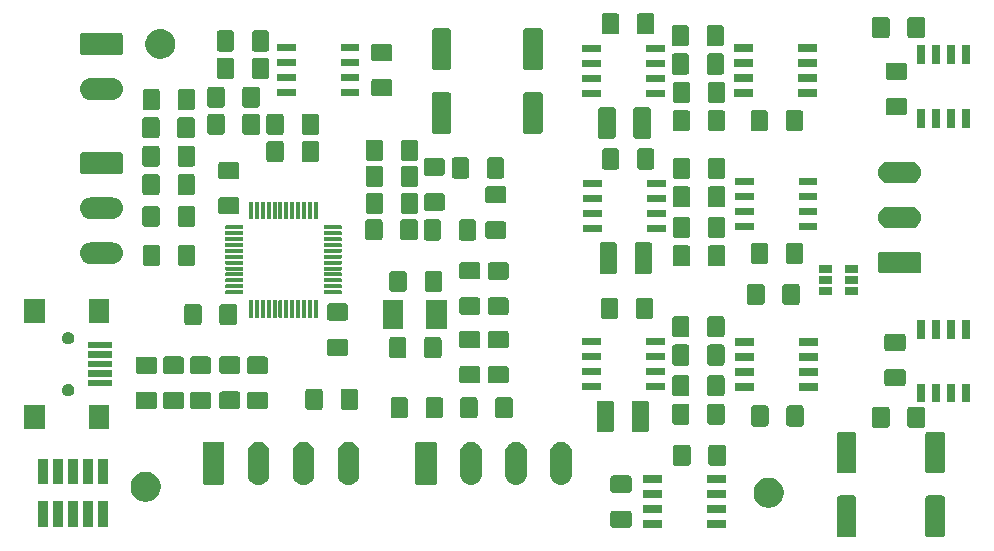
<source format=gts>
G04 #@! TF.GenerationSoftware,KiCad,Pcbnew,(5.1.0)-1*
G04 #@! TF.CreationDate,2020-05-29T16:33:31+02:00*
G04 #@! TF.ProjectId,motortreiber,6d6f746f-7274-4726-9569-6265722e6b69,rev?*
G04 #@! TF.SameCoordinates,Original*
G04 #@! TF.FileFunction,Soldermask,Top*
G04 #@! TF.FilePolarity,Negative*
%FSLAX46Y46*%
G04 Gerber Fmt 4.6, Leading zero omitted, Abs format (unit mm)*
G04 Created by KiCad (PCBNEW (5.1.0)-1) date 2020-05-29 16:33:31*
%MOMM*%
%LPD*%
G04 APERTURE LIST*
%ADD10C,0.100000*%
G04 APERTURE END LIST*
D10*
G36*
X197741363Y-112234500D02*
G01*
X197782940Y-112247112D01*
X197821257Y-112267594D01*
X197854843Y-112295157D01*
X197882406Y-112328743D01*
X197902888Y-112367060D01*
X197915500Y-112408637D01*
X197920000Y-112454329D01*
X197920000Y-115545671D01*
X197915500Y-115591363D01*
X197902888Y-115632940D01*
X197882406Y-115671257D01*
X197854843Y-115704843D01*
X197821257Y-115732406D01*
X197782940Y-115752888D01*
X197741363Y-115765500D01*
X197695671Y-115770000D01*
X196504329Y-115770000D01*
X196458637Y-115765500D01*
X196417060Y-115752888D01*
X196378743Y-115732406D01*
X196345157Y-115704843D01*
X196317594Y-115671257D01*
X196297112Y-115632940D01*
X196284500Y-115591363D01*
X196280000Y-115545671D01*
X196280000Y-112454329D01*
X196284500Y-112408637D01*
X196297112Y-112367060D01*
X196317594Y-112328743D01*
X196345157Y-112295157D01*
X196378743Y-112267594D01*
X196417060Y-112247112D01*
X196458637Y-112234500D01*
X196504329Y-112230000D01*
X197695671Y-112230000D01*
X197741363Y-112234500D01*
X197741363Y-112234500D01*
G37*
G36*
X190241363Y-112234500D02*
G01*
X190282940Y-112247112D01*
X190321257Y-112267594D01*
X190354843Y-112295157D01*
X190382406Y-112328743D01*
X190402888Y-112367060D01*
X190415500Y-112408637D01*
X190420000Y-112454329D01*
X190420000Y-115545671D01*
X190415500Y-115591363D01*
X190402888Y-115632940D01*
X190382406Y-115671257D01*
X190354843Y-115704843D01*
X190321257Y-115732406D01*
X190282940Y-115752888D01*
X190241363Y-115765500D01*
X190195671Y-115770000D01*
X189004329Y-115770000D01*
X188958637Y-115765500D01*
X188917060Y-115752888D01*
X188878743Y-115732406D01*
X188845157Y-115704843D01*
X188817594Y-115671257D01*
X188797112Y-115632940D01*
X188784500Y-115591363D01*
X188780000Y-115545671D01*
X188780000Y-112454329D01*
X188784500Y-112408637D01*
X188797112Y-112367060D01*
X188817594Y-112328743D01*
X188845157Y-112295157D01*
X188878743Y-112267594D01*
X188917060Y-112247112D01*
X188958637Y-112234500D01*
X189004329Y-112230000D01*
X190195671Y-112230000D01*
X190241363Y-112234500D01*
X190241363Y-112234500D01*
G37*
G36*
X173977000Y-114977000D02*
G01*
X172387000Y-114977000D01*
X172387000Y-114337000D01*
X173977000Y-114337000D01*
X173977000Y-114977000D01*
X173977000Y-114977000D01*
G37*
G36*
X179377000Y-114977000D02*
G01*
X177787000Y-114977000D01*
X177787000Y-114337000D01*
X179377000Y-114337000D01*
X179377000Y-114977000D01*
X179377000Y-114977000D01*
G37*
G36*
X171214200Y-113509552D02*
G01*
X171256283Y-113522318D01*
X171295062Y-113543045D01*
X171329056Y-113570944D01*
X171356955Y-113604938D01*
X171377682Y-113643717D01*
X171390448Y-113685800D01*
X171395000Y-113732016D01*
X171395000Y-114742984D01*
X171390448Y-114789200D01*
X171377682Y-114831283D01*
X171356955Y-114870062D01*
X171329056Y-114904056D01*
X171295062Y-114931955D01*
X171256283Y-114952682D01*
X171214200Y-114965448D01*
X171167984Y-114970000D01*
X169832016Y-114970000D01*
X169785800Y-114965448D01*
X169743717Y-114952682D01*
X169704938Y-114931955D01*
X169670944Y-114904056D01*
X169643045Y-114870062D01*
X169622318Y-114831283D01*
X169609552Y-114789200D01*
X169605000Y-114742984D01*
X169605000Y-113732016D01*
X169609552Y-113685800D01*
X169622318Y-113643717D01*
X169643045Y-113604938D01*
X169670944Y-113570944D01*
X169704938Y-113543045D01*
X169743717Y-113522318D01*
X169785800Y-113509552D01*
X169832016Y-113505000D01*
X171167984Y-113505000D01*
X171214200Y-113509552D01*
X171214200Y-113509552D01*
G37*
G36*
X127035000Y-114870000D02*
G01*
X126245000Y-114870000D01*
X126245000Y-112730000D01*
X127035000Y-112730000D01*
X127035000Y-114870000D01*
X127035000Y-114870000D01*
G37*
G36*
X121955000Y-114870000D02*
G01*
X121165000Y-114870000D01*
X121165000Y-112730000D01*
X121955000Y-112730000D01*
X121955000Y-114870000D01*
X121955000Y-114870000D01*
G37*
G36*
X123225000Y-114870000D02*
G01*
X122435000Y-114870000D01*
X122435000Y-112730000D01*
X123225000Y-112730000D01*
X123225000Y-114870000D01*
X123225000Y-114870000D01*
G37*
G36*
X125765000Y-114870000D02*
G01*
X124975000Y-114870000D01*
X124975000Y-112730000D01*
X125765000Y-112730000D01*
X125765000Y-114870000D01*
X125765000Y-114870000D01*
G37*
G36*
X124495000Y-114870000D02*
G01*
X123705000Y-114870000D01*
X123705000Y-112730000D01*
X124495000Y-112730000D01*
X124495000Y-114870000D01*
X124495000Y-114870000D01*
G37*
G36*
X173977000Y-113707000D02*
G01*
X172387000Y-113707000D01*
X172387000Y-113067000D01*
X173977000Y-113067000D01*
X173977000Y-113707000D01*
X173977000Y-113707000D01*
G37*
G36*
X179377000Y-113707000D02*
G01*
X177787000Y-113707000D01*
X177787000Y-113067000D01*
X179377000Y-113067000D01*
X179377000Y-113707000D01*
X179377000Y-113707000D01*
G37*
G36*
X183244595Y-110753772D02*
G01*
X183370445Y-110778805D01*
X183601571Y-110874541D01*
X183809578Y-111013527D01*
X183986473Y-111190422D01*
X184125459Y-111398429D01*
X184219344Y-111625086D01*
X184221195Y-111629556D01*
X184269111Y-111870444D01*
X184270000Y-111874916D01*
X184270000Y-112125084D01*
X184221195Y-112370445D01*
X184125459Y-112601571D01*
X183986473Y-112809578D01*
X183809578Y-112986473D01*
X183601571Y-113125459D01*
X183370445Y-113221195D01*
X183288658Y-113237463D01*
X183125086Y-113270000D01*
X182874914Y-113270000D01*
X182711342Y-113237463D01*
X182629555Y-113221195D01*
X182398429Y-113125459D01*
X182190422Y-112986473D01*
X182013527Y-112809578D01*
X181874541Y-112601571D01*
X181778805Y-112370445D01*
X181730000Y-112125084D01*
X181730000Y-111874916D01*
X181730890Y-111870444D01*
X181778805Y-111629556D01*
X181780657Y-111625086D01*
X181874541Y-111398429D01*
X182013527Y-111190422D01*
X182190422Y-111013527D01*
X182398429Y-110874541D01*
X182629555Y-110778805D01*
X182755405Y-110753772D01*
X182874914Y-110730000D01*
X183125086Y-110730000D01*
X183244595Y-110753772D01*
X183244595Y-110753772D01*
G37*
G36*
X130506374Y-110256115D02*
G01*
X130620445Y-110278805D01*
X130851571Y-110374541D01*
X131059578Y-110513527D01*
X131236473Y-110690422D01*
X131375459Y-110898429D01*
X131471195Y-111129555D01*
X131486485Y-111206424D01*
X131520000Y-111374914D01*
X131520000Y-111625086D01*
X131497543Y-111737982D01*
X131471195Y-111870445D01*
X131375459Y-112101571D01*
X131236473Y-112309578D01*
X131059578Y-112486473D01*
X130851571Y-112625459D01*
X130620445Y-112721195D01*
X130576179Y-112730000D01*
X130375086Y-112770000D01*
X130124914Y-112770000D01*
X129923821Y-112730000D01*
X129879555Y-112721195D01*
X129648429Y-112625459D01*
X129440422Y-112486473D01*
X129263527Y-112309578D01*
X129124541Y-112101571D01*
X129028805Y-111870445D01*
X129002457Y-111737982D01*
X128980000Y-111625086D01*
X128980000Y-111374914D01*
X129013515Y-111206424D01*
X129028805Y-111129555D01*
X129124541Y-110898429D01*
X129263527Y-110690422D01*
X129440422Y-110513527D01*
X129648429Y-110374541D01*
X129879555Y-110278805D01*
X129993626Y-110256115D01*
X130124914Y-110230000D01*
X130375086Y-110230000D01*
X130506374Y-110256115D01*
X130506374Y-110256115D01*
G37*
G36*
X173977000Y-112437000D02*
G01*
X172387000Y-112437000D01*
X172387000Y-111797000D01*
X173977000Y-111797000D01*
X173977000Y-112437000D01*
X173977000Y-112437000D01*
G37*
G36*
X179377000Y-112437000D02*
G01*
X177787000Y-112437000D01*
X177787000Y-111797000D01*
X179377000Y-111797000D01*
X179377000Y-112437000D01*
X179377000Y-112437000D01*
G37*
G36*
X171214200Y-110534552D02*
G01*
X171256283Y-110547318D01*
X171295062Y-110568045D01*
X171329056Y-110595944D01*
X171356955Y-110629938D01*
X171377682Y-110668717D01*
X171390448Y-110710800D01*
X171395000Y-110757016D01*
X171395000Y-111767984D01*
X171390448Y-111814200D01*
X171377682Y-111856283D01*
X171356955Y-111895062D01*
X171329056Y-111929056D01*
X171295062Y-111956955D01*
X171256283Y-111977682D01*
X171214200Y-111990448D01*
X171167984Y-111995000D01*
X169832016Y-111995000D01*
X169785800Y-111990448D01*
X169743717Y-111977682D01*
X169704938Y-111956955D01*
X169670944Y-111929056D01*
X169643045Y-111895062D01*
X169622318Y-111856283D01*
X169609552Y-111814200D01*
X169605000Y-111767984D01*
X169605000Y-110757016D01*
X169609552Y-110710800D01*
X169622318Y-110668717D01*
X169643045Y-110629938D01*
X169670944Y-110595944D01*
X169704938Y-110568045D01*
X169743717Y-110547318D01*
X169785800Y-110534552D01*
X169832016Y-110530000D01*
X171167984Y-110530000D01*
X171214200Y-110534552D01*
X171214200Y-110534552D01*
G37*
G36*
X139990350Y-107693311D02*
G01*
X140163772Y-107745919D01*
X140323596Y-107831345D01*
X140389825Y-107885699D01*
X140463686Y-107946314D01*
X140559734Y-108063350D01*
X140578655Y-108086405D01*
X140664081Y-108246227D01*
X140716689Y-108419649D01*
X140730000Y-108554804D01*
X140730000Y-110445196D01*
X140716689Y-110580351D01*
X140664081Y-110753773D01*
X140578655Y-110913595D01*
X140578653Y-110913597D01*
X140463686Y-111053686D01*
X140371238Y-111129555D01*
X140323595Y-111168655D01*
X140163773Y-111254081D01*
X139990351Y-111306689D01*
X139810000Y-111324451D01*
X139629650Y-111306689D01*
X139456228Y-111254081D01*
X139296406Y-111168655D01*
X139248763Y-111129555D01*
X139156315Y-111053686D01*
X139041348Y-110913597D01*
X139041346Y-110913595D01*
X138955920Y-110753773D01*
X138903312Y-110580351D01*
X138890001Y-110445196D01*
X138890000Y-108554805D01*
X138903311Y-108419650D01*
X138955919Y-108246228D01*
X139041345Y-108086404D01*
X139101528Y-108013072D01*
X139156314Y-107946314D01*
X139296403Y-107831347D01*
X139296405Y-107831345D01*
X139456227Y-107745919D01*
X139629649Y-107693311D01*
X139810000Y-107675549D01*
X139990350Y-107693311D01*
X139990350Y-107693311D01*
G37*
G36*
X165610350Y-107693311D02*
G01*
X165783772Y-107745919D01*
X165943596Y-107831345D01*
X166009825Y-107885699D01*
X166083686Y-107946314D01*
X166179734Y-108063350D01*
X166198655Y-108086405D01*
X166284081Y-108246227D01*
X166336689Y-108419649D01*
X166350000Y-108554804D01*
X166350000Y-110445196D01*
X166336689Y-110580351D01*
X166284081Y-110753773D01*
X166198655Y-110913595D01*
X166198653Y-110913597D01*
X166083686Y-111053686D01*
X165991238Y-111129555D01*
X165943595Y-111168655D01*
X165783773Y-111254081D01*
X165610351Y-111306689D01*
X165430000Y-111324451D01*
X165249650Y-111306689D01*
X165076228Y-111254081D01*
X164916406Y-111168655D01*
X164868763Y-111129555D01*
X164776315Y-111053686D01*
X164661348Y-110913597D01*
X164661346Y-110913595D01*
X164575920Y-110753773D01*
X164523312Y-110580351D01*
X164510001Y-110445196D01*
X164510000Y-108554805D01*
X164523311Y-108419650D01*
X164575919Y-108246228D01*
X164661345Y-108086404D01*
X164721528Y-108013072D01*
X164776314Y-107946314D01*
X164916403Y-107831347D01*
X164916405Y-107831345D01*
X165076227Y-107745919D01*
X165249649Y-107693311D01*
X165430000Y-107675549D01*
X165610350Y-107693311D01*
X165610350Y-107693311D01*
G37*
G36*
X161800350Y-107693311D02*
G01*
X161973772Y-107745919D01*
X162133596Y-107831345D01*
X162199825Y-107885699D01*
X162273686Y-107946314D01*
X162369734Y-108063350D01*
X162388655Y-108086405D01*
X162474081Y-108246227D01*
X162526689Y-108419649D01*
X162540000Y-108554804D01*
X162540000Y-110445196D01*
X162526689Y-110580351D01*
X162474081Y-110753773D01*
X162388655Y-110913595D01*
X162388653Y-110913597D01*
X162273686Y-111053686D01*
X162181238Y-111129555D01*
X162133595Y-111168655D01*
X161973773Y-111254081D01*
X161800351Y-111306689D01*
X161620000Y-111324451D01*
X161439650Y-111306689D01*
X161266228Y-111254081D01*
X161106406Y-111168655D01*
X161058763Y-111129555D01*
X160966315Y-111053686D01*
X160851348Y-110913597D01*
X160851346Y-110913595D01*
X160765920Y-110753773D01*
X160713312Y-110580351D01*
X160700001Y-110445196D01*
X160700000Y-108554805D01*
X160713311Y-108419650D01*
X160765919Y-108246228D01*
X160851345Y-108086404D01*
X160911528Y-108013072D01*
X160966314Y-107946314D01*
X161106403Y-107831347D01*
X161106405Y-107831345D01*
X161266227Y-107745919D01*
X161439649Y-107693311D01*
X161620000Y-107675549D01*
X161800350Y-107693311D01*
X161800350Y-107693311D01*
G37*
G36*
X157990350Y-107693311D02*
G01*
X158163772Y-107745919D01*
X158323596Y-107831345D01*
X158389825Y-107885699D01*
X158463686Y-107946314D01*
X158559734Y-108063350D01*
X158578655Y-108086405D01*
X158664081Y-108246227D01*
X158716689Y-108419649D01*
X158730000Y-108554804D01*
X158730000Y-110445196D01*
X158716689Y-110580351D01*
X158664081Y-110753773D01*
X158578655Y-110913595D01*
X158578653Y-110913597D01*
X158463686Y-111053686D01*
X158371238Y-111129555D01*
X158323595Y-111168655D01*
X158163773Y-111254081D01*
X157990351Y-111306689D01*
X157810000Y-111324451D01*
X157629650Y-111306689D01*
X157456228Y-111254081D01*
X157296406Y-111168655D01*
X157248763Y-111129555D01*
X157156315Y-111053686D01*
X157041348Y-110913597D01*
X157041346Y-110913595D01*
X156955920Y-110753773D01*
X156903312Y-110580351D01*
X156890001Y-110445196D01*
X156890000Y-108554805D01*
X156903311Y-108419650D01*
X156955919Y-108246228D01*
X157041345Y-108086404D01*
X157101528Y-108013072D01*
X157156314Y-107946314D01*
X157296403Y-107831347D01*
X157296405Y-107831345D01*
X157456227Y-107745919D01*
X157629649Y-107693311D01*
X157810000Y-107675549D01*
X157990350Y-107693311D01*
X157990350Y-107693311D01*
G37*
G36*
X147610350Y-107693311D02*
G01*
X147783772Y-107745919D01*
X147943596Y-107831345D01*
X148009825Y-107885699D01*
X148083686Y-107946314D01*
X148179734Y-108063350D01*
X148198655Y-108086405D01*
X148284081Y-108246227D01*
X148336689Y-108419649D01*
X148350000Y-108554804D01*
X148350000Y-110445196D01*
X148336689Y-110580351D01*
X148284081Y-110753773D01*
X148198655Y-110913595D01*
X148198653Y-110913597D01*
X148083686Y-111053686D01*
X147991238Y-111129555D01*
X147943595Y-111168655D01*
X147783773Y-111254081D01*
X147610351Y-111306689D01*
X147430000Y-111324451D01*
X147249650Y-111306689D01*
X147076228Y-111254081D01*
X146916406Y-111168655D01*
X146868763Y-111129555D01*
X146776315Y-111053686D01*
X146661348Y-110913597D01*
X146661346Y-110913595D01*
X146575920Y-110753773D01*
X146523312Y-110580351D01*
X146510001Y-110445196D01*
X146510000Y-108554805D01*
X146523311Y-108419650D01*
X146575919Y-108246228D01*
X146661345Y-108086404D01*
X146721528Y-108013072D01*
X146776314Y-107946314D01*
X146916403Y-107831347D01*
X146916405Y-107831345D01*
X147076227Y-107745919D01*
X147249649Y-107693311D01*
X147430000Y-107675549D01*
X147610350Y-107693311D01*
X147610350Y-107693311D01*
G37*
G36*
X143800350Y-107693311D02*
G01*
X143973772Y-107745919D01*
X144133596Y-107831345D01*
X144199825Y-107885699D01*
X144273686Y-107946314D01*
X144369734Y-108063350D01*
X144388655Y-108086405D01*
X144474081Y-108246227D01*
X144526689Y-108419649D01*
X144540000Y-108554804D01*
X144540000Y-110445196D01*
X144526689Y-110580351D01*
X144474081Y-110753773D01*
X144388655Y-110913595D01*
X144388653Y-110913597D01*
X144273686Y-111053686D01*
X144181238Y-111129555D01*
X144133595Y-111168655D01*
X143973773Y-111254081D01*
X143800351Y-111306689D01*
X143620000Y-111324451D01*
X143439650Y-111306689D01*
X143266228Y-111254081D01*
X143106406Y-111168655D01*
X143058763Y-111129555D01*
X142966315Y-111053686D01*
X142851348Y-110913597D01*
X142851346Y-110913595D01*
X142765920Y-110753773D01*
X142713312Y-110580351D01*
X142700001Y-110445196D01*
X142700000Y-108554805D01*
X142713311Y-108419650D01*
X142765919Y-108246228D01*
X142851345Y-108086404D01*
X142911528Y-108013072D01*
X142966314Y-107946314D01*
X143106403Y-107831347D01*
X143106405Y-107831345D01*
X143266227Y-107745919D01*
X143439649Y-107693311D01*
X143620000Y-107675549D01*
X143800350Y-107693311D01*
X143800350Y-107693311D01*
G37*
G36*
X136743318Y-107684453D02*
G01*
X136784439Y-107696927D01*
X136822340Y-107717186D01*
X136855556Y-107744444D01*
X136882814Y-107777660D01*
X136903073Y-107815561D01*
X136915547Y-107856682D01*
X136920000Y-107901898D01*
X136920000Y-111098102D01*
X136915547Y-111143318D01*
X136903073Y-111184439D01*
X136882814Y-111222340D01*
X136855556Y-111255556D01*
X136822340Y-111282814D01*
X136784439Y-111303073D01*
X136743318Y-111315547D01*
X136698102Y-111320000D01*
X135301898Y-111320000D01*
X135256682Y-111315547D01*
X135215561Y-111303073D01*
X135177660Y-111282814D01*
X135144444Y-111255556D01*
X135117186Y-111222340D01*
X135096927Y-111184439D01*
X135084453Y-111143318D01*
X135080000Y-111098102D01*
X135080000Y-107901898D01*
X135084453Y-107856682D01*
X135096927Y-107815561D01*
X135117186Y-107777660D01*
X135144444Y-107744444D01*
X135177660Y-107717186D01*
X135215561Y-107696927D01*
X135256682Y-107684453D01*
X135301898Y-107680000D01*
X136698102Y-107680000D01*
X136743318Y-107684453D01*
X136743318Y-107684453D01*
G37*
G36*
X154743318Y-107684453D02*
G01*
X154784439Y-107696927D01*
X154822340Y-107717186D01*
X154855556Y-107744444D01*
X154882814Y-107777660D01*
X154903073Y-107815561D01*
X154915547Y-107856682D01*
X154920000Y-107901898D01*
X154920000Y-111098102D01*
X154915547Y-111143318D01*
X154903073Y-111184439D01*
X154882814Y-111222340D01*
X154855556Y-111255556D01*
X154822340Y-111282814D01*
X154784439Y-111303073D01*
X154743318Y-111315547D01*
X154698102Y-111320000D01*
X153301898Y-111320000D01*
X153256682Y-111315547D01*
X153215561Y-111303073D01*
X153177660Y-111282814D01*
X153144444Y-111255556D01*
X153117186Y-111222340D01*
X153096927Y-111184439D01*
X153084453Y-111143318D01*
X153080000Y-111098102D01*
X153080000Y-107901898D01*
X153084453Y-107856682D01*
X153096927Y-107815561D01*
X153117186Y-107777660D01*
X153144444Y-107744444D01*
X153177660Y-107717186D01*
X153215561Y-107696927D01*
X153256682Y-107684453D01*
X153301898Y-107680000D01*
X154698102Y-107680000D01*
X154743318Y-107684453D01*
X154743318Y-107684453D01*
G37*
G36*
X125765000Y-111270000D02*
G01*
X124975000Y-111270000D01*
X124975000Y-109130000D01*
X125765000Y-109130000D01*
X125765000Y-111270000D01*
X125765000Y-111270000D01*
G37*
G36*
X121955000Y-111270000D02*
G01*
X121165000Y-111270000D01*
X121165000Y-109130000D01*
X121955000Y-109130000D01*
X121955000Y-111270000D01*
X121955000Y-111270000D01*
G37*
G36*
X123225000Y-111270000D02*
G01*
X122435000Y-111270000D01*
X122435000Y-109130000D01*
X123225000Y-109130000D01*
X123225000Y-111270000D01*
X123225000Y-111270000D01*
G37*
G36*
X124495000Y-111270000D02*
G01*
X123705000Y-111270000D01*
X123705000Y-109130000D01*
X124495000Y-109130000D01*
X124495000Y-111270000D01*
X124495000Y-111270000D01*
G37*
G36*
X127035000Y-111270000D02*
G01*
X126245000Y-111270000D01*
X126245000Y-109130000D01*
X127035000Y-109130000D01*
X127035000Y-111270000D01*
X127035000Y-111270000D01*
G37*
G36*
X179377000Y-111167000D02*
G01*
X177787000Y-111167000D01*
X177787000Y-110527000D01*
X179377000Y-110527000D01*
X179377000Y-111167000D01*
X179377000Y-111167000D01*
G37*
G36*
X173977000Y-111167000D02*
G01*
X172387000Y-111167000D01*
X172387000Y-110527000D01*
X173977000Y-110527000D01*
X173977000Y-111167000D01*
X173977000Y-111167000D01*
G37*
G36*
X197741363Y-106834500D02*
G01*
X197782940Y-106847112D01*
X197821257Y-106867594D01*
X197854843Y-106895157D01*
X197882406Y-106928743D01*
X197902888Y-106967060D01*
X197915500Y-107008637D01*
X197920000Y-107054329D01*
X197920000Y-110145671D01*
X197915500Y-110191363D01*
X197902888Y-110232940D01*
X197882406Y-110271257D01*
X197854843Y-110304843D01*
X197821257Y-110332406D01*
X197782940Y-110352888D01*
X197741363Y-110365500D01*
X197695671Y-110370000D01*
X196504329Y-110370000D01*
X196458637Y-110365500D01*
X196417060Y-110352888D01*
X196378743Y-110332406D01*
X196345157Y-110304843D01*
X196317594Y-110271257D01*
X196297112Y-110232940D01*
X196284500Y-110191363D01*
X196280000Y-110145671D01*
X196280000Y-107054329D01*
X196284500Y-107008637D01*
X196297112Y-106967060D01*
X196317594Y-106928743D01*
X196345157Y-106895157D01*
X196378743Y-106867594D01*
X196417060Y-106847112D01*
X196458637Y-106834500D01*
X196504329Y-106830000D01*
X197695671Y-106830000D01*
X197741363Y-106834500D01*
X197741363Y-106834500D01*
G37*
G36*
X190241363Y-106834500D02*
G01*
X190282940Y-106847112D01*
X190321257Y-106867594D01*
X190354843Y-106895157D01*
X190382406Y-106928743D01*
X190402888Y-106967060D01*
X190415500Y-107008637D01*
X190420000Y-107054329D01*
X190420000Y-110145671D01*
X190415500Y-110191363D01*
X190402888Y-110232940D01*
X190382406Y-110271257D01*
X190354843Y-110304843D01*
X190321257Y-110332406D01*
X190282940Y-110352888D01*
X190241363Y-110365500D01*
X190195671Y-110370000D01*
X189004329Y-110370000D01*
X188958637Y-110365500D01*
X188917060Y-110352888D01*
X188878743Y-110332406D01*
X188845157Y-110304843D01*
X188817594Y-110271257D01*
X188797112Y-110232940D01*
X188784500Y-110191363D01*
X188780000Y-110145671D01*
X188780000Y-107054329D01*
X188784500Y-107008637D01*
X188797112Y-106967060D01*
X188817594Y-106928743D01*
X188845157Y-106895157D01*
X188878743Y-106867594D01*
X188917060Y-106847112D01*
X188958637Y-106834500D01*
X189004329Y-106830000D01*
X190195671Y-106830000D01*
X190241363Y-106834500D01*
X190241363Y-106834500D01*
G37*
G36*
X179189200Y-107934552D02*
G01*
X179231283Y-107947318D01*
X179270062Y-107968045D01*
X179304056Y-107995944D01*
X179331955Y-108029938D01*
X179352682Y-108068717D01*
X179365448Y-108110800D01*
X179370000Y-108157016D01*
X179370000Y-109492984D01*
X179365448Y-109539200D01*
X179352682Y-109581283D01*
X179331955Y-109620062D01*
X179304056Y-109654056D01*
X179270062Y-109681955D01*
X179231283Y-109702682D01*
X179189200Y-109715448D01*
X179142984Y-109720000D01*
X178132016Y-109720000D01*
X178085800Y-109715448D01*
X178043717Y-109702682D01*
X178004938Y-109681955D01*
X177970944Y-109654056D01*
X177943045Y-109620062D01*
X177922318Y-109581283D01*
X177909552Y-109539200D01*
X177905000Y-109492984D01*
X177905000Y-108157016D01*
X177909552Y-108110800D01*
X177922318Y-108068717D01*
X177943045Y-108029938D01*
X177970944Y-107995944D01*
X178004938Y-107968045D01*
X178043717Y-107947318D01*
X178085800Y-107934552D01*
X178132016Y-107930000D01*
X179142984Y-107930000D01*
X179189200Y-107934552D01*
X179189200Y-107934552D01*
G37*
G36*
X176214200Y-107934552D02*
G01*
X176256283Y-107947318D01*
X176295062Y-107968045D01*
X176329056Y-107995944D01*
X176356955Y-108029938D01*
X176377682Y-108068717D01*
X176390448Y-108110800D01*
X176395000Y-108157016D01*
X176395000Y-109492984D01*
X176390448Y-109539200D01*
X176377682Y-109581283D01*
X176356955Y-109620062D01*
X176329056Y-109654056D01*
X176295062Y-109681955D01*
X176256283Y-109702682D01*
X176214200Y-109715448D01*
X176167984Y-109720000D01*
X175157016Y-109720000D01*
X175110800Y-109715448D01*
X175068717Y-109702682D01*
X175029938Y-109681955D01*
X174995944Y-109654056D01*
X174968045Y-109620062D01*
X174947318Y-109581283D01*
X174934552Y-109539200D01*
X174930000Y-109492984D01*
X174930000Y-108157016D01*
X174934552Y-108110800D01*
X174947318Y-108068717D01*
X174968045Y-108029938D01*
X174995944Y-107995944D01*
X175029938Y-107968045D01*
X175068717Y-107947318D01*
X175110800Y-107934552D01*
X175157016Y-107930000D01*
X176167984Y-107930000D01*
X176214200Y-107934552D01*
X176214200Y-107934552D01*
G37*
G36*
X172689200Y-104199552D02*
G01*
X172731283Y-104212318D01*
X172770062Y-104233045D01*
X172804056Y-104260944D01*
X172831955Y-104294938D01*
X172852682Y-104333717D01*
X172865448Y-104375800D01*
X172870000Y-104422016D01*
X172870000Y-106657984D01*
X172865448Y-106704200D01*
X172852682Y-106746283D01*
X172831955Y-106785062D01*
X172804056Y-106819056D01*
X172770062Y-106846955D01*
X172731283Y-106867682D01*
X172689200Y-106880448D01*
X172642984Y-106885000D01*
X171632016Y-106885000D01*
X171585800Y-106880448D01*
X171543717Y-106867682D01*
X171504938Y-106846955D01*
X171470944Y-106819056D01*
X171443045Y-106785062D01*
X171422318Y-106746283D01*
X171409552Y-106704200D01*
X171405000Y-106657984D01*
X171405000Y-104422016D01*
X171409552Y-104375800D01*
X171422318Y-104333717D01*
X171443045Y-104294938D01*
X171470944Y-104260944D01*
X171504938Y-104233045D01*
X171543717Y-104212318D01*
X171585800Y-104199552D01*
X171632016Y-104195000D01*
X172642984Y-104195000D01*
X172689200Y-104199552D01*
X172689200Y-104199552D01*
G37*
G36*
X169714200Y-104199552D02*
G01*
X169756283Y-104212318D01*
X169795062Y-104233045D01*
X169829056Y-104260944D01*
X169856955Y-104294938D01*
X169877682Y-104333717D01*
X169890448Y-104375800D01*
X169895000Y-104422016D01*
X169895000Y-106657984D01*
X169890448Y-106704200D01*
X169877682Y-106746283D01*
X169856955Y-106785062D01*
X169829056Y-106819056D01*
X169795062Y-106846955D01*
X169756283Y-106867682D01*
X169714200Y-106880448D01*
X169667984Y-106885000D01*
X168657016Y-106885000D01*
X168610800Y-106880448D01*
X168568717Y-106867682D01*
X168529938Y-106846955D01*
X168495944Y-106819056D01*
X168468045Y-106785062D01*
X168447318Y-106746283D01*
X168434552Y-106704200D01*
X168430000Y-106657984D01*
X168430000Y-104422016D01*
X168434552Y-104375800D01*
X168447318Y-104333717D01*
X168468045Y-104294938D01*
X168495944Y-104260944D01*
X168529938Y-104233045D01*
X168568717Y-104212318D01*
X168610800Y-104199552D01*
X168657016Y-104195000D01*
X169667984Y-104195000D01*
X169714200Y-104199552D01*
X169714200Y-104199552D01*
G37*
G36*
X127170000Y-106570000D02*
G01*
X125430000Y-106570000D01*
X125430000Y-104530000D01*
X127170000Y-104530000D01*
X127170000Y-106570000D01*
X127170000Y-106570000D01*
G37*
G36*
X121720000Y-106570000D02*
G01*
X119980000Y-106570000D01*
X119980000Y-104530000D01*
X121720000Y-104530000D01*
X121720000Y-106570000D01*
X121720000Y-106570000D01*
G37*
G36*
X193064200Y-104709552D02*
G01*
X193106283Y-104722318D01*
X193145062Y-104743045D01*
X193179056Y-104770944D01*
X193206955Y-104804938D01*
X193227682Y-104843717D01*
X193240448Y-104885800D01*
X193245000Y-104932016D01*
X193245000Y-106267984D01*
X193240448Y-106314200D01*
X193227682Y-106356283D01*
X193206955Y-106395062D01*
X193179056Y-106429056D01*
X193145062Y-106456955D01*
X193106283Y-106477682D01*
X193064200Y-106490448D01*
X193017984Y-106495000D01*
X192007016Y-106495000D01*
X191960800Y-106490448D01*
X191918717Y-106477682D01*
X191879938Y-106456955D01*
X191845944Y-106429056D01*
X191818045Y-106395062D01*
X191797318Y-106356283D01*
X191784552Y-106314200D01*
X191780000Y-106267984D01*
X191780000Y-104932016D01*
X191784552Y-104885800D01*
X191797318Y-104843717D01*
X191818045Y-104804938D01*
X191845944Y-104770944D01*
X191879938Y-104743045D01*
X191918717Y-104722318D01*
X191960800Y-104709552D01*
X192007016Y-104705000D01*
X193017984Y-104705000D01*
X193064200Y-104709552D01*
X193064200Y-104709552D01*
G37*
G36*
X196039200Y-104709552D02*
G01*
X196081283Y-104722318D01*
X196120062Y-104743045D01*
X196154056Y-104770944D01*
X196181955Y-104804938D01*
X196202682Y-104843717D01*
X196215448Y-104885800D01*
X196220000Y-104932016D01*
X196220000Y-106267984D01*
X196215448Y-106314200D01*
X196202682Y-106356283D01*
X196181955Y-106395062D01*
X196154056Y-106429056D01*
X196120062Y-106456955D01*
X196081283Y-106477682D01*
X196039200Y-106490448D01*
X195992984Y-106495000D01*
X194982016Y-106495000D01*
X194935800Y-106490448D01*
X194893717Y-106477682D01*
X194854938Y-106456955D01*
X194820944Y-106429056D01*
X194793045Y-106395062D01*
X194772318Y-106356283D01*
X194759552Y-106314200D01*
X194755000Y-106267984D01*
X194755000Y-104932016D01*
X194759552Y-104885800D01*
X194772318Y-104843717D01*
X194793045Y-104804938D01*
X194820944Y-104770944D01*
X194854938Y-104743045D01*
X194893717Y-104722318D01*
X194935800Y-104709552D01*
X194982016Y-104705000D01*
X195992984Y-104705000D01*
X196039200Y-104709552D01*
X196039200Y-104709552D01*
G37*
G36*
X185789200Y-104609552D02*
G01*
X185831283Y-104622318D01*
X185870062Y-104643045D01*
X185904056Y-104670944D01*
X185931955Y-104704938D01*
X185952682Y-104743717D01*
X185965448Y-104785800D01*
X185970000Y-104832016D01*
X185970000Y-106167984D01*
X185965448Y-106214200D01*
X185952682Y-106256283D01*
X185931955Y-106295062D01*
X185904056Y-106329056D01*
X185870062Y-106356955D01*
X185831283Y-106377682D01*
X185789200Y-106390448D01*
X185742984Y-106395000D01*
X184732016Y-106395000D01*
X184685800Y-106390448D01*
X184643717Y-106377682D01*
X184604938Y-106356955D01*
X184570944Y-106329056D01*
X184543045Y-106295062D01*
X184522318Y-106256283D01*
X184509552Y-106214200D01*
X184505000Y-106167984D01*
X184505000Y-104832016D01*
X184509552Y-104785800D01*
X184522318Y-104743717D01*
X184543045Y-104704938D01*
X184570944Y-104670944D01*
X184604938Y-104643045D01*
X184643717Y-104622318D01*
X184685800Y-104609552D01*
X184732016Y-104605000D01*
X185742984Y-104605000D01*
X185789200Y-104609552D01*
X185789200Y-104609552D01*
G37*
G36*
X182814200Y-104609552D02*
G01*
X182856283Y-104622318D01*
X182895062Y-104643045D01*
X182929056Y-104670944D01*
X182956955Y-104704938D01*
X182977682Y-104743717D01*
X182990448Y-104785800D01*
X182995000Y-104832016D01*
X182995000Y-106167984D01*
X182990448Y-106214200D01*
X182977682Y-106256283D01*
X182956955Y-106295062D01*
X182929056Y-106329056D01*
X182895062Y-106356955D01*
X182856283Y-106377682D01*
X182814200Y-106390448D01*
X182767984Y-106395000D01*
X181757016Y-106395000D01*
X181710800Y-106390448D01*
X181668717Y-106377682D01*
X181629938Y-106356955D01*
X181595944Y-106329056D01*
X181568045Y-106295062D01*
X181547318Y-106256283D01*
X181534552Y-106214200D01*
X181530000Y-106167984D01*
X181530000Y-104832016D01*
X181534552Y-104785800D01*
X181547318Y-104743717D01*
X181568045Y-104704938D01*
X181595944Y-104670944D01*
X181629938Y-104643045D01*
X181668717Y-104622318D01*
X181710800Y-104609552D01*
X181757016Y-104605000D01*
X182767984Y-104605000D01*
X182814200Y-104609552D01*
X182814200Y-104609552D01*
G37*
G36*
X179089200Y-104449552D02*
G01*
X179131283Y-104462318D01*
X179170062Y-104483045D01*
X179204056Y-104510944D01*
X179231955Y-104544938D01*
X179252682Y-104583717D01*
X179265448Y-104625800D01*
X179270000Y-104672016D01*
X179270000Y-106007984D01*
X179265448Y-106054200D01*
X179252682Y-106096283D01*
X179231955Y-106135062D01*
X179204056Y-106169056D01*
X179170062Y-106196955D01*
X179131283Y-106217682D01*
X179089200Y-106230448D01*
X179042984Y-106235000D01*
X178032016Y-106235000D01*
X177985800Y-106230448D01*
X177943717Y-106217682D01*
X177904938Y-106196955D01*
X177870944Y-106169056D01*
X177843045Y-106135062D01*
X177822318Y-106096283D01*
X177809552Y-106054200D01*
X177805000Y-106007984D01*
X177805000Y-104672016D01*
X177809552Y-104625800D01*
X177822318Y-104583717D01*
X177843045Y-104544938D01*
X177870944Y-104510944D01*
X177904938Y-104483045D01*
X177943717Y-104462318D01*
X177985800Y-104449552D01*
X178032016Y-104445000D01*
X179042984Y-104445000D01*
X179089200Y-104449552D01*
X179089200Y-104449552D01*
G37*
G36*
X176114200Y-104449552D02*
G01*
X176156283Y-104462318D01*
X176195062Y-104483045D01*
X176229056Y-104510944D01*
X176256955Y-104544938D01*
X176277682Y-104583717D01*
X176290448Y-104625800D01*
X176295000Y-104672016D01*
X176295000Y-106007984D01*
X176290448Y-106054200D01*
X176277682Y-106096283D01*
X176256955Y-106135062D01*
X176229056Y-106169056D01*
X176195062Y-106196955D01*
X176156283Y-106217682D01*
X176114200Y-106230448D01*
X176067984Y-106235000D01*
X175057016Y-106235000D01*
X175010800Y-106230448D01*
X174968717Y-106217682D01*
X174929938Y-106196955D01*
X174895944Y-106169056D01*
X174868045Y-106135062D01*
X174847318Y-106096283D01*
X174834552Y-106054200D01*
X174830000Y-106007984D01*
X174830000Y-104672016D01*
X174834552Y-104625800D01*
X174847318Y-104583717D01*
X174868045Y-104544938D01*
X174895944Y-104510944D01*
X174929938Y-104483045D01*
X174968717Y-104462318D01*
X175010800Y-104449552D01*
X175057016Y-104445000D01*
X176067984Y-104445000D01*
X176114200Y-104449552D01*
X176114200Y-104449552D01*
G37*
G36*
X161151700Y-103909552D02*
G01*
X161193783Y-103922318D01*
X161232562Y-103943045D01*
X161266556Y-103970944D01*
X161294455Y-104004938D01*
X161315182Y-104043717D01*
X161327948Y-104085800D01*
X161332500Y-104132016D01*
X161332500Y-105467984D01*
X161327948Y-105514200D01*
X161315182Y-105556283D01*
X161294455Y-105595062D01*
X161266556Y-105629056D01*
X161232562Y-105656955D01*
X161193783Y-105677682D01*
X161151700Y-105690448D01*
X161105484Y-105695000D01*
X160094516Y-105695000D01*
X160048300Y-105690448D01*
X160006217Y-105677682D01*
X159967438Y-105656955D01*
X159933444Y-105629056D01*
X159905545Y-105595062D01*
X159884818Y-105556283D01*
X159872052Y-105514200D01*
X159867500Y-105467984D01*
X159867500Y-104132016D01*
X159872052Y-104085800D01*
X159884818Y-104043717D01*
X159905545Y-104004938D01*
X159933444Y-103970944D01*
X159967438Y-103943045D01*
X160006217Y-103922318D01*
X160048300Y-103909552D01*
X160094516Y-103905000D01*
X161105484Y-103905000D01*
X161151700Y-103909552D01*
X161151700Y-103909552D01*
G37*
G36*
X158176700Y-103909552D02*
G01*
X158218783Y-103922318D01*
X158257562Y-103943045D01*
X158291556Y-103970944D01*
X158319455Y-104004938D01*
X158340182Y-104043717D01*
X158352948Y-104085800D01*
X158357500Y-104132016D01*
X158357500Y-105467984D01*
X158352948Y-105514200D01*
X158340182Y-105556283D01*
X158319455Y-105595062D01*
X158291556Y-105629056D01*
X158257562Y-105656955D01*
X158218783Y-105677682D01*
X158176700Y-105690448D01*
X158130484Y-105695000D01*
X157119516Y-105695000D01*
X157073300Y-105690448D01*
X157031217Y-105677682D01*
X156992438Y-105656955D01*
X156958444Y-105629056D01*
X156930545Y-105595062D01*
X156909818Y-105556283D01*
X156897052Y-105514200D01*
X156892500Y-105467984D01*
X156892500Y-104132016D01*
X156897052Y-104085800D01*
X156909818Y-104043717D01*
X156930545Y-104004938D01*
X156958444Y-103970944D01*
X156992438Y-103943045D01*
X157031217Y-103922318D01*
X157073300Y-103909552D01*
X157119516Y-103905000D01*
X158130484Y-103905000D01*
X158176700Y-103909552D01*
X158176700Y-103909552D01*
G37*
G36*
X155251700Y-103909552D02*
G01*
X155293783Y-103922318D01*
X155332562Y-103943045D01*
X155366556Y-103970944D01*
X155394455Y-104004938D01*
X155415182Y-104043717D01*
X155427948Y-104085800D01*
X155432500Y-104132016D01*
X155432500Y-105467984D01*
X155427948Y-105514200D01*
X155415182Y-105556283D01*
X155394455Y-105595062D01*
X155366556Y-105629056D01*
X155332562Y-105656955D01*
X155293783Y-105677682D01*
X155251700Y-105690448D01*
X155205484Y-105695000D01*
X154194516Y-105695000D01*
X154148300Y-105690448D01*
X154106217Y-105677682D01*
X154067438Y-105656955D01*
X154033444Y-105629056D01*
X154005545Y-105595062D01*
X153984818Y-105556283D01*
X153972052Y-105514200D01*
X153967500Y-105467984D01*
X153967500Y-104132016D01*
X153972052Y-104085800D01*
X153984818Y-104043717D01*
X154005545Y-104004938D01*
X154033444Y-103970944D01*
X154067438Y-103943045D01*
X154106217Y-103922318D01*
X154148300Y-103909552D01*
X154194516Y-103905000D01*
X155205484Y-103905000D01*
X155251700Y-103909552D01*
X155251700Y-103909552D01*
G37*
G36*
X152276700Y-103909552D02*
G01*
X152318783Y-103922318D01*
X152357562Y-103943045D01*
X152391556Y-103970944D01*
X152419455Y-104004938D01*
X152440182Y-104043717D01*
X152452948Y-104085800D01*
X152457500Y-104132016D01*
X152457500Y-105467984D01*
X152452948Y-105514200D01*
X152440182Y-105556283D01*
X152419455Y-105595062D01*
X152391556Y-105629056D01*
X152357562Y-105656955D01*
X152318783Y-105677682D01*
X152276700Y-105690448D01*
X152230484Y-105695000D01*
X151219516Y-105695000D01*
X151173300Y-105690448D01*
X151131217Y-105677682D01*
X151092438Y-105656955D01*
X151058444Y-105629056D01*
X151030545Y-105595062D01*
X151009818Y-105556283D01*
X150997052Y-105514200D01*
X150992500Y-105467984D01*
X150992500Y-104132016D01*
X150997052Y-104085800D01*
X151009818Y-104043717D01*
X151030545Y-104004938D01*
X151058444Y-103970944D01*
X151092438Y-103943045D01*
X151131217Y-103922318D01*
X151173300Y-103909552D01*
X151219516Y-103905000D01*
X152230484Y-103905000D01*
X152276700Y-103909552D01*
X152276700Y-103909552D01*
G37*
G36*
X145066200Y-103193552D02*
G01*
X145108283Y-103206318D01*
X145147062Y-103227045D01*
X145181056Y-103254944D01*
X145208955Y-103288938D01*
X145229682Y-103327717D01*
X145242448Y-103369800D01*
X145247000Y-103416016D01*
X145247000Y-104751984D01*
X145242448Y-104798200D01*
X145229682Y-104840283D01*
X145208955Y-104879062D01*
X145181056Y-104913056D01*
X145147062Y-104940955D01*
X145108283Y-104961682D01*
X145066200Y-104974448D01*
X145019984Y-104979000D01*
X144009016Y-104979000D01*
X143962800Y-104974448D01*
X143920717Y-104961682D01*
X143881938Y-104940955D01*
X143847944Y-104913056D01*
X143820045Y-104879062D01*
X143799318Y-104840283D01*
X143786552Y-104798200D01*
X143782000Y-104751984D01*
X143782000Y-103416016D01*
X143786552Y-103369800D01*
X143799318Y-103327717D01*
X143820045Y-103288938D01*
X143847944Y-103254944D01*
X143881938Y-103227045D01*
X143920717Y-103206318D01*
X143962800Y-103193552D01*
X144009016Y-103189000D01*
X145019984Y-103189000D01*
X145066200Y-103193552D01*
X145066200Y-103193552D01*
G37*
G36*
X148041200Y-103193552D02*
G01*
X148083283Y-103206318D01*
X148122062Y-103227045D01*
X148156056Y-103254944D01*
X148183955Y-103288938D01*
X148204682Y-103327717D01*
X148217448Y-103369800D01*
X148222000Y-103416016D01*
X148222000Y-104751984D01*
X148217448Y-104798200D01*
X148204682Y-104840283D01*
X148183955Y-104879062D01*
X148156056Y-104913056D01*
X148122062Y-104940955D01*
X148083283Y-104961682D01*
X148041200Y-104974448D01*
X147994984Y-104979000D01*
X146984016Y-104979000D01*
X146937800Y-104974448D01*
X146895717Y-104961682D01*
X146856938Y-104940955D01*
X146822944Y-104913056D01*
X146795045Y-104879062D01*
X146774318Y-104840283D01*
X146761552Y-104798200D01*
X146757000Y-104751984D01*
X146757000Y-103416016D01*
X146761552Y-103369800D01*
X146774318Y-103327717D01*
X146795045Y-103288938D01*
X146822944Y-103254944D01*
X146856938Y-103227045D01*
X146895717Y-103206318D01*
X146937800Y-103193552D01*
X146984016Y-103189000D01*
X147994984Y-103189000D01*
X148041200Y-103193552D01*
X148041200Y-103193552D01*
G37*
G36*
X131014200Y-103447052D02*
G01*
X131056283Y-103459818D01*
X131095062Y-103480545D01*
X131129056Y-103508444D01*
X131156955Y-103542438D01*
X131177682Y-103581217D01*
X131190448Y-103623300D01*
X131195000Y-103669516D01*
X131195000Y-104680484D01*
X131190448Y-104726700D01*
X131177682Y-104768783D01*
X131156955Y-104807562D01*
X131129056Y-104841556D01*
X131095062Y-104869455D01*
X131056283Y-104890182D01*
X131014200Y-104902948D01*
X130967984Y-104907500D01*
X129632016Y-104907500D01*
X129585800Y-104902948D01*
X129543717Y-104890182D01*
X129504938Y-104869455D01*
X129470944Y-104841556D01*
X129443045Y-104807562D01*
X129422318Y-104768783D01*
X129409552Y-104726700D01*
X129405000Y-104680484D01*
X129405000Y-103669516D01*
X129409552Y-103623300D01*
X129422318Y-103581217D01*
X129443045Y-103542438D01*
X129470944Y-103508444D01*
X129504938Y-103480545D01*
X129543717Y-103459818D01*
X129585800Y-103447052D01*
X129632016Y-103442500D01*
X130967984Y-103442500D01*
X131014200Y-103447052D01*
X131014200Y-103447052D01*
G37*
G36*
X133320200Y-103443552D02*
G01*
X133362283Y-103456318D01*
X133401062Y-103477045D01*
X133435056Y-103504944D01*
X133462955Y-103538938D01*
X133483682Y-103577717D01*
X133496448Y-103619800D01*
X133501000Y-103666016D01*
X133501000Y-104676984D01*
X133496448Y-104723200D01*
X133483682Y-104765283D01*
X133462955Y-104804062D01*
X133435056Y-104838056D01*
X133401062Y-104865955D01*
X133362283Y-104886682D01*
X133320200Y-104899448D01*
X133273984Y-104904000D01*
X131938016Y-104904000D01*
X131891800Y-104899448D01*
X131849717Y-104886682D01*
X131810938Y-104865955D01*
X131776944Y-104838056D01*
X131749045Y-104804062D01*
X131728318Y-104765283D01*
X131715552Y-104723200D01*
X131711000Y-104676984D01*
X131711000Y-103666016D01*
X131715552Y-103619800D01*
X131728318Y-103577717D01*
X131749045Y-103538938D01*
X131776944Y-103504944D01*
X131810938Y-103477045D01*
X131849717Y-103456318D01*
X131891800Y-103443552D01*
X131938016Y-103439000D01*
X133273984Y-103439000D01*
X133320200Y-103443552D01*
X133320200Y-103443552D01*
G37*
G36*
X135606200Y-103443552D02*
G01*
X135648283Y-103456318D01*
X135687062Y-103477045D01*
X135721056Y-103504944D01*
X135748955Y-103538938D01*
X135769682Y-103577717D01*
X135782448Y-103619800D01*
X135787000Y-103666016D01*
X135787000Y-104676984D01*
X135782448Y-104723200D01*
X135769682Y-104765283D01*
X135748955Y-104804062D01*
X135721056Y-104838056D01*
X135687062Y-104865955D01*
X135648283Y-104886682D01*
X135606200Y-104899448D01*
X135559984Y-104904000D01*
X134224016Y-104904000D01*
X134177800Y-104899448D01*
X134135717Y-104886682D01*
X134096938Y-104865955D01*
X134062944Y-104838056D01*
X134035045Y-104804062D01*
X134014318Y-104765283D01*
X134001552Y-104723200D01*
X133997000Y-104676984D01*
X133997000Y-103666016D01*
X134001552Y-103619800D01*
X134014318Y-103577717D01*
X134035045Y-103538938D01*
X134062944Y-103504944D01*
X134096938Y-103477045D01*
X134135717Y-103456318D01*
X134177800Y-103443552D01*
X134224016Y-103439000D01*
X135559984Y-103439000D01*
X135606200Y-103443552D01*
X135606200Y-103443552D01*
G37*
G36*
X140432200Y-103443552D02*
G01*
X140474283Y-103456318D01*
X140513062Y-103477045D01*
X140547056Y-103504944D01*
X140574955Y-103538938D01*
X140595682Y-103577717D01*
X140608448Y-103619800D01*
X140613000Y-103666016D01*
X140613000Y-104676984D01*
X140608448Y-104723200D01*
X140595682Y-104765283D01*
X140574955Y-104804062D01*
X140547056Y-104838056D01*
X140513062Y-104865955D01*
X140474283Y-104886682D01*
X140432200Y-104899448D01*
X140385984Y-104904000D01*
X139050016Y-104904000D01*
X139003800Y-104899448D01*
X138961717Y-104886682D01*
X138922938Y-104865955D01*
X138888944Y-104838056D01*
X138861045Y-104804062D01*
X138840318Y-104765283D01*
X138827552Y-104723200D01*
X138823000Y-104676984D01*
X138823000Y-103666016D01*
X138827552Y-103619800D01*
X138840318Y-103577717D01*
X138861045Y-103538938D01*
X138888944Y-103504944D01*
X138922938Y-103477045D01*
X138961717Y-103456318D01*
X139003800Y-103443552D01*
X139050016Y-103439000D01*
X140385984Y-103439000D01*
X140432200Y-103443552D01*
X140432200Y-103443552D01*
G37*
G36*
X138098200Y-103431552D02*
G01*
X138140283Y-103444318D01*
X138179062Y-103465045D01*
X138213056Y-103492944D01*
X138240955Y-103526938D01*
X138261682Y-103565717D01*
X138274448Y-103607800D01*
X138279000Y-103654016D01*
X138279000Y-104664984D01*
X138274448Y-104711200D01*
X138261682Y-104753283D01*
X138240955Y-104792062D01*
X138213056Y-104826056D01*
X138179062Y-104853955D01*
X138140283Y-104874682D01*
X138098200Y-104887448D01*
X138051984Y-104892000D01*
X136716016Y-104892000D01*
X136669800Y-104887448D01*
X136627717Y-104874682D01*
X136588938Y-104853955D01*
X136554944Y-104826056D01*
X136527045Y-104792062D01*
X136506318Y-104753283D01*
X136493552Y-104711200D01*
X136489000Y-104664984D01*
X136489000Y-103654016D01*
X136493552Y-103607800D01*
X136506318Y-103565717D01*
X136527045Y-103526938D01*
X136554944Y-103492944D01*
X136588938Y-103465045D01*
X136627717Y-103444318D01*
X136669800Y-103431552D01*
X136716016Y-103427000D01*
X138051984Y-103427000D01*
X138098200Y-103431552D01*
X138098200Y-103431552D01*
G37*
G36*
X196215000Y-104345000D02*
G01*
X195575000Y-104345000D01*
X195575000Y-102755000D01*
X196215000Y-102755000D01*
X196215000Y-104345000D01*
X196215000Y-104345000D01*
G37*
G36*
X197485000Y-104345000D02*
G01*
X196845000Y-104345000D01*
X196845000Y-102755000D01*
X197485000Y-102755000D01*
X197485000Y-104345000D01*
X197485000Y-104345000D01*
G37*
G36*
X200025000Y-104345000D02*
G01*
X199385000Y-104345000D01*
X199385000Y-102755000D01*
X200025000Y-102755000D01*
X200025000Y-104345000D01*
X200025000Y-104345000D01*
G37*
G36*
X198755000Y-104345000D02*
G01*
X198115000Y-104345000D01*
X198115000Y-102755000D01*
X198755000Y-102755000D01*
X198755000Y-104345000D01*
X198755000Y-104345000D01*
G37*
G36*
X179089200Y-102049552D02*
G01*
X179131283Y-102062318D01*
X179170062Y-102083045D01*
X179204056Y-102110944D01*
X179231955Y-102144938D01*
X179252682Y-102183717D01*
X179265448Y-102225800D01*
X179270000Y-102272016D01*
X179270000Y-103607984D01*
X179265448Y-103654200D01*
X179252682Y-103696283D01*
X179231955Y-103735062D01*
X179204056Y-103769056D01*
X179170062Y-103796955D01*
X179131283Y-103817682D01*
X179089200Y-103830448D01*
X179042984Y-103835000D01*
X178032016Y-103835000D01*
X177985800Y-103830448D01*
X177943717Y-103817682D01*
X177904938Y-103796955D01*
X177870944Y-103769056D01*
X177843045Y-103735062D01*
X177822318Y-103696283D01*
X177809552Y-103654200D01*
X177805000Y-103607984D01*
X177805000Y-102272016D01*
X177809552Y-102225800D01*
X177822318Y-102183717D01*
X177843045Y-102144938D01*
X177870944Y-102110944D01*
X177904938Y-102083045D01*
X177943717Y-102062318D01*
X177985800Y-102049552D01*
X178032016Y-102045000D01*
X179042984Y-102045000D01*
X179089200Y-102049552D01*
X179089200Y-102049552D01*
G37*
G36*
X176114200Y-102049552D02*
G01*
X176156283Y-102062318D01*
X176195062Y-102083045D01*
X176229056Y-102110944D01*
X176256955Y-102144938D01*
X176277682Y-102183717D01*
X176290448Y-102225800D01*
X176295000Y-102272016D01*
X176295000Y-103607984D01*
X176290448Y-103654200D01*
X176277682Y-103696283D01*
X176256955Y-103735062D01*
X176229056Y-103769056D01*
X176195062Y-103796955D01*
X176156283Y-103817682D01*
X176114200Y-103830448D01*
X176067984Y-103835000D01*
X175057016Y-103835000D01*
X175010800Y-103830448D01*
X174968717Y-103817682D01*
X174929938Y-103796955D01*
X174895944Y-103769056D01*
X174868045Y-103735062D01*
X174847318Y-103696283D01*
X174834552Y-103654200D01*
X174830000Y-103607984D01*
X174830000Y-102272016D01*
X174834552Y-102225800D01*
X174847318Y-102183717D01*
X174868045Y-102144938D01*
X174895944Y-102110944D01*
X174929938Y-102083045D01*
X174968717Y-102062318D01*
X175010800Y-102049552D01*
X175057016Y-102045000D01*
X176067984Y-102045000D01*
X176114200Y-102049552D01*
X176114200Y-102049552D01*
G37*
G36*
X123797468Y-102789200D02*
G01*
X123851678Y-102799983D01*
X123911355Y-102824702D01*
X123946315Y-102839183D01*
X124031476Y-102896086D01*
X124031478Y-102896088D01*
X124031481Y-102896090D01*
X124103910Y-102968519D01*
X124103912Y-102968522D01*
X124103914Y-102968524D01*
X124160817Y-103053685D01*
X124200017Y-103148323D01*
X124220000Y-103248783D01*
X124220000Y-103351217D01*
X124211117Y-103395876D01*
X124200017Y-103451678D01*
X124185877Y-103485815D01*
X124160817Y-103546315D01*
X124103914Y-103631476D01*
X124103912Y-103631478D01*
X124103910Y-103631481D01*
X124031481Y-103703910D01*
X124031478Y-103703912D01*
X124031476Y-103703914D01*
X123946315Y-103760817D01*
X123926424Y-103769056D01*
X123851678Y-103800017D01*
X123801447Y-103810009D01*
X123751217Y-103820000D01*
X123648783Y-103820000D01*
X123598553Y-103810008D01*
X123548322Y-103800017D01*
X123473576Y-103769056D01*
X123453685Y-103760817D01*
X123368524Y-103703914D01*
X123368522Y-103703912D01*
X123368519Y-103703910D01*
X123296090Y-103631481D01*
X123296088Y-103631478D01*
X123296086Y-103631476D01*
X123239183Y-103546315D01*
X123214123Y-103485815D01*
X123199983Y-103451678D01*
X123188883Y-103395876D01*
X123180000Y-103351217D01*
X123180000Y-103248783D01*
X123199983Y-103148323D01*
X123239183Y-103053685D01*
X123296086Y-102968524D01*
X123296088Y-102968522D01*
X123296090Y-102968519D01*
X123368519Y-102896090D01*
X123368522Y-102896088D01*
X123368524Y-102896086D01*
X123453685Y-102839183D01*
X123488645Y-102824702D01*
X123548322Y-102799983D01*
X123602532Y-102789200D01*
X123648783Y-102780000D01*
X123751217Y-102780000D01*
X123797468Y-102789200D01*
X123797468Y-102789200D01*
G37*
G36*
X181745000Y-103365000D02*
G01*
X180155000Y-103365000D01*
X180155000Y-102725000D01*
X181745000Y-102725000D01*
X181745000Y-103365000D01*
X181745000Y-103365000D01*
G37*
G36*
X187145000Y-103365000D02*
G01*
X185555000Y-103365000D01*
X185555000Y-102725000D01*
X187145000Y-102725000D01*
X187145000Y-103365000D01*
X187145000Y-103365000D01*
G37*
G36*
X174195000Y-103315000D02*
G01*
X172605000Y-103315000D01*
X172605000Y-102675000D01*
X174195000Y-102675000D01*
X174195000Y-103315000D01*
X174195000Y-103315000D01*
G37*
G36*
X168795000Y-103315000D02*
G01*
X167205000Y-103315000D01*
X167205000Y-102675000D01*
X168795000Y-102675000D01*
X168795000Y-103315000D01*
X168795000Y-103315000D01*
G37*
G36*
X127420000Y-102970000D02*
G01*
X125380000Y-102970000D01*
X125380000Y-102430000D01*
X127420000Y-102430000D01*
X127420000Y-102970000D01*
X127420000Y-102970000D01*
G37*
G36*
X194414200Y-101509552D02*
G01*
X194456283Y-101522318D01*
X194495062Y-101543045D01*
X194529056Y-101570944D01*
X194556955Y-101604938D01*
X194577682Y-101643717D01*
X194590448Y-101685800D01*
X194595000Y-101732016D01*
X194595000Y-102742984D01*
X194590448Y-102789200D01*
X194577682Y-102831283D01*
X194556955Y-102870062D01*
X194529056Y-102904056D01*
X194495062Y-102931955D01*
X194456283Y-102952682D01*
X194414200Y-102965448D01*
X194367984Y-102970000D01*
X193032016Y-102970000D01*
X192985800Y-102965448D01*
X192943717Y-102952682D01*
X192904938Y-102931955D01*
X192870944Y-102904056D01*
X192843045Y-102870062D01*
X192822318Y-102831283D01*
X192809552Y-102789200D01*
X192805000Y-102742984D01*
X192805000Y-101732016D01*
X192809552Y-101685800D01*
X192822318Y-101643717D01*
X192843045Y-101604938D01*
X192870944Y-101570944D01*
X192904938Y-101543045D01*
X192943717Y-101522318D01*
X192985800Y-101509552D01*
X193032016Y-101505000D01*
X194367984Y-101505000D01*
X194414200Y-101509552D01*
X194414200Y-101509552D01*
G37*
G36*
X160814200Y-101280052D02*
G01*
X160856283Y-101292818D01*
X160895062Y-101313545D01*
X160929056Y-101341444D01*
X160956955Y-101375438D01*
X160977682Y-101414217D01*
X160990448Y-101456300D01*
X160995000Y-101502516D01*
X160995000Y-102513484D01*
X160990448Y-102559700D01*
X160977682Y-102601783D01*
X160956955Y-102640562D01*
X160929056Y-102674556D01*
X160895062Y-102702455D01*
X160856283Y-102723182D01*
X160814200Y-102735948D01*
X160767984Y-102740500D01*
X159432016Y-102740500D01*
X159385800Y-102735948D01*
X159343717Y-102723182D01*
X159304938Y-102702455D01*
X159270944Y-102674556D01*
X159243045Y-102640562D01*
X159222318Y-102601783D01*
X159209552Y-102559700D01*
X159205000Y-102513484D01*
X159205000Y-101502516D01*
X159209552Y-101456300D01*
X159222318Y-101414217D01*
X159243045Y-101375438D01*
X159270944Y-101341444D01*
X159304938Y-101313545D01*
X159343717Y-101292818D01*
X159385800Y-101280052D01*
X159432016Y-101275500D01*
X160767984Y-101275500D01*
X160814200Y-101280052D01*
X160814200Y-101280052D01*
G37*
G36*
X158414200Y-101272052D02*
G01*
X158456283Y-101284818D01*
X158495062Y-101305545D01*
X158529056Y-101333444D01*
X158556955Y-101367438D01*
X158577682Y-101406217D01*
X158590448Y-101448300D01*
X158595000Y-101494516D01*
X158595000Y-102505484D01*
X158590448Y-102551700D01*
X158577682Y-102593783D01*
X158556955Y-102632562D01*
X158529056Y-102666556D01*
X158495062Y-102694455D01*
X158456283Y-102715182D01*
X158414200Y-102727948D01*
X158367984Y-102732500D01*
X157032016Y-102732500D01*
X156985800Y-102727948D01*
X156943717Y-102715182D01*
X156904938Y-102694455D01*
X156870944Y-102666556D01*
X156843045Y-102632562D01*
X156822318Y-102593783D01*
X156809552Y-102551700D01*
X156805000Y-102505484D01*
X156805000Y-101494516D01*
X156809552Y-101448300D01*
X156822318Y-101406217D01*
X156843045Y-101367438D01*
X156870944Y-101333444D01*
X156904938Y-101305545D01*
X156943717Y-101284818D01*
X156985800Y-101272052D01*
X157032016Y-101267500D01*
X158367984Y-101267500D01*
X158414200Y-101272052D01*
X158414200Y-101272052D01*
G37*
G36*
X127420000Y-102170000D02*
G01*
X125380000Y-102170000D01*
X125380000Y-101630000D01*
X127420000Y-101630000D01*
X127420000Y-102170000D01*
X127420000Y-102170000D01*
G37*
G36*
X187145000Y-102095000D02*
G01*
X185555000Y-102095000D01*
X185555000Y-101455000D01*
X187145000Y-101455000D01*
X187145000Y-102095000D01*
X187145000Y-102095000D01*
G37*
G36*
X181745000Y-102095000D02*
G01*
X180155000Y-102095000D01*
X180155000Y-101455000D01*
X181745000Y-101455000D01*
X181745000Y-102095000D01*
X181745000Y-102095000D01*
G37*
G36*
X168795000Y-102045000D02*
G01*
X167205000Y-102045000D01*
X167205000Y-101405000D01*
X168795000Y-101405000D01*
X168795000Y-102045000D01*
X168795000Y-102045000D01*
G37*
G36*
X174195000Y-102045000D02*
G01*
X172605000Y-102045000D01*
X172605000Y-101405000D01*
X174195000Y-101405000D01*
X174195000Y-102045000D01*
X174195000Y-102045000D01*
G37*
G36*
X131014200Y-100472052D02*
G01*
X131056283Y-100484818D01*
X131095062Y-100505545D01*
X131129056Y-100533444D01*
X131156955Y-100567438D01*
X131177682Y-100606217D01*
X131190448Y-100648300D01*
X131195000Y-100694516D01*
X131195000Y-101705484D01*
X131190448Y-101751700D01*
X131177682Y-101793783D01*
X131156955Y-101832562D01*
X131129056Y-101866556D01*
X131095062Y-101894455D01*
X131056283Y-101915182D01*
X131014200Y-101927948D01*
X130967984Y-101932500D01*
X129632016Y-101932500D01*
X129585800Y-101927948D01*
X129543717Y-101915182D01*
X129504938Y-101894455D01*
X129470944Y-101866556D01*
X129443045Y-101832562D01*
X129422318Y-101793783D01*
X129409552Y-101751700D01*
X129405000Y-101705484D01*
X129405000Y-100694516D01*
X129409552Y-100648300D01*
X129422318Y-100606217D01*
X129443045Y-100567438D01*
X129470944Y-100533444D01*
X129504938Y-100505545D01*
X129543717Y-100484818D01*
X129585800Y-100472052D01*
X129632016Y-100467500D01*
X130967984Y-100467500D01*
X131014200Y-100472052D01*
X131014200Y-100472052D01*
G37*
G36*
X140432200Y-100468552D02*
G01*
X140474283Y-100481318D01*
X140513062Y-100502045D01*
X140547056Y-100529944D01*
X140574955Y-100563938D01*
X140595682Y-100602717D01*
X140608448Y-100644800D01*
X140613000Y-100691016D01*
X140613000Y-101701984D01*
X140608448Y-101748200D01*
X140595682Y-101790283D01*
X140574955Y-101829062D01*
X140547056Y-101863056D01*
X140513062Y-101890955D01*
X140474283Y-101911682D01*
X140432200Y-101924448D01*
X140385984Y-101929000D01*
X139050016Y-101929000D01*
X139003800Y-101924448D01*
X138961717Y-101911682D01*
X138922938Y-101890955D01*
X138888944Y-101863056D01*
X138861045Y-101829062D01*
X138840318Y-101790283D01*
X138827552Y-101748200D01*
X138823000Y-101701984D01*
X138823000Y-100691016D01*
X138827552Y-100644800D01*
X138840318Y-100602717D01*
X138861045Y-100563938D01*
X138888944Y-100529944D01*
X138922938Y-100502045D01*
X138961717Y-100481318D01*
X139003800Y-100468552D01*
X139050016Y-100464000D01*
X140385984Y-100464000D01*
X140432200Y-100468552D01*
X140432200Y-100468552D01*
G37*
G36*
X133320200Y-100468552D02*
G01*
X133362283Y-100481318D01*
X133401062Y-100502045D01*
X133435056Y-100529944D01*
X133462955Y-100563938D01*
X133483682Y-100602717D01*
X133496448Y-100644800D01*
X133501000Y-100691016D01*
X133501000Y-101701984D01*
X133496448Y-101748200D01*
X133483682Y-101790283D01*
X133462955Y-101829062D01*
X133435056Y-101863056D01*
X133401062Y-101890955D01*
X133362283Y-101911682D01*
X133320200Y-101924448D01*
X133273984Y-101929000D01*
X131938016Y-101929000D01*
X131891800Y-101924448D01*
X131849717Y-101911682D01*
X131810938Y-101890955D01*
X131776944Y-101863056D01*
X131749045Y-101829062D01*
X131728318Y-101790283D01*
X131715552Y-101748200D01*
X131711000Y-101701984D01*
X131711000Y-100691016D01*
X131715552Y-100644800D01*
X131728318Y-100602717D01*
X131749045Y-100563938D01*
X131776944Y-100529944D01*
X131810938Y-100502045D01*
X131849717Y-100481318D01*
X131891800Y-100468552D01*
X131938016Y-100464000D01*
X133273984Y-100464000D01*
X133320200Y-100468552D01*
X133320200Y-100468552D01*
G37*
G36*
X135606200Y-100468552D02*
G01*
X135648283Y-100481318D01*
X135687062Y-100502045D01*
X135721056Y-100529944D01*
X135748955Y-100563938D01*
X135769682Y-100602717D01*
X135782448Y-100644800D01*
X135787000Y-100691016D01*
X135787000Y-101701984D01*
X135782448Y-101748200D01*
X135769682Y-101790283D01*
X135748955Y-101829062D01*
X135721056Y-101863056D01*
X135687062Y-101890955D01*
X135648283Y-101911682D01*
X135606200Y-101924448D01*
X135559984Y-101929000D01*
X134224016Y-101929000D01*
X134177800Y-101924448D01*
X134135717Y-101911682D01*
X134096938Y-101890955D01*
X134062944Y-101863056D01*
X134035045Y-101829062D01*
X134014318Y-101790283D01*
X134001552Y-101748200D01*
X133997000Y-101701984D01*
X133997000Y-100691016D01*
X134001552Y-100644800D01*
X134014318Y-100602717D01*
X134035045Y-100563938D01*
X134062944Y-100529944D01*
X134096938Y-100502045D01*
X134135717Y-100481318D01*
X134177800Y-100468552D01*
X134224016Y-100464000D01*
X135559984Y-100464000D01*
X135606200Y-100468552D01*
X135606200Y-100468552D01*
G37*
G36*
X138098200Y-100456552D02*
G01*
X138140283Y-100469318D01*
X138179062Y-100490045D01*
X138213056Y-100517944D01*
X138240955Y-100551938D01*
X138261682Y-100590717D01*
X138274448Y-100632800D01*
X138279000Y-100679016D01*
X138279000Y-101689984D01*
X138274448Y-101736200D01*
X138261682Y-101778283D01*
X138240955Y-101817062D01*
X138213056Y-101851056D01*
X138179062Y-101878955D01*
X138140283Y-101899682D01*
X138098200Y-101912448D01*
X138051984Y-101917000D01*
X136716016Y-101917000D01*
X136669800Y-101912448D01*
X136627717Y-101899682D01*
X136588938Y-101878955D01*
X136554944Y-101851056D01*
X136527045Y-101817062D01*
X136506318Y-101778283D01*
X136493552Y-101736200D01*
X136489000Y-101689984D01*
X136489000Y-100679016D01*
X136493552Y-100632800D01*
X136506318Y-100590717D01*
X136527045Y-100551938D01*
X136554944Y-100517944D01*
X136588938Y-100490045D01*
X136627717Y-100469318D01*
X136669800Y-100456552D01*
X136716016Y-100452000D01*
X138051984Y-100452000D01*
X138098200Y-100456552D01*
X138098200Y-100456552D01*
G37*
G36*
X127420000Y-101370000D02*
G01*
X125380000Y-101370000D01*
X125380000Y-100830000D01*
X127420000Y-100830000D01*
X127420000Y-101370000D01*
X127420000Y-101370000D01*
G37*
G36*
X176114200Y-99449552D02*
G01*
X176156283Y-99462318D01*
X176195062Y-99483045D01*
X176229056Y-99510944D01*
X176256955Y-99544938D01*
X176277682Y-99583717D01*
X176290448Y-99625800D01*
X176295000Y-99672016D01*
X176295000Y-101007984D01*
X176290448Y-101054200D01*
X176277682Y-101096283D01*
X176256955Y-101135062D01*
X176229056Y-101169056D01*
X176195062Y-101196955D01*
X176156283Y-101217682D01*
X176114200Y-101230448D01*
X176067984Y-101235000D01*
X175057016Y-101235000D01*
X175010800Y-101230448D01*
X174968717Y-101217682D01*
X174929938Y-101196955D01*
X174895944Y-101169056D01*
X174868045Y-101135062D01*
X174847318Y-101096283D01*
X174834552Y-101054200D01*
X174830000Y-101007984D01*
X174830000Y-99672016D01*
X174834552Y-99625800D01*
X174847318Y-99583717D01*
X174868045Y-99544938D01*
X174895944Y-99510944D01*
X174929938Y-99483045D01*
X174968717Y-99462318D01*
X175010800Y-99449552D01*
X175057016Y-99445000D01*
X176067984Y-99445000D01*
X176114200Y-99449552D01*
X176114200Y-99449552D01*
G37*
G36*
X179089200Y-99449552D02*
G01*
X179131283Y-99462318D01*
X179170062Y-99483045D01*
X179204056Y-99510944D01*
X179231955Y-99544938D01*
X179252682Y-99583717D01*
X179265448Y-99625800D01*
X179270000Y-99672016D01*
X179270000Y-101007984D01*
X179265448Y-101054200D01*
X179252682Y-101096283D01*
X179231955Y-101135062D01*
X179204056Y-101169056D01*
X179170062Y-101196955D01*
X179131283Y-101217682D01*
X179089200Y-101230448D01*
X179042984Y-101235000D01*
X178032016Y-101235000D01*
X177985800Y-101230448D01*
X177943717Y-101217682D01*
X177904938Y-101196955D01*
X177870944Y-101169056D01*
X177843045Y-101135062D01*
X177822318Y-101096283D01*
X177809552Y-101054200D01*
X177805000Y-101007984D01*
X177805000Y-99672016D01*
X177809552Y-99625800D01*
X177822318Y-99583717D01*
X177843045Y-99544938D01*
X177870944Y-99510944D01*
X177904938Y-99483045D01*
X177943717Y-99462318D01*
X177985800Y-99449552D01*
X178032016Y-99445000D01*
X179042984Y-99445000D01*
X179089200Y-99449552D01*
X179089200Y-99449552D01*
G37*
G36*
X187145000Y-100825000D02*
G01*
X185555000Y-100825000D01*
X185555000Y-100185000D01*
X187145000Y-100185000D01*
X187145000Y-100825000D01*
X187145000Y-100825000D01*
G37*
G36*
X181745000Y-100825000D02*
G01*
X180155000Y-100825000D01*
X180155000Y-100185000D01*
X181745000Y-100185000D01*
X181745000Y-100825000D01*
X181745000Y-100825000D01*
G37*
G36*
X174195000Y-100775000D02*
G01*
X172605000Y-100775000D01*
X172605000Y-100135000D01*
X174195000Y-100135000D01*
X174195000Y-100775000D01*
X174195000Y-100775000D01*
G37*
G36*
X168795000Y-100775000D02*
G01*
X167205000Y-100775000D01*
X167205000Y-100135000D01*
X168795000Y-100135000D01*
X168795000Y-100775000D01*
X168795000Y-100775000D01*
G37*
G36*
X155126700Y-98809552D02*
G01*
X155168783Y-98822318D01*
X155207562Y-98843045D01*
X155241556Y-98870944D01*
X155269455Y-98904938D01*
X155290182Y-98943717D01*
X155302948Y-98985800D01*
X155307500Y-99032016D01*
X155307500Y-100367984D01*
X155302948Y-100414200D01*
X155290182Y-100456283D01*
X155269455Y-100495062D01*
X155241556Y-100529056D01*
X155207562Y-100556955D01*
X155168783Y-100577682D01*
X155126700Y-100590448D01*
X155080484Y-100595000D01*
X154069516Y-100595000D01*
X154023300Y-100590448D01*
X153981217Y-100577682D01*
X153942438Y-100556955D01*
X153908444Y-100529056D01*
X153880545Y-100495062D01*
X153859818Y-100456283D01*
X153847052Y-100414200D01*
X153842500Y-100367984D01*
X153842500Y-99032016D01*
X153847052Y-98985800D01*
X153859818Y-98943717D01*
X153880545Y-98904938D01*
X153908444Y-98870944D01*
X153942438Y-98843045D01*
X153981217Y-98822318D01*
X154023300Y-98809552D01*
X154069516Y-98805000D01*
X155080484Y-98805000D01*
X155126700Y-98809552D01*
X155126700Y-98809552D01*
G37*
G36*
X152151700Y-98809552D02*
G01*
X152193783Y-98822318D01*
X152232562Y-98843045D01*
X152266556Y-98870944D01*
X152294455Y-98904938D01*
X152315182Y-98943717D01*
X152327948Y-98985800D01*
X152332500Y-99032016D01*
X152332500Y-100367984D01*
X152327948Y-100414200D01*
X152315182Y-100456283D01*
X152294455Y-100495062D01*
X152266556Y-100529056D01*
X152232562Y-100556955D01*
X152193783Y-100577682D01*
X152151700Y-100590448D01*
X152105484Y-100595000D01*
X151094516Y-100595000D01*
X151048300Y-100590448D01*
X151006217Y-100577682D01*
X150967438Y-100556955D01*
X150933444Y-100529056D01*
X150905545Y-100495062D01*
X150884818Y-100456283D01*
X150872052Y-100414200D01*
X150867500Y-100367984D01*
X150867500Y-99032016D01*
X150872052Y-98985800D01*
X150884818Y-98943717D01*
X150905545Y-98904938D01*
X150933444Y-98870944D01*
X150967438Y-98843045D01*
X151006217Y-98822318D01*
X151048300Y-98809552D01*
X151094516Y-98805000D01*
X152105484Y-98805000D01*
X152151700Y-98809552D01*
X152151700Y-98809552D01*
G37*
G36*
X127420000Y-100570000D02*
G01*
X125380000Y-100570000D01*
X125380000Y-100030000D01*
X127420000Y-100030000D01*
X127420000Y-100570000D01*
X127420000Y-100570000D01*
G37*
G36*
X147214200Y-98947052D02*
G01*
X147256283Y-98959818D01*
X147295062Y-98980545D01*
X147329056Y-99008444D01*
X147356955Y-99042438D01*
X147377682Y-99081217D01*
X147390448Y-99123300D01*
X147395000Y-99169516D01*
X147395000Y-100180484D01*
X147390448Y-100226700D01*
X147377682Y-100268783D01*
X147356955Y-100307562D01*
X147329056Y-100341556D01*
X147295062Y-100369455D01*
X147256283Y-100390182D01*
X147214200Y-100402948D01*
X147167984Y-100407500D01*
X145832016Y-100407500D01*
X145785800Y-100402948D01*
X145743717Y-100390182D01*
X145704938Y-100369455D01*
X145670944Y-100341556D01*
X145643045Y-100307562D01*
X145622318Y-100268783D01*
X145609552Y-100226700D01*
X145605000Y-100180484D01*
X145605000Y-99169516D01*
X145609552Y-99123300D01*
X145622318Y-99081217D01*
X145643045Y-99042438D01*
X145670944Y-99008444D01*
X145704938Y-98980545D01*
X145743717Y-98959818D01*
X145785800Y-98947052D01*
X145832016Y-98942500D01*
X147167984Y-98942500D01*
X147214200Y-98947052D01*
X147214200Y-98947052D01*
G37*
G36*
X194414200Y-98534552D02*
G01*
X194456283Y-98547318D01*
X194495062Y-98568045D01*
X194529056Y-98595944D01*
X194556955Y-98629938D01*
X194577682Y-98668717D01*
X194590448Y-98710800D01*
X194595000Y-98757016D01*
X194595000Y-99767984D01*
X194590448Y-99814200D01*
X194577682Y-99856283D01*
X194556955Y-99895062D01*
X194529056Y-99929056D01*
X194495062Y-99956955D01*
X194456283Y-99977682D01*
X194414200Y-99990448D01*
X194367984Y-99995000D01*
X193032016Y-99995000D01*
X192985800Y-99990448D01*
X192943717Y-99977682D01*
X192904938Y-99956955D01*
X192870944Y-99929056D01*
X192843045Y-99895062D01*
X192822318Y-99856283D01*
X192809552Y-99814200D01*
X192805000Y-99767984D01*
X192805000Y-98757016D01*
X192809552Y-98710800D01*
X192822318Y-98668717D01*
X192843045Y-98629938D01*
X192870944Y-98595944D01*
X192904938Y-98568045D01*
X192943717Y-98547318D01*
X192985800Y-98534552D01*
X193032016Y-98530000D01*
X194367984Y-98530000D01*
X194414200Y-98534552D01*
X194414200Y-98534552D01*
G37*
G36*
X127420000Y-99770000D02*
G01*
X125380000Y-99770000D01*
X125380000Y-99230000D01*
X127420000Y-99230000D01*
X127420000Y-99770000D01*
X127420000Y-99770000D01*
G37*
G36*
X160814200Y-98305052D02*
G01*
X160856283Y-98317818D01*
X160895062Y-98338545D01*
X160929056Y-98366444D01*
X160956955Y-98400438D01*
X160977682Y-98439217D01*
X160990448Y-98481300D01*
X160995000Y-98527516D01*
X160995000Y-99538484D01*
X160990448Y-99584700D01*
X160977682Y-99626783D01*
X160956955Y-99665562D01*
X160929056Y-99699556D01*
X160895062Y-99727455D01*
X160856283Y-99748182D01*
X160814200Y-99760948D01*
X160767984Y-99765500D01*
X159432016Y-99765500D01*
X159385800Y-99760948D01*
X159343717Y-99748182D01*
X159304938Y-99727455D01*
X159270944Y-99699556D01*
X159243045Y-99665562D01*
X159222318Y-99626783D01*
X159209552Y-99584700D01*
X159205000Y-99538484D01*
X159205000Y-98527516D01*
X159209552Y-98481300D01*
X159222318Y-98439217D01*
X159243045Y-98400438D01*
X159270944Y-98366444D01*
X159304938Y-98338545D01*
X159343717Y-98317818D01*
X159385800Y-98305052D01*
X159432016Y-98300500D01*
X160767984Y-98300500D01*
X160814200Y-98305052D01*
X160814200Y-98305052D01*
G37*
G36*
X158414200Y-98297052D02*
G01*
X158456283Y-98309818D01*
X158495062Y-98330545D01*
X158529056Y-98358444D01*
X158556955Y-98392438D01*
X158577682Y-98431217D01*
X158590448Y-98473300D01*
X158595000Y-98519516D01*
X158595000Y-99530484D01*
X158590448Y-99576700D01*
X158577682Y-99618783D01*
X158556955Y-99657562D01*
X158529056Y-99691556D01*
X158495062Y-99719455D01*
X158456283Y-99740182D01*
X158414200Y-99752948D01*
X158367984Y-99757500D01*
X157032016Y-99757500D01*
X156985800Y-99752948D01*
X156943717Y-99740182D01*
X156904938Y-99719455D01*
X156870944Y-99691556D01*
X156843045Y-99657562D01*
X156822318Y-99618783D01*
X156809552Y-99576700D01*
X156805000Y-99530484D01*
X156805000Y-98519516D01*
X156809552Y-98473300D01*
X156822318Y-98431217D01*
X156843045Y-98392438D01*
X156870944Y-98358444D01*
X156904938Y-98330545D01*
X156943717Y-98309818D01*
X156985800Y-98297052D01*
X157032016Y-98292500D01*
X158367984Y-98292500D01*
X158414200Y-98297052D01*
X158414200Y-98297052D01*
G37*
G36*
X181745000Y-99555000D02*
G01*
X180155000Y-99555000D01*
X180155000Y-98915000D01*
X181745000Y-98915000D01*
X181745000Y-99555000D01*
X181745000Y-99555000D01*
G37*
G36*
X187145000Y-99555000D02*
G01*
X185555000Y-99555000D01*
X185555000Y-98915000D01*
X187145000Y-98915000D01*
X187145000Y-99555000D01*
X187145000Y-99555000D01*
G37*
G36*
X168795000Y-99505000D02*
G01*
X167205000Y-99505000D01*
X167205000Y-98865000D01*
X168795000Y-98865000D01*
X168795000Y-99505000D01*
X168795000Y-99505000D01*
G37*
G36*
X174195000Y-99505000D02*
G01*
X172605000Y-99505000D01*
X172605000Y-98865000D01*
X174195000Y-98865000D01*
X174195000Y-99505000D01*
X174195000Y-99505000D01*
G37*
G36*
X123801447Y-98389991D02*
G01*
X123851678Y-98399983D01*
X123887270Y-98414726D01*
X123946315Y-98439183D01*
X124031476Y-98496086D01*
X124031478Y-98496088D01*
X124031481Y-98496090D01*
X124103910Y-98568519D01*
X124103912Y-98568522D01*
X124103914Y-98568524D01*
X124160817Y-98653685D01*
X124200017Y-98748323D01*
X124220000Y-98848783D01*
X124220000Y-98951217D01*
X124200017Y-99051677D01*
X124160817Y-99146315D01*
X124103914Y-99231476D01*
X124103912Y-99231478D01*
X124103910Y-99231481D01*
X124031481Y-99303910D01*
X124031478Y-99303912D01*
X124031476Y-99303914D01*
X123946315Y-99360817D01*
X123911355Y-99375298D01*
X123851678Y-99400017D01*
X123801447Y-99410008D01*
X123751217Y-99420000D01*
X123648783Y-99420000D01*
X123598553Y-99410009D01*
X123548322Y-99400017D01*
X123488645Y-99375298D01*
X123453685Y-99360817D01*
X123368524Y-99303914D01*
X123368522Y-99303912D01*
X123368519Y-99303910D01*
X123296090Y-99231481D01*
X123296088Y-99231478D01*
X123296086Y-99231476D01*
X123239183Y-99146315D01*
X123199983Y-99051677D01*
X123180000Y-98951217D01*
X123180000Y-98848783D01*
X123199983Y-98748323D01*
X123239183Y-98653685D01*
X123296086Y-98568524D01*
X123296088Y-98568522D01*
X123296090Y-98568519D01*
X123368519Y-98496090D01*
X123368522Y-98496088D01*
X123368524Y-98496086D01*
X123453685Y-98439183D01*
X123512730Y-98414726D01*
X123548322Y-98399983D01*
X123598553Y-98389991D01*
X123648783Y-98380000D01*
X123751217Y-98380000D01*
X123801447Y-98389991D01*
X123801447Y-98389991D01*
G37*
G36*
X197485000Y-98945000D02*
G01*
X196845000Y-98945000D01*
X196845000Y-97355000D01*
X197485000Y-97355000D01*
X197485000Y-98945000D01*
X197485000Y-98945000D01*
G37*
G36*
X200025000Y-98945000D02*
G01*
X199385000Y-98945000D01*
X199385000Y-97355000D01*
X200025000Y-97355000D01*
X200025000Y-98945000D01*
X200025000Y-98945000D01*
G37*
G36*
X198755000Y-98945000D02*
G01*
X198115000Y-98945000D01*
X198115000Y-97355000D01*
X198755000Y-97355000D01*
X198755000Y-98945000D01*
X198755000Y-98945000D01*
G37*
G36*
X196215000Y-98945000D02*
G01*
X195575000Y-98945000D01*
X195575000Y-97355000D01*
X196215000Y-97355000D01*
X196215000Y-98945000D01*
X196215000Y-98945000D01*
G37*
G36*
X176114200Y-97049552D02*
G01*
X176156283Y-97062318D01*
X176195062Y-97083045D01*
X176229056Y-97110944D01*
X176256955Y-97144938D01*
X176277682Y-97183717D01*
X176290448Y-97225800D01*
X176295000Y-97272016D01*
X176295000Y-98607984D01*
X176290448Y-98654200D01*
X176277682Y-98696283D01*
X176256955Y-98735062D01*
X176229056Y-98769056D01*
X176195062Y-98796955D01*
X176156283Y-98817682D01*
X176114200Y-98830448D01*
X176067984Y-98835000D01*
X175057016Y-98835000D01*
X175010800Y-98830448D01*
X174968717Y-98817682D01*
X174929938Y-98796955D01*
X174895944Y-98769056D01*
X174868045Y-98735062D01*
X174847318Y-98696283D01*
X174834552Y-98654200D01*
X174830000Y-98607984D01*
X174830000Y-97272016D01*
X174834552Y-97225800D01*
X174847318Y-97183717D01*
X174868045Y-97144938D01*
X174895944Y-97110944D01*
X174929938Y-97083045D01*
X174968717Y-97062318D01*
X175010800Y-97049552D01*
X175057016Y-97045000D01*
X176067984Y-97045000D01*
X176114200Y-97049552D01*
X176114200Y-97049552D01*
G37*
G36*
X179089200Y-97049552D02*
G01*
X179131283Y-97062318D01*
X179170062Y-97083045D01*
X179204056Y-97110944D01*
X179231955Y-97144938D01*
X179252682Y-97183717D01*
X179265448Y-97225800D01*
X179270000Y-97272016D01*
X179270000Y-98607984D01*
X179265448Y-98654200D01*
X179252682Y-98696283D01*
X179231955Y-98735062D01*
X179204056Y-98769056D01*
X179170062Y-98796955D01*
X179131283Y-98817682D01*
X179089200Y-98830448D01*
X179042984Y-98835000D01*
X178032016Y-98835000D01*
X177985800Y-98830448D01*
X177943717Y-98817682D01*
X177904938Y-98796955D01*
X177870944Y-98769056D01*
X177843045Y-98735062D01*
X177822318Y-98696283D01*
X177809552Y-98654200D01*
X177805000Y-98607984D01*
X177805000Y-97272016D01*
X177809552Y-97225800D01*
X177822318Y-97183717D01*
X177843045Y-97144938D01*
X177870944Y-97110944D01*
X177904938Y-97083045D01*
X177943717Y-97062318D01*
X177985800Y-97049552D01*
X178032016Y-97045000D01*
X179042984Y-97045000D01*
X179089200Y-97049552D01*
X179089200Y-97049552D01*
G37*
G36*
X152070000Y-98120000D02*
G01*
X150330000Y-98120000D01*
X150330000Y-95680000D01*
X152070000Y-95680000D01*
X152070000Y-98120000D01*
X152070000Y-98120000D01*
G37*
G36*
X155770000Y-98120000D02*
G01*
X154030000Y-98120000D01*
X154030000Y-95680000D01*
X155770000Y-95680000D01*
X155770000Y-98120000D01*
X155770000Y-98120000D01*
G37*
G36*
X134814200Y-96009552D02*
G01*
X134856283Y-96022318D01*
X134895062Y-96043045D01*
X134929056Y-96070944D01*
X134956955Y-96104938D01*
X134977682Y-96143717D01*
X134990448Y-96185800D01*
X134995000Y-96232016D01*
X134995000Y-97567984D01*
X134990448Y-97614200D01*
X134977682Y-97656283D01*
X134956955Y-97695062D01*
X134929056Y-97729056D01*
X134895062Y-97756955D01*
X134856283Y-97777682D01*
X134814200Y-97790448D01*
X134767984Y-97795000D01*
X133757016Y-97795000D01*
X133710800Y-97790448D01*
X133668717Y-97777682D01*
X133629938Y-97756955D01*
X133595944Y-97729056D01*
X133568045Y-97695062D01*
X133547318Y-97656283D01*
X133534552Y-97614200D01*
X133530000Y-97567984D01*
X133530000Y-96232016D01*
X133534552Y-96185800D01*
X133547318Y-96143717D01*
X133568045Y-96104938D01*
X133595944Y-96070944D01*
X133629938Y-96043045D01*
X133668717Y-96022318D01*
X133710800Y-96009552D01*
X133757016Y-96005000D01*
X134767984Y-96005000D01*
X134814200Y-96009552D01*
X134814200Y-96009552D01*
G37*
G36*
X137789200Y-96009552D02*
G01*
X137831283Y-96022318D01*
X137870062Y-96043045D01*
X137904056Y-96070944D01*
X137931955Y-96104938D01*
X137952682Y-96143717D01*
X137965448Y-96185800D01*
X137970000Y-96232016D01*
X137970000Y-97567984D01*
X137965448Y-97614200D01*
X137952682Y-97656283D01*
X137931955Y-97695062D01*
X137904056Y-97729056D01*
X137870062Y-97756955D01*
X137831283Y-97777682D01*
X137789200Y-97790448D01*
X137742984Y-97795000D01*
X136732016Y-97795000D01*
X136685800Y-97790448D01*
X136643717Y-97777682D01*
X136604938Y-97756955D01*
X136570944Y-97729056D01*
X136543045Y-97695062D01*
X136522318Y-97656283D01*
X136509552Y-97614200D01*
X136505000Y-97567984D01*
X136505000Y-96232016D01*
X136509552Y-96185800D01*
X136522318Y-96143717D01*
X136543045Y-96104938D01*
X136570944Y-96070944D01*
X136604938Y-96043045D01*
X136643717Y-96022318D01*
X136685800Y-96009552D01*
X136732016Y-96005000D01*
X137742984Y-96005000D01*
X137789200Y-96009552D01*
X137789200Y-96009552D01*
G37*
G36*
X127170000Y-97670000D02*
G01*
X125430000Y-97670000D01*
X125430000Y-95630000D01*
X127170000Y-95630000D01*
X127170000Y-97670000D01*
X127170000Y-97670000D01*
G37*
G36*
X121720000Y-97670000D02*
G01*
X119980000Y-97670000D01*
X119980000Y-95630000D01*
X121720000Y-95630000D01*
X121720000Y-97670000D01*
X121720000Y-97670000D01*
G37*
G36*
X147214200Y-95972052D02*
G01*
X147256283Y-95984818D01*
X147295062Y-96005545D01*
X147329056Y-96033444D01*
X147356955Y-96067438D01*
X147377682Y-96106217D01*
X147390448Y-96148300D01*
X147395000Y-96194516D01*
X147395000Y-97205484D01*
X147390448Y-97251700D01*
X147377682Y-97293783D01*
X147356955Y-97332562D01*
X147329056Y-97366556D01*
X147295062Y-97394455D01*
X147256283Y-97415182D01*
X147214200Y-97427948D01*
X147167984Y-97432500D01*
X145832016Y-97432500D01*
X145785800Y-97427948D01*
X145743717Y-97415182D01*
X145704938Y-97394455D01*
X145670944Y-97366556D01*
X145643045Y-97332562D01*
X145622318Y-97293783D01*
X145609552Y-97251700D01*
X145605000Y-97205484D01*
X145605000Y-96194516D01*
X145609552Y-96148300D01*
X145622318Y-96106217D01*
X145643045Y-96067438D01*
X145670944Y-96033444D01*
X145704938Y-96005545D01*
X145743717Y-95984818D01*
X145785800Y-95972052D01*
X145832016Y-95967500D01*
X147167984Y-95967500D01*
X147214200Y-95972052D01*
X147214200Y-95972052D01*
G37*
G36*
X170064200Y-95499552D02*
G01*
X170106283Y-95512318D01*
X170145062Y-95533045D01*
X170179056Y-95560944D01*
X170206955Y-95594938D01*
X170227682Y-95633717D01*
X170240448Y-95675800D01*
X170245000Y-95722016D01*
X170245000Y-97057984D01*
X170240448Y-97104200D01*
X170227682Y-97146283D01*
X170206955Y-97185062D01*
X170179056Y-97219056D01*
X170145062Y-97246955D01*
X170106283Y-97267682D01*
X170064200Y-97280448D01*
X170017984Y-97285000D01*
X169007016Y-97285000D01*
X168960800Y-97280448D01*
X168918717Y-97267682D01*
X168879938Y-97246955D01*
X168845944Y-97219056D01*
X168818045Y-97185062D01*
X168797318Y-97146283D01*
X168784552Y-97104200D01*
X168780000Y-97057984D01*
X168780000Y-95722016D01*
X168784552Y-95675800D01*
X168797318Y-95633717D01*
X168818045Y-95594938D01*
X168845944Y-95560944D01*
X168879938Y-95533045D01*
X168918717Y-95512318D01*
X168960800Y-95499552D01*
X169007016Y-95495000D01*
X170017984Y-95495000D01*
X170064200Y-95499552D01*
X170064200Y-95499552D01*
G37*
G36*
X173039200Y-95499552D02*
G01*
X173081283Y-95512318D01*
X173120062Y-95533045D01*
X173154056Y-95560944D01*
X173181955Y-95594938D01*
X173202682Y-95633717D01*
X173215448Y-95675800D01*
X173220000Y-95722016D01*
X173220000Y-97057984D01*
X173215448Y-97104200D01*
X173202682Y-97146283D01*
X173181955Y-97185062D01*
X173154056Y-97219056D01*
X173120062Y-97246955D01*
X173081283Y-97267682D01*
X173039200Y-97280448D01*
X172992984Y-97285000D01*
X171982016Y-97285000D01*
X171935800Y-97280448D01*
X171893717Y-97267682D01*
X171854938Y-97246955D01*
X171820944Y-97219056D01*
X171793045Y-97185062D01*
X171772318Y-97146283D01*
X171759552Y-97104200D01*
X171755000Y-97057984D01*
X171755000Y-95722016D01*
X171759552Y-95675800D01*
X171772318Y-95633717D01*
X171793045Y-95594938D01*
X171820944Y-95560944D01*
X171854938Y-95533045D01*
X171893717Y-95512318D01*
X171935800Y-95499552D01*
X171982016Y-95495000D01*
X172992984Y-95495000D01*
X173039200Y-95499552D01*
X173039200Y-95499552D01*
G37*
G36*
X144793660Y-95676390D02*
G01*
X144804867Y-95679790D01*
X144815199Y-95685313D01*
X144824255Y-95692745D01*
X144831687Y-95701801D01*
X144837210Y-95712133D01*
X144840610Y-95723340D01*
X144842000Y-95737456D01*
X144842000Y-97127544D01*
X144840610Y-97141660D01*
X144837210Y-97152867D01*
X144831687Y-97163199D01*
X144824255Y-97172255D01*
X144815199Y-97179687D01*
X144804867Y-97185210D01*
X144793660Y-97188610D01*
X144779544Y-97190000D01*
X144564456Y-97190000D01*
X144550340Y-97188610D01*
X144539133Y-97185210D01*
X144528801Y-97179687D01*
X144519745Y-97172255D01*
X144512313Y-97163199D01*
X144506790Y-97152867D01*
X144503390Y-97141660D01*
X144502000Y-97127544D01*
X144502000Y-95737456D01*
X144503390Y-95723340D01*
X144506790Y-95712133D01*
X144512313Y-95701801D01*
X144519745Y-95692745D01*
X144528801Y-95685313D01*
X144539133Y-95679790D01*
X144550340Y-95676390D01*
X144564456Y-95675000D01*
X144779544Y-95675000D01*
X144793660Y-95676390D01*
X144793660Y-95676390D01*
G37*
G36*
X144293660Y-95676390D02*
G01*
X144304867Y-95679790D01*
X144315199Y-95685313D01*
X144324255Y-95692745D01*
X144331687Y-95701801D01*
X144337210Y-95712133D01*
X144340610Y-95723340D01*
X144342000Y-95737456D01*
X144342000Y-97127544D01*
X144340610Y-97141660D01*
X144337210Y-97152867D01*
X144331687Y-97163199D01*
X144324255Y-97172255D01*
X144315199Y-97179687D01*
X144304867Y-97185210D01*
X144293660Y-97188610D01*
X144279544Y-97190000D01*
X144064456Y-97190000D01*
X144050340Y-97188610D01*
X144039133Y-97185210D01*
X144028801Y-97179687D01*
X144019745Y-97172255D01*
X144012313Y-97163199D01*
X144006790Y-97152867D01*
X144003390Y-97141660D01*
X144002000Y-97127544D01*
X144002000Y-95737456D01*
X144003390Y-95723340D01*
X144006790Y-95712133D01*
X144012313Y-95701801D01*
X144019745Y-95692745D01*
X144028801Y-95685313D01*
X144039133Y-95679790D01*
X144050340Y-95676390D01*
X144064456Y-95675000D01*
X144279544Y-95675000D01*
X144293660Y-95676390D01*
X144293660Y-95676390D01*
G37*
G36*
X143293660Y-95676390D02*
G01*
X143304867Y-95679790D01*
X143315199Y-95685313D01*
X143324255Y-95692745D01*
X143331687Y-95701801D01*
X143337210Y-95712133D01*
X143340610Y-95723340D01*
X143342000Y-95737456D01*
X143342000Y-97127544D01*
X143340610Y-97141660D01*
X143337210Y-97152867D01*
X143331687Y-97163199D01*
X143324255Y-97172255D01*
X143315199Y-97179687D01*
X143304867Y-97185210D01*
X143293660Y-97188610D01*
X143279544Y-97190000D01*
X143064456Y-97190000D01*
X143050340Y-97188610D01*
X143039133Y-97185210D01*
X143028801Y-97179687D01*
X143019745Y-97172255D01*
X143012313Y-97163199D01*
X143006790Y-97152867D01*
X143003390Y-97141660D01*
X143002000Y-97127544D01*
X143002000Y-95737456D01*
X143003390Y-95723340D01*
X143006790Y-95712133D01*
X143012313Y-95701801D01*
X143019745Y-95692745D01*
X143028801Y-95685313D01*
X143039133Y-95679790D01*
X143050340Y-95676390D01*
X143064456Y-95675000D01*
X143279544Y-95675000D01*
X143293660Y-95676390D01*
X143293660Y-95676390D01*
G37*
G36*
X143793660Y-95676390D02*
G01*
X143804867Y-95679790D01*
X143815199Y-95685313D01*
X143824255Y-95692745D01*
X143831687Y-95701801D01*
X143837210Y-95712133D01*
X143840610Y-95723340D01*
X143842000Y-95737456D01*
X143842000Y-97127544D01*
X143840610Y-97141660D01*
X143837210Y-97152867D01*
X143831687Y-97163199D01*
X143824255Y-97172255D01*
X143815199Y-97179687D01*
X143804867Y-97185210D01*
X143793660Y-97188610D01*
X143779544Y-97190000D01*
X143564456Y-97190000D01*
X143550340Y-97188610D01*
X143539133Y-97185210D01*
X143528801Y-97179687D01*
X143519745Y-97172255D01*
X143512313Y-97163199D01*
X143506790Y-97152867D01*
X143503390Y-97141660D01*
X143502000Y-97127544D01*
X143502000Y-95737456D01*
X143503390Y-95723340D01*
X143506790Y-95712133D01*
X143512313Y-95701801D01*
X143519745Y-95692745D01*
X143528801Y-95685313D01*
X143539133Y-95679790D01*
X143550340Y-95676390D01*
X143564456Y-95675000D01*
X143779544Y-95675000D01*
X143793660Y-95676390D01*
X143793660Y-95676390D01*
G37*
G36*
X139293660Y-95676390D02*
G01*
X139304867Y-95679790D01*
X139315199Y-95685313D01*
X139324255Y-95692745D01*
X139331687Y-95701801D01*
X139337210Y-95712133D01*
X139340610Y-95723340D01*
X139342000Y-95737456D01*
X139342000Y-97127544D01*
X139340610Y-97141660D01*
X139337210Y-97152867D01*
X139331687Y-97163199D01*
X139324255Y-97172255D01*
X139315199Y-97179687D01*
X139304867Y-97185210D01*
X139293660Y-97188610D01*
X139279544Y-97190000D01*
X139064456Y-97190000D01*
X139050340Y-97188610D01*
X139039133Y-97185210D01*
X139028801Y-97179687D01*
X139019745Y-97172255D01*
X139012313Y-97163199D01*
X139006790Y-97152867D01*
X139003390Y-97141660D01*
X139002000Y-97127544D01*
X139002000Y-95737456D01*
X139003390Y-95723340D01*
X139006790Y-95712133D01*
X139012313Y-95701801D01*
X139019745Y-95692745D01*
X139028801Y-95685313D01*
X139039133Y-95679790D01*
X139050340Y-95676390D01*
X139064456Y-95675000D01*
X139279544Y-95675000D01*
X139293660Y-95676390D01*
X139293660Y-95676390D01*
G37*
G36*
X139793660Y-95676390D02*
G01*
X139804867Y-95679790D01*
X139815199Y-95685313D01*
X139824255Y-95692745D01*
X139831687Y-95701801D01*
X139837210Y-95712133D01*
X139840610Y-95723340D01*
X139842000Y-95737456D01*
X139842000Y-97127544D01*
X139840610Y-97141660D01*
X139837210Y-97152867D01*
X139831687Y-97163199D01*
X139824255Y-97172255D01*
X139815199Y-97179687D01*
X139804867Y-97185210D01*
X139793660Y-97188610D01*
X139779544Y-97190000D01*
X139564456Y-97190000D01*
X139550340Y-97188610D01*
X139539133Y-97185210D01*
X139528801Y-97179687D01*
X139519745Y-97172255D01*
X139512313Y-97163199D01*
X139506790Y-97152867D01*
X139503390Y-97141660D01*
X139502000Y-97127544D01*
X139502000Y-95737456D01*
X139503390Y-95723340D01*
X139506790Y-95712133D01*
X139512313Y-95701801D01*
X139519745Y-95692745D01*
X139528801Y-95685313D01*
X139539133Y-95679790D01*
X139550340Y-95676390D01*
X139564456Y-95675000D01*
X139779544Y-95675000D01*
X139793660Y-95676390D01*
X139793660Y-95676390D01*
G37*
G36*
X140793660Y-95676390D02*
G01*
X140804867Y-95679790D01*
X140815199Y-95685313D01*
X140824255Y-95692745D01*
X140831687Y-95701801D01*
X140837210Y-95712133D01*
X140840610Y-95723340D01*
X140842000Y-95737456D01*
X140842000Y-97127544D01*
X140840610Y-97141660D01*
X140837210Y-97152867D01*
X140831687Y-97163199D01*
X140824255Y-97172255D01*
X140815199Y-97179687D01*
X140804867Y-97185210D01*
X140793660Y-97188610D01*
X140779544Y-97190000D01*
X140564456Y-97190000D01*
X140550340Y-97188610D01*
X140539133Y-97185210D01*
X140528801Y-97179687D01*
X140519745Y-97172255D01*
X140512313Y-97163199D01*
X140506790Y-97152867D01*
X140503390Y-97141660D01*
X140502000Y-97127544D01*
X140502000Y-95737456D01*
X140503390Y-95723340D01*
X140506790Y-95712133D01*
X140512313Y-95701801D01*
X140519745Y-95692745D01*
X140528801Y-95685313D01*
X140539133Y-95679790D01*
X140550340Y-95676390D01*
X140564456Y-95675000D01*
X140779544Y-95675000D01*
X140793660Y-95676390D01*
X140793660Y-95676390D01*
G37*
G36*
X140293660Y-95676390D02*
G01*
X140304867Y-95679790D01*
X140315199Y-95685313D01*
X140324255Y-95692745D01*
X140331687Y-95701801D01*
X140337210Y-95712133D01*
X140340610Y-95723340D01*
X140342000Y-95737456D01*
X140342000Y-97127544D01*
X140340610Y-97141660D01*
X140337210Y-97152867D01*
X140331687Y-97163199D01*
X140324255Y-97172255D01*
X140315199Y-97179687D01*
X140304867Y-97185210D01*
X140293660Y-97188610D01*
X140279544Y-97190000D01*
X140064456Y-97190000D01*
X140050340Y-97188610D01*
X140039133Y-97185210D01*
X140028801Y-97179687D01*
X140019745Y-97172255D01*
X140012313Y-97163199D01*
X140006790Y-97152867D01*
X140003390Y-97141660D01*
X140002000Y-97127544D01*
X140002000Y-95737456D01*
X140003390Y-95723340D01*
X140006790Y-95712133D01*
X140012313Y-95701801D01*
X140019745Y-95692745D01*
X140028801Y-95685313D01*
X140039133Y-95679790D01*
X140050340Y-95676390D01*
X140064456Y-95675000D01*
X140279544Y-95675000D01*
X140293660Y-95676390D01*
X140293660Y-95676390D01*
G37*
G36*
X141793660Y-95676390D02*
G01*
X141804867Y-95679790D01*
X141815199Y-95685313D01*
X141824255Y-95692745D01*
X141831687Y-95701801D01*
X141837210Y-95712133D01*
X141840610Y-95723340D01*
X141842000Y-95737456D01*
X141842000Y-97127544D01*
X141840610Y-97141660D01*
X141837210Y-97152867D01*
X141831687Y-97163199D01*
X141824255Y-97172255D01*
X141815199Y-97179687D01*
X141804867Y-97185210D01*
X141793660Y-97188610D01*
X141779544Y-97190000D01*
X141564456Y-97190000D01*
X141550340Y-97188610D01*
X141539133Y-97185210D01*
X141528801Y-97179687D01*
X141519745Y-97172255D01*
X141512313Y-97163199D01*
X141506790Y-97152867D01*
X141503390Y-97141660D01*
X141502000Y-97127544D01*
X141502000Y-95737456D01*
X141503390Y-95723340D01*
X141506790Y-95712133D01*
X141512313Y-95701801D01*
X141519745Y-95692745D01*
X141528801Y-95685313D01*
X141539133Y-95679790D01*
X141550340Y-95676390D01*
X141564456Y-95675000D01*
X141779544Y-95675000D01*
X141793660Y-95676390D01*
X141793660Y-95676390D01*
G37*
G36*
X141293660Y-95676390D02*
G01*
X141304867Y-95679790D01*
X141315199Y-95685313D01*
X141324255Y-95692745D01*
X141331687Y-95701801D01*
X141337210Y-95712133D01*
X141340610Y-95723340D01*
X141342000Y-95737456D01*
X141342000Y-97127544D01*
X141340610Y-97141660D01*
X141337210Y-97152867D01*
X141331687Y-97163199D01*
X141324255Y-97172255D01*
X141315199Y-97179687D01*
X141304867Y-97185210D01*
X141293660Y-97188610D01*
X141279544Y-97190000D01*
X141064456Y-97190000D01*
X141050340Y-97188610D01*
X141039133Y-97185210D01*
X141028801Y-97179687D01*
X141019745Y-97172255D01*
X141012313Y-97163199D01*
X141006790Y-97152867D01*
X141003390Y-97141660D01*
X141002000Y-97127544D01*
X141002000Y-95737456D01*
X141003390Y-95723340D01*
X141006790Y-95712133D01*
X141012313Y-95701801D01*
X141019745Y-95692745D01*
X141028801Y-95685313D01*
X141039133Y-95679790D01*
X141050340Y-95676390D01*
X141064456Y-95675000D01*
X141279544Y-95675000D01*
X141293660Y-95676390D01*
X141293660Y-95676390D01*
G37*
G36*
X142793660Y-95676390D02*
G01*
X142804867Y-95679790D01*
X142815199Y-95685313D01*
X142824255Y-95692745D01*
X142831687Y-95701801D01*
X142837210Y-95712133D01*
X142840610Y-95723340D01*
X142842000Y-95737456D01*
X142842000Y-97127544D01*
X142840610Y-97141660D01*
X142837210Y-97152867D01*
X142831687Y-97163199D01*
X142824255Y-97172255D01*
X142815199Y-97179687D01*
X142804867Y-97185210D01*
X142793660Y-97188610D01*
X142779544Y-97190000D01*
X142564456Y-97190000D01*
X142550340Y-97188610D01*
X142539133Y-97185210D01*
X142528801Y-97179687D01*
X142519745Y-97172255D01*
X142512313Y-97163199D01*
X142506790Y-97152867D01*
X142503390Y-97141660D01*
X142502000Y-97127544D01*
X142502000Y-95737456D01*
X142503390Y-95723340D01*
X142506790Y-95712133D01*
X142512313Y-95701801D01*
X142519745Y-95692745D01*
X142528801Y-95685313D01*
X142539133Y-95679790D01*
X142550340Y-95676390D01*
X142564456Y-95675000D01*
X142779544Y-95675000D01*
X142793660Y-95676390D01*
X142793660Y-95676390D01*
G37*
G36*
X142293660Y-95676390D02*
G01*
X142304867Y-95679790D01*
X142315199Y-95685313D01*
X142324255Y-95692745D01*
X142331687Y-95701801D01*
X142337210Y-95712133D01*
X142340610Y-95723340D01*
X142342000Y-95737456D01*
X142342000Y-97127544D01*
X142340610Y-97141660D01*
X142337210Y-97152867D01*
X142331687Y-97163199D01*
X142324255Y-97172255D01*
X142315199Y-97179687D01*
X142304867Y-97185210D01*
X142293660Y-97188610D01*
X142279544Y-97190000D01*
X142064456Y-97190000D01*
X142050340Y-97188610D01*
X142039133Y-97185210D01*
X142028801Y-97179687D01*
X142019745Y-97172255D01*
X142012313Y-97163199D01*
X142006790Y-97152867D01*
X142003390Y-97141660D01*
X142002000Y-97127544D01*
X142002000Y-95737456D01*
X142003390Y-95723340D01*
X142006790Y-95712133D01*
X142012313Y-95701801D01*
X142019745Y-95692745D01*
X142028801Y-95685313D01*
X142039133Y-95679790D01*
X142050340Y-95676390D01*
X142064456Y-95675000D01*
X142279544Y-95675000D01*
X142293660Y-95676390D01*
X142293660Y-95676390D01*
G37*
G36*
X160814200Y-95472052D02*
G01*
X160856283Y-95484818D01*
X160895062Y-95505545D01*
X160929056Y-95533444D01*
X160956955Y-95567438D01*
X160977682Y-95606217D01*
X160990448Y-95648300D01*
X160995000Y-95694516D01*
X160995000Y-96705484D01*
X160990448Y-96751700D01*
X160977682Y-96793783D01*
X160956955Y-96832562D01*
X160929056Y-96866556D01*
X160895062Y-96894455D01*
X160856283Y-96915182D01*
X160814200Y-96927948D01*
X160767984Y-96932500D01*
X159432016Y-96932500D01*
X159385800Y-96927948D01*
X159343717Y-96915182D01*
X159304938Y-96894455D01*
X159270944Y-96866556D01*
X159243045Y-96832562D01*
X159222318Y-96793783D01*
X159209552Y-96751700D01*
X159205000Y-96705484D01*
X159205000Y-95694516D01*
X159209552Y-95648300D01*
X159222318Y-95606217D01*
X159243045Y-95567438D01*
X159270944Y-95533444D01*
X159304938Y-95505545D01*
X159343717Y-95484818D01*
X159385800Y-95472052D01*
X159432016Y-95467500D01*
X160767984Y-95467500D01*
X160814200Y-95472052D01*
X160814200Y-95472052D01*
G37*
G36*
X158414200Y-95459552D02*
G01*
X158456283Y-95472318D01*
X158495062Y-95493045D01*
X158529056Y-95520944D01*
X158556955Y-95554938D01*
X158577682Y-95593717D01*
X158590448Y-95635800D01*
X158595000Y-95682016D01*
X158595000Y-96692984D01*
X158590448Y-96739200D01*
X158577682Y-96781283D01*
X158556955Y-96820062D01*
X158529056Y-96854056D01*
X158495062Y-96881955D01*
X158456283Y-96902682D01*
X158414200Y-96915448D01*
X158367984Y-96920000D01*
X157032016Y-96920000D01*
X156985800Y-96915448D01*
X156943717Y-96902682D01*
X156904938Y-96881955D01*
X156870944Y-96854056D01*
X156843045Y-96820062D01*
X156822318Y-96781283D01*
X156809552Y-96739200D01*
X156805000Y-96692984D01*
X156805000Y-95682016D01*
X156809552Y-95635800D01*
X156822318Y-95593717D01*
X156843045Y-95554938D01*
X156870944Y-95520944D01*
X156904938Y-95493045D01*
X156943717Y-95472318D01*
X156985800Y-95459552D01*
X157032016Y-95455000D01*
X158367984Y-95455000D01*
X158414200Y-95459552D01*
X158414200Y-95459552D01*
G37*
G36*
X182476700Y-94309552D02*
G01*
X182518783Y-94322318D01*
X182557562Y-94343045D01*
X182591556Y-94370944D01*
X182619455Y-94404938D01*
X182640182Y-94443717D01*
X182652948Y-94485800D01*
X182657500Y-94532016D01*
X182657500Y-95867984D01*
X182652948Y-95914200D01*
X182640182Y-95956283D01*
X182619455Y-95995062D01*
X182591556Y-96029056D01*
X182557562Y-96056955D01*
X182518783Y-96077682D01*
X182476700Y-96090448D01*
X182430484Y-96095000D01*
X181419516Y-96095000D01*
X181373300Y-96090448D01*
X181331217Y-96077682D01*
X181292438Y-96056955D01*
X181258444Y-96029056D01*
X181230545Y-95995062D01*
X181209818Y-95956283D01*
X181197052Y-95914200D01*
X181192500Y-95867984D01*
X181192500Y-94532016D01*
X181197052Y-94485800D01*
X181209818Y-94443717D01*
X181230545Y-94404938D01*
X181258444Y-94370944D01*
X181292438Y-94343045D01*
X181331217Y-94322318D01*
X181373300Y-94309552D01*
X181419516Y-94305000D01*
X182430484Y-94305000D01*
X182476700Y-94309552D01*
X182476700Y-94309552D01*
G37*
G36*
X185451700Y-94309552D02*
G01*
X185493783Y-94322318D01*
X185532562Y-94343045D01*
X185566556Y-94370944D01*
X185594455Y-94404938D01*
X185615182Y-94443717D01*
X185627948Y-94485800D01*
X185632500Y-94532016D01*
X185632500Y-95867984D01*
X185627948Y-95914200D01*
X185615182Y-95956283D01*
X185594455Y-95995062D01*
X185566556Y-96029056D01*
X185532562Y-96056955D01*
X185493783Y-96077682D01*
X185451700Y-96090448D01*
X185405484Y-96095000D01*
X184394516Y-96095000D01*
X184348300Y-96090448D01*
X184306217Y-96077682D01*
X184267438Y-96056955D01*
X184233444Y-96029056D01*
X184205545Y-95995062D01*
X184184818Y-95956283D01*
X184172052Y-95914200D01*
X184167500Y-95867984D01*
X184167500Y-94532016D01*
X184172052Y-94485800D01*
X184184818Y-94443717D01*
X184205545Y-94404938D01*
X184233444Y-94370944D01*
X184267438Y-94343045D01*
X184306217Y-94322318D01*
X184348300Y-94309552D01*
X184394516Y-94305000D01*
X185405484Y-94305000D01*
X185451700Y-94309552D01*
X185451700Y-94309552D01*
G37*
G36*
X190550000Y-95295000D02*
G01*
X189450000Y-95295000D01*
X189450000Y-94605000D01*
X190550000Y-94605000D01*
X190550000Y-95295000D01*
X190550000Y-95295000D01*
G37*
G36*
X188350000Y-95295000D02*
G01*
X187250000Y-95295000D01*
X187250000Y-94605000D01*
X188350000Y-94605000D01*
X188350000Y-95295000D01*
X188350000Y-95295000D01*
G37*
G36*
X138468660Y-94851390D02*
G01*
X138479867Y-94854790D01*
X138490199Y-94860313D01*
X138499255Y-94867745D01*
X138506687Y-94876801D01*
X138512210Y-94887133D01*
X138515610Y-94898340D01*
X138517000Y-94912456D01*
X138517000Y-95127544D01*
X138515610Y-95141660D01*
X138512210Y-95152867D01*
X138506687Y-95163199D01*
X138499255Y-95172255D01*
X138490199Y-95179687D01*
X138479867Y-95185210D01*
X138468660Y-95188610D01*
X138454544Y-95190000D01*
X137064456Y-95190000D01*
X137050340Y-95188610D01*
X137039133Y-95185210D01*
X137028801Y-95179687D01*
X137019745Y-95172255D01*
X137012313Y-95163199D01*
X137006790Y-95152867D01*
X137003390Y-95141660D01*
X137002000Y-95127544D01*
X137002000Y-94912456D01*
X137003390Y-94898340D01*
X137006790Y-94887133D01*
X137012313Y-94876801D01*
X137019745Y-94867745D01*
X137028801Y-94860313D01*
X137039133Y-94854790D01*
X137050340Y-94851390D01*
X137064456Y-94850000D01*
X138454544Y-94850000D01*
X138468660Y-94851390D01*
X138468660Y-94851390D01*
G37*
G36*
X146793660Y-94851390D02*
G01*
X146804867Y-94854790D01*
X146815199Y-94860313D01*
X146824255Y-94867745D01*
X146831687Y-94876801D01*
X146837210Y-94887133D01*
X146840610Y-94898340D01*
X146842000Y-94912456D01*
X146842000Y-95127544D01*
X146840610Y-95141660D01*
X146837210Y-95152867D01*
X146831687Y-95163199D01*
X146824255Y-95172255D01*
X146815199Y-95179687D01*
X146804867Y-95185210D01*
X146793660Y-95188610D01*
X146779544Y-95190000D01*
X145389456Y-95190000D01*
X145375340Y-95188610D01*
X145364133Y-95185210D01*
X145353801Y-95179687D01*
X145344745Y-95172255D01*
X145337313Y-95163199D01*
X145331790Y-95152867D01*
X145328390Y-95141660D01*
X145327000Y-95127544D01*
X145327000Y-94912456D01*
X145328390Y-94898340D01*
X145331790Y-94887133D01*
X145337313Y-94876801D01*
X145344745Y-94867745D01*
X145353801Y-94860313D01*
X145364133Y-94854790D01*
X145375340Y-94851390D01*
X145389456Y-94850000D01*
X146779544Y-94850000D01*
X146793660Y-94851390D01*
X146793660Y-94851390D01*
G37*
G36*
X152176700Y-93209552D02*
G01*
X152218783Y-93222318D01*
X152257562Y-93243045D01*
X152291556Y-93270944D01*
X152319455Y-93304938D01*
X152340182Y-93343717D01*
X152352948Y-93385800D01*
X152357500Y-93432016D01*
X152357500Y-94767984D01*
X152352948Y-94814200D01*
X152340182Y-94856283D01*
X152319455Y-94895062D01*
X152291556Y-94929056D01*
X152257562Y-94956955D01*
X152218783Y-94977682D01*
X152176700Y-94990448D01*
X152130484Y-94995000D01*
X151119516Y-94995000D01*
X151073300Y-94990448D01*
X151031217Y-94977682D01*
X150992438Y-94956955D01*
X150958444Y-94929056D01*
X150930545Y-94895062D01*
X150909818Y-94856283D01*
X150897052Y-94814200D01*
X150892500Y-94767984D01*
X150892500Y-93432016D01*
X150897052Y-93385800D01*
X150909818Y-93343717D01*
X150930545Y-93304938D01*
X150958444Y-93270944D01*
X150992438Y-93243045D01*
X151031217Y-93222318D01*
X151073300Y-93209552D01*
X151119516Y-93205000D01*
X152130484Y-93205000D01*
X152176700Y-93209552D01*
X152176700Y-93209552D01*
G37*
G36*
X155151700Y-93209552D02*
G01*
X155193783Y-93222318D01*
X155232562Y-93243045D01*
X155266556Y-93270944D01*
X155294455Y-93304938D01*
X155315182Y-93343717D01*
X155327948Y-93385800D01*
X155332500Y-93432016D01*
X155332500Y-94767984D01*
X155327948Y-94814200D01*
X155315182Y-94856283D01*
X155294455Y-94895062D01*
X155266556Y-94929056D01*
X155232562Y-94956955D01*
X155193783Y-94977682D01*
X155151700Y-94990448D01*
X155105484Y-94995000D01*
X154094516Y-94995000D01*
X154048300Y-94990448D01*
X154006217Y-94977682D01*
X153967438Y-94956955D01*
X153933444Y-94929056D01*
X153905545Y-94895062D01*
X153884818Y-94856283D01*
X153872052Y-94814200D01*
X153867500Y-94767984D01*
X153867500Y-93432016D01*
X153872052Y-93385800D01*
X153884818Y-93343717D01*
X153905545Y-93304938D01*
X153933444Y-93270944D01*
X153967438Y-93243045D01*
X154006217Y-93222318D01*
X154048300Y-93209552D01*
X154094516Y-93205000D01*
X155105484Y-93205000D01*
X155151700Y-93209552D01*
X155151700Y-93209552D01*
G37*
G36*
X138468660Y-94351390D02*
G01*
X138479867Y-94354790D01*
X138490199Y-94360313D01*
X138499255Y-94367745D01*
X138506687Y-94376801D01*
X138512210Y-94387133D01*
X138515610Y-94398340D01*
X138517000Y-94412456D01*
X138517000Y-94627544D01*
X138515610Y-94641660D01*
X138512210Y-94652867D01*
X138506687Y-94663199D01*
X138499255Y-94672255D01*
X138490199Y-94679687D01*
X138479867Y-94685210D01*
X138468660Y-94688610D01*
X138454544Y-94690000D01*
X137064456Y-94690000D01*
X137050340Y-94688610D01*
X137039133Y-94685210D01*
X137028801Y-94679687D01*
X137019745Y-94672255D01*
X137012313Y-94663199D01*
X137006790Y-94652867D01*
X137003390Y-94641660D01*
X137002000Y-94627544D01*
X137002000Y-94412456D01*
X137003390Y-94398340D01*
X137006790Y-94387133D01*
X137012313Y-94376801D01*
X137019745Y-94367745D01*
X137028801Y-94360313D01*
X137039133Y-94354790D01*
X137050340Y-94351390D01*
X137064456Y-94350000D01*
X138454544Y-94350000D01*
X138468660Y-94351390D01*
X138468660Y-94351390D01*
G37*
G36*
X146793660Y-94351390D02*
G01*
X146804867Y-94354790D01*
X146815199Y-94360313D01*
X146824255Y-94367745D01*
X146831687Y-94376801D01*
X146837210Y-94387133D01*
X146840610Y-94398340D01*
X146842000Y-94412456D01*
X146842000Y-94627544D01*
X146840610Y-94641660D01*
X146837210Y-94652867D01*
X146831687Y-94663199D01*
X146824255Y-94672255D01*
X146815199Y-94679687D01*
X146804867Y-94685210D01*
X146793660Y-94688610D01*
X146779544Y-94690000D01*
X145389456Y-94690000D01*
X145375340Y-94688610D01*
X145364133Y-94685210D01*
X145353801Y-94679687D01*
X145344745Y-94672255D01*
X145337313Y-94663199D01*
X145331790Y-94652867D01*
X145328390Y-94641660D01*
X145327000Y-94627544D01*
X145327000Y-94412456D01*
X145328390Y-94398340D01*
X145331790Y-94387133D01*
X145337313Y-94376801D01*
X145344745Y-94367745D01*
X145353801Y-94360313D01*
X145364133Y-94354790D01*
X145375340Y-94351390D01*
X145389456Y-94350000D01*
X146779544Y-94350000D01*
X146793660Y-94351390D01*
X146793660Y-94351390D01*
G37*
G36*
X188350000Y-94345000D02*
G01*
X187250000Y-94345000D01*
X187250000Y-93655000D01*
X188350000Y-93655000D01*
X188350000Y-94345000D01*
X188350000Y-94345000D01*
G37*
G36*
X190550000Y-94345000D02*
G01*
X189450000Y-94345000D01*
X189450000Y-93655000D01*
X190550000Y-93655000D01*
X190550000Y-94345000D01*
X190550000Y-94345000D01*
G37*
G36*
X146793660Y-93851390D02*
G01*
X146804867Y-93854790D01*
X146815199Y-93860313D01*
X146824255Y-93867745D01*
X146831687Y-93876801D01*
X146837210Y-93887133D01*
X146840610Y-93898340D01*
X146842000Y-93912456D01*
X146842000Y-94127544D01*
X146840610Y-94141660D01*
X146837210Y-94152867D01*
X146831687Y-94163199D01*
X146824255Y-94172255D01*
X146815199Y-94179687D01*
X146804867Y-94185210D01*
X146793660Y-94188610D01*
X146779544Y-94190000D01*
X145389456Y-94190000D01*
X145375340Y-94188610D01*
X145364133Y-94185210D01*
X145353801Y-94179687D01*
X145344745Y-94172255D01*
X145337313Y-94163199D01*
X145331790Y-94152867D01*
X145328390Y-94141660D01*
X145327000Y-94127544D01*
X145327000Y-93912456D01*
X145328390Y-93898340D01*
X145331790Y-93887133D01*
X145337313Y-93876801D01*
X145344745Y-93867745D01*
X145353801Y-93860313D01*
X145364133Y-93854790D01*
X145375340Y-93851390D01*
X145389456Y-93850000D01*
X146779544Y-93850000D01*
X146793660Y-93851390D01*
X146793660Y-93851390D01*
G37*
G36*
X138468660Y-93851390D02*
G01*
X138479867Y-93854790D01*
X138490199Y-93860313D01*
X138499255Y-93867745D01*
X138506687Y-93876801D01*
X138512210Y-93887133D01*
X138515610Y-93898340D01*
X138517000Y-93912456D01*
X138517000Y-94127544D01*
X138515610Y-94141660D01*
X138512210Y-94152867D01*
X138506687Y-94163199D01*
X138499255Y-94172255D01*
X138490199Y-94179687D01*
X138479867Y-94185210D01*
X138468660Y-94188610D01*
X138454544Y-94190000D01*
X137064456Y-94190000D01*
X137050340Y-94188610D01*
X137039133Y-94185210D01*
X137028801Y-94179687D01*
X137019745Y-94172255D01*
X137012313Y-94163199D01*
X137006790Y-94152867D01*
X137003390Y-94141660D01*
X137002000Y-94127544D01*
X137002000Y-93912456D01*
X137003390Y-93898340D01*
X137006790Y-93887133D01*
X137012313Y-93876801D01*
X137019745Y-93867745D01*
X137028801Y-93860313D01*
X137039133Y-93854790D01*
X137050340Y-93851390D01*
X137064456Y-93850000D01*
X138454544Y-93850000D01*
X138468660Y-93851390D01*
X138468660Y-93851390D01*
G37*
G36*
X160814200Y-92497052D02*
G01*
X160856283Y-92509818D01*
X160895062Y-92530545D01*
X160929056Y-92558444D01*
X160956955Y-92592438D01*
X160977682Y-92631217D01*
X160990448Y-92673300D01*
X160995000Y-92719516D01*
X160995000Y-93730484D01*
X160990448Y-93776700D01*
X160977682Y-93818783D01*
X160956955Y-93857562D01*
X160929056Y-93891556D01*
X160895062Y-93919455D01*
X160856283Y-93940182D01*
X160814200Y-93952948D01*
X160767984Y-93957500D01*
X159432016Y-93957500D01*
X159385800Y-93952948D01*
X159343717Y-93940182D01*
X159304938Y-93919455D01*
X159270944Y-93891556D01*
X159243045Y-93857562D01*
X159222318Y-93818783D01*
X159209552Y-93776700D01*
X159205000Y-93730484D01*
X159205000Y-92719516D01*
X159209552Y-92673300D01*
X159222318Y-92631217D01*
X159243045Y-92592438D01*
X159270944Y-92558444D01*
X159304938Y-92530545D01*
X159343717Y-92509818D01*
X159385800Y-92497052D01*
X159432016Y-92492500D01*
X160767984Y-92492500D01*
X160814200Y-92497052D01*
X160814200Y-92497052D01*
G37*
G36*
X158414200Y-92484552D02*
G01*
X158456283Y-92497318D01*
X158495062Y-92518045D01*
X158529056Y-92545944D01*
X158556955Y-92579938D01*
X158577682Y-92618717D01*
X158590448Y-92660800D01*
X158595000Y-92707016D01*
X158595000Y-93717984D01*
X158590448Y-93764200D01*
X158577682Y-93806283D01*
X158556955Y-93845062D01*
X158529056Y-93879056D01*
X158495062Y-93906955D01*
X158456283Y-93927682D01*
X158414200Y-93940448D01*
X158367984Y-93945000D01*
X157032016Y-93945000D01*
X156985800Y-93940448D01*
X156943717Y-93927682D01*
X156904938Y-93906955D01*
X156870944Y-93879056D01*
X156843045Y-93845062D01*
X156822318Y-93806283D01*
X156809552Y-93764200D01*
X156805000Y-93717984D01*
X156805000Y-92707016D01*
X156809552Y-92660800D01*
X156822318Y-92618717D01*
X156843045Y-92579938D01*
X156870944Y-92545944D01*
X156904938Y-92518045D01*
X156943717Y-92497318D01*
X156985800Y-92484552D01*
X157032016Y-92480000D01*
X158367984Y-92480000D01*
X158414200Y-92484552D01*
X158414200Y-92484552D01*
G37*
G36*
X146793660Y-93351390D02*
G01*
X146804867Y-93354790D01*
X146815199Y-93360313D01*
X146824255Y-93367745D01*
X146831687Y-93376801D01*
X146837210Y-93387133D01*
X146840610Y-93398340D01*
X146842000Y-93412456D01*
X146842000Y-93627544D01*
X146840610Y-93641660D01*
X146837210Y-93652867D01*
X146831687Y-93663199D01*
X146824255Y-93672255D01*
X146815199Y-93679687D01*
X146804867Y-93685210D01*
X146793660Y-93688610D01*
X146779544Y-93690000D01*
X145389456Y-93690000D01*
X145375340Y-93688610D01*
X145364133Y-93685210D01*
X145353801Y-93679687D01*
X145344745Y-93672255D01*
X145337313Y-93663199D01*
X145331790Y-93652867D01*
X145328390Y-93641660D01*
X145327000Y-93627544D01*
X145327000Y-93412456D01*
X145328390Y-93398340D01*
X145331790Y-93387133D01*
X145337313Y-93376801D01*
X145344745Y-93367745D01*
X145353801Y-93360313D01*
X145364133Y-93354790D01*
X145375340Y-93351390D01*
X145389456Y-93350000D01*
X146779544Y-93350000D01*
X146793660Y-93351390D01*
X146793660Y-93351390D01*
G37*
G36*
X138468660Y-93351390D02*
G01*
X138479867Y-93354790D01*
X138490199Y-93360313D01*
X138499255Y-93367745D01*
X138506687Y-93376801D01*
X138512210Y-93387133D01*
X138515610Y-93398340D01*
X138517000Y-93412456D01*
X138517000Y-93627544D01*
X138515610Y-93641660D01*
X138512210Y-93652867D01*
X138506687Y-93663199D01*
X138499255Y-93672255D01*
X138490199Y-93679687D01*
X138479867Y-93685210D01*
X138468660Y-93688610D01*
X138454544Y-93690000D01*
X137064456Y-93690000D01*
X137050340Y-93688610D01*
X137039133Y-93685210D01*
X137028801Y-93679687D01*
X137019745Y-93672255D01*
X137012313Y-93663199D01*
X137006790Y-93652867D01*
X137003390Y-93641660D01*
X137002000Y-93627544D01*
X137002000Y-93412456D01*
X137003390Y-93398340D01*
X137006790Y-93387133D01*
X137012313Y-93376801D01*
X137019745Y-93367745D01*
X137028801Y-93360313D01*
X137039133Y-93354790D01*
X137050340Y-93351390D01*
X137064456Y-93350000D01*
X138454544Y-93350000D01*
X138468660Y-93351390D01*
X138468660Y-93351390D01*
G37*
G36*
X172949200Y-90799552D02*
G01*
X172991283Y-90812318D01*
X173030062Y-90833045D01*
X173064056Y-90860944D01*
X173091955Y-90894938D01*
X173112682Y-90933717D01*
X173125448Y-90975800D01*
X173130000Y-91022016D01*
X173130000Y-93257984D01*
X173125448Y-93304200D01*
X173112682Y-93346283D01*
X173091955Y-93385062D01*
X173064056Y-93419056D01*
X173030062Y-93446955D01*
X172991283Y-93467682D01*
X172949200Y-93480448D01*
X172902984Y-93485000D01*
X171892016Y-93485000D01*
X171845800Y-93480448D01*
X171803717Y-93467682D01*
X171764938Y-93446955D01*
X171730944Y-93419056D01*
X171703045Y-93385062D01*
X171682318Y-93346283D01*
X171669552Y-93304200D01*
X171665000Y-93257984D01*
X171665000Y-91022016D01*
X171669552Y-90975800D01*
X171682318Y-90933717D01*
X171703045Y-90894938D01*
X171730944Y-90860944D01*
X171764938Y-90833045D01*
X171803717Y-90812318D01*
X171845800Y-90799552D01*
X171892016Y-90795000D01*
X172902984Y-90795000D01*
X172949200Y-90799552D01*
X172949200Y-90799552D01*
G37*
G36*
X169974200Y-90799552D02*
G01*
X170016283Y-90812318D01*
X170055062Y-90833045D01*
X170089056Y-90860944D01*
X170116955Y-90894938D01*
X170137682Y-90933717D01*
X170150448Y-90975800D01*
X170155000Y-91022016D01*
X170155000Y-93257984D01*
X170150448Y-93304200D01*
X170137682Y-93346283D01*
X170116955Y-93385062D01*
X170089056Y-93419056D01*
X170055062Y-93446955D01*
X170016283Y-93467682D01*
X169974200Y-93480448D01*
X169927984Y-93485000D01*
X168917016Y-93485000D01*
X168870800Y-93480448D01*
X168828717Y-93467682D01*
X168789938Y-93446955D01*
X168755944Y-93419056D01*
X168728045Y-93385062D01*
X168707318Y-93346283D01*
X168694552Y-93304200D01*
X168690000Y-93257984D01*
X168690000Y-91022016D01*
X168694552Y-90975800D01*
X168707318Y-90933717D01*
X168728045Y-90894938D01*
X168755944Y-90860944D01*
X168789938Y-90833045D01*
X168828717Y-90812318D01*
X168870800Y-90799552D01*
X168917016Y-90795000D01*
X169927984Y-90795000D01*
X169974200Y-90799552D01*
X169974200Y-90799552D01*
G37*
G36*
X195743318Y-91584453D02*
G01*
X195784439Y-91596927D01*
X195822340Y-91617186D01*
X195855556Y-91644444D01*
X195882814Y-91677660D01*
X195903073Y-91715561D01*
X195915547Y-91756682D01*
X195920000Y-91801898D01*
X195920000Y-93198102D01*
X195915547Y-93243318D01*
X195903073Y-93284439D01*
X195882814Y-93322340D01*
X195855556Y-93355556D01*
X195822340Y-93382814D01*
X195784439Y-93403073D01*
X195743318Y-93415547D01*
X195698102Y-93420000D01*
X192501898Y-93420000D01*
X192456682Y-93415547D01*
X192415561Y-93403073D01*
X192377660Y-93382814D01*
X192344444Y-93355556D01*
X192317186Y-93322340D01*
X192296927Y-93284439D01*
X192284453Y-93243318D01*
X192280000Y-93198102D01*
X192280000Y-91801898D01*
X192284453Y-91756682D01*
X192296927Y-91715561D01*
X192317186Y-91677660D01*
X192344444Y-91644444D01*
X192377660Y-91617186D01*
X192415561Y-91596927D01*
X192456682Y-91584453D01*
X192501898Y-91580000D01*
X195698102Y-91580000D01*
X195743318Y-91584453D01*
X195743318Y-91584453D01*
G37*
G36*
X190550000Y-93395000D02*
G01*
X189450000Y-93395000D01*
X189450000Y-92705000D01*
X190550000Y-92705000D01*
X190550000Y-93395000D01*
X190550000Y-93395000D01*
G37*
G36*
X188350000Y-93395000D02*
G01*
X187250000Y-93395000D01*
X187250000Y-92705000D01*
X188350000Y-92705000D01*
X188350000Y-93395000D01*
X188350000Y-93395000D01*
G37*
G36*
X146793660Y-92851390D02*
G01*
X146804867Y-92854790D01*
X146815199Y-92860313D01*
X146824255Y-92867745D01*
X146831687Y-92876801D01*
X146837210Y-92887133D01*
X146840610Y-92898340D01*
X146842000Y-92912456D01*
X146842000Y-93127544D01*
X146840610Y-93141660D01*
X146837210Y-93152867D01*
X146831687Y-93163199D01*
X146824255Y-93172255D01*
X146815199Y-93179687D01*
X146804867Y-93185210D01*
X146793660Y-93188610D01*
X146779544Y-93190000D01*
X145389456Y-93190000D01*
X145375340Y-93188610D01*
X145364133Y-93185210D01*
X145353801Y-93179687D01*
X145344745Y-93172255D01*
X145337313Y-93163199D01*
X145331790Y-93152867D01*
X145328390Y-93141660D01*
X145327000Y-93127544D01*
X145327000Y-92912456D01*
X145328390Y-92898340D01*
X145331790Y-92887133D01*
X145337313Y-92876801D01*
X145344745Y-92867745D01*
X145353801Y-92860313D01*
X145364133Y-92854790D01*
X145375340Y-92851390D01*
X145389456Y-92850000D01*
X146779544Y-92850000D01*
X146793660Y-92851390D01*
X146793660Y-92851390D01*
G37*
G36*
X138468660Y-92851390D02*
G01*
X138479867Y-92854790D01*
X138490199Y-92860313D01*
X138499255Y-92867745D01*
X138506687Y-92876801D01*
X138512210Y-92887133D01*
X138515610Y-92898340D01*
X138517000Y-92912456D01*
X138517000Y-93127544D01*
X138515610Y-93141660D01*
X138512210Y-93152867D01*
X138506687Y-93163199D01*
X138499255Y-93172255D01*
X138490199Y-93179687D01*
X138479867Y-93185210D01*
X138468660Y-93188610D01*
X138454544Y-93190000D01*
X137064456Y-93190000D01*
X137050340Y-93188610D01*
X137039133Y-93185210D01*
X137028801Y-93179687D01*
X137019745Y-93172255D01*
X137012313Y-93163199D01*
X137006790Y-93152867D01*
X137003390Y-93141660D01*
X137002000Y-93127544D01*
X137002000Y-92912456D01*
X137003390Y-92898340D01*
X137006790Y-92887133D01*
X137012313Y-92876801D01*
X137019745Y-92867745D01*
X137028801Y-92860313D01*
X137039133Y-92854790D01*
X137050340Y-92851390D01*
X137064456Y-92850000D01*
X138454544Y-92850000D01*
X138468660Y-92851390D01*
X138468660Y-92851390D01*
G37*
G36*
X176174200Y-91049552D02*
G01*
X176216283Y-91062318D01*
X176255062Y-91083045D01*
X176289056Y-91110944D01*
X176316955Y-91144938D01*
X176337682Y-91183717D01*
X176350448Y-91225800D01*
X176355000Y-91272016D01*
X176355000Y-92607984D01*
X176350448Y-92654200D01*
X176337682Y-92696283D01*
X176316955Y-92735062D01*
X176289056Y-92769056D01*
X176255062Y-92796955D01*
X176216283Y-92817682D01*
X176174200Y-92830448D01*
X176127984Y-92835000D01*
X175117016Y-92835000D01*
X175070800Y-92830448D01*
X175028717Y-92817682D01*
X174989938Y-92796955D01*
X174955944Y-92769056D01*
X174928045Y-92735062D01*
X174907318Y-92696283D01*
X174894552Y-92654200D01*
X174890000Y-92607984D01*
X174890000Y-91272016D01*
X174894552Y-91225800D01*
X174907318Y-91183717D01*
X174928045Y-91144938D01*
X174955944Y-91110944D01*
X174989938Y-91083045D01*
X175028717Y-91062318D01*
X175070800Y-91049552D01*
X175117016Y-91045000D01*
X176127984Y-91045000D01*
X176174200Y-91049552D01*
X176174200Y-91049552D01*
G37*
G36*
X179149200Y-91049552D02*
G01*
X179191283Y-91062318D01*
X179230062Y-91083045D01*
X179264056Y-91110944D01*
X179291955Y-91144938D01*
X179312682Y-91183717D01*
X179325448Y-91225800D01*
X179330000Y-91272016D01*
X179330000Y-92607984D01*
X179325448Y-92654200D01*
X179312682Y-92696283D01*
X179291955Y-92735062D01*
X179264056Y-92769056D01*
X179230062Y-92796955D01*
X179191283Y-92817682D01*
X179149200Y-92830448D01*
X179102984Y-92835000D01*
X178092016Y-92835000D01*
X178045800Y-92830448D01*
X178003717Y-92817682D01*
X177964938Y-92796955D01*
X177930944Y-92769056D01*
X177903045Y-92735062D01*
X177882318Y-92696283D01*
X177869552Y-92654200D01*
X177865000Y-92607984D01*
X177865000Y-91272016D01*
X177869552Y-91225800D01*
X177882318Y-91183717D01*
X177903045Y-91144938D01*
X177930944Y-91110944D01*
X177964938Y-91083045D01*
X178003717Y-91062318D01*
X178045800Y-91049552D01*
X178092016Y-91045000D01*
X179102984Y-91045000D01*
X179149200Y-91049552D01*
X179149200Y-91049552D01*
G37*
G36*
X134251700Y-91009552D02*
G01*
X134293783Y-91022318D01*
X134332562Y-91043045D01*
X134366556Y-91070944D01*
X134394455Y-91104938D01*
X134415182Y-91143717D01*
X134427948Y-91185800D01*
X134432500Y-91232016D01*
X134432500Y-92567984D01*
X134427948Y-92614200D01*
X134415182Y-92656283D01*
X134394455Y-92695062D01*
X134366556Y-92729056D01*
X134332562Y-92756955D01*
X134293783Y-92777682D01*
X134251700Y-92790448D01*
X134205484Y-92795000D01*
X133194516Y-92795000D01*
X133148300Y-92790448D01*
X133106217Y-92777682D01*
X133067438Y-92756955D01*
X133033444Y-92729056D01*
X133005545Y-92695062D01*
X132984818Y-92656283D01*
X132972052Y-92614200D01*
X132967500Y-92567984D01*
X132967500Y-91232016D01*
X132972052Y-91185800D01*
X132984818Y-91143717D01*
X133005545Y-91104938D01*
X133033444Y-91070944D01*
X133067438Y-91043045D01*
X133106217Y-91022318D01*
X133148300Y-91009552D01*
X133194516Y-91005000D01*
X134205484Y-91005000D01*
X134251700Y-91009552D01*
X134251700Y-91009552D01*
G37*
G36*
X131276700Y-91009552D02*
G01*
X131318783Y-91022318D01*
X131357562Y-91043045D01*
X131391556Y-91070944D01*
X131419455Y-91104938D01*
X131440182Y-91143717D01*
X131452948Y-91185800D01*
X131457500Y-91232016D01*
X131457500Y-92567984D01*
X131452948Y-92614200D01*
X131440182Y-92656283D01*
X131419455Y-92695062D01*
X131391556Y-92729056D01*
X131357562Y-92756955D01*
X131318783Y-92777682D01*
X131276700Y-92790448D01*
X131230484Y-92795000D01*
X130219516Y-92795000D01*
X130173300Y-92790448D01*
X130131217Y-92777682D01*
X130092438Y-92756955D01*
X130058444Y-92729056D01*
X130030545Y-92695062D01*
X130009818Y-92656283D01*
X129997052Y-92614200D01*
X129992500Y-92567984D01*
X129992500Y-91232016D01*
X129997052Y-91185800D01*
X130009818Y-91143717D01*
X130030545Y-91104938D01*
X130058444Y-91070944D01*
X130092438Y-91043045D01*
X130131217Y-91022318D01*
X130173300Y-91009552D01*
X130219516Y-91005000D01*
X131230484Y-91005000D01*
X131276700Y-91009552D01*
X131276700Y-91009552D01*
G37*
G36*
X138468660Y-92351390D02*
G01*
X138479867Y-92354790D01*
X138490199Y-92360313D01*
X138499255Y-92367745D01*
X138506687Y-92376801D01*
X138512210Y-92387133D01*
X138515610Y-92398340D01*
X138517000Y-92412456D01*
X138517000Y-92627544D01*
X138515610Y-92641660D01*
X138512210Y-92652867D01*
X138506687Y-92663199D01*
X138499255Y-92672255D01*
X138490199Y-92679687D01*
X138479867Y-92685210D01*
X138468660Y-92688610D01*
X138454544Y-92690000D01*
X137064456Y-92690000D01*
X137050340Y-92688610D01*
X137039133Y-92685210D01*
X137028801Y-92679687D01*
X137019745Y-92672255D01*
X137012313Y-92663199D01*
X137006790Y-92652867D01*
X137003390Y-92641660D01*
X137002000Y-92627544D01*
X137002000Y-92412456D01*
X137003390Y-92398340D01*
X137006790Y-92387133D01*
X137012313Y-92376801D01*
X137019745Y-92367745D01*
X137028801Y-92360313D01*
X137039133Y-92354790D01*
X137050340Y-92351390D01*
X137064456Y-92350000D01*
X138454544Y-92350000D01*
X138468660Y-92351390D01*
X138468660Y-92351390D01*
G37*
G36*
X146793660Y-92351390D02*
G01*
X146804867Y-92354790D01*
X146815199Y-92360313D01*
X146824255Y-92367745D01*
X146831687Y-92376801D01*
X146837210Y-92387133D01*
X146840610Y-92398340D01*
X146842000Y-92412456D01*
X146842000Y-92627544D01*
X146840610Y-92641660D01*
X146837210Y-92652867D01*
X146831687Y-92663199D01*
X146824255Y-92672255D01*
X146815199Y-92679687D01*
X146804867Y-92685210D01*
X146793660Y-92688610D01*
X146779544Y-92690000D01*
X145389456Y-92690000D01*
X145375340Y-92688610D01*
X145364133Y-92685210D01*
X145353801Y-92679687D01*
X145344745Y-92672255D01*
X145337313Y-92663199D01*
X145331790Y-92652867D01*
X145328390Y-92641660D01*
X145327000Y-92627544D01*
X145327000Y-92412456D01*
X145328390Y-92398340D01*
X145331790Y-92387133D01*
X145337313Y-92376801D01*
X145344745Y-92367745D01*
X145353801Y-92360313D01*
X145364133Y-92354790D01*
X145375340Y-92351390D01*
X145389456Y-92350000D01*
X146779544Y-92350000D01*
X146793660Y-92351390D01*
X146793660Y-92351390D01*
G37*
G36*
X127580351Y-90813311D02*
G01*
X127753773Y-90865919D01*
X127913595Y-90951345D01*
X127913597Y-90951347D01*
X128053686Y-91066314D01*
X128133576Y-91163661D01*
X128168655Y-91206405D01*
X128254081Y-91366227D01*
X128306689Y-91539649D01*
X128324451Y-91720000D01*
X128306689Y-91900351D01*
X128254081Y-92073773D01*
X128168655Y-92233595D01*
X128168653Y-92233597D01*
X128053686Y-92373686D01*
X127955578Y-92454200D01*
X127913595Y-92488655D01*
X127753773Y-92574081D01*
X127580351Y-92626689D01*
X127445196Y-92640000D01*
X125554804Y-92640000D01*
X125419649Y-92626689D01*
X125246227Y-92574081D01*
X125086405Y-92488655D01*
X125044422Y-92454200D01*
X124946314Y-92373686D01*
X124831347Y-92233597D01*
X124831345Y-92233595D01*
X124745919Y-92073773D01*
X124693311Y-91900351D01*
X124675549Y-91720000D01*
X124693311Y-91539649D01*
X124745919Y-91366227D01*
X124831345Y-91206405D01*
X124866424Y-91163661D01*
X124946314Y-91066314D01*
X125086403Y-90951347D01*
X125086405Y-90951345D01*
X125246227Y-90865919D01*
X125419649Y-90813311D01*
X125554804Y-90800000D01*
X127445196Y-90800000D01*
X127580351Y-90813311D01*
X127580351Y-90813311D01*
G37*
G36*
X182774200Y-90849552D02*
G01*
X182816283Y-90862318D01*
X182855062Y-90883045D01*
X182889056Y-90910944D01*
X182916955Y-90944938D01*
X182937682Y-90983717D01*
X182950448Y-91025800D01*
X182955000Y-91072016D01*
X182955000Y-92407984D01*
X182950448Y-92454200D01*
X182937682Y-92496283D01*
X182916955Y-92535062D01*
X182889056Y-92569056D01*
X182855062Y-92596955D01*
X182816283Y-92617682D01*
X182774200Y-92630448D01*
X182727984Y-92635000D01*
X181717016Y-92635000D01*
X181670800Y-92630448D01*
X181628717Y-92617682D01*
X181589938Y-92596955D01*
X181555944Y-92569056D01*
X181528045Y-92535062D01*
X181507318Y-92496283D01*
X181494552Y-92454200D01*
X181490000Y-92407984D01*
X181490000Y-91072016D01*
X181494552Y-91025800D01*
X181507318Y-90983717D01*
X181528045Y-90944938D01*
X181555944Y-90910944D01*
X181589938Y-90883045D01*
X181628717Y-90862318D01*
X181670800Y-90849552D01*
X181717016Y-90845000D01*
X182727984Y-90845000D01*
X182774200Y-90849552D01*
X182774200Y-90849552D01*
G37*
G36*
X185749200Y-90849552D02*
G01*
X185791283Y-90862318D01*
X185830062Y-90883045D01*
X185864056Y-90910944D01*
X185891955Y-90944938D01*
X185912682Y-90983717D01*
X185925448Y-91025800D01*
X185930000Y-91072016D01*
X185930000Y-92407984D01*
X185925448Y-92454200D01*
X185912682Y-92496283D01*
X185891955Y-92535062D01*
X185864056Y-92569056D01*
X185830062Y-92596955D01*
X185791283Y-92617682D01*
X185749200Y-92630448D01*
X185702984Y-92635000D01*
X184692016Y-92635000D01*
X184645800Y-92630448D01*
X184603717Y-92617682D01*
X184564938Y-92596955D01*
X184530944Y-92569056D01*
X184503045Y-92535062D01*
X184482318Y-92496283D01*
X184469552Y-92454200D01*
X184465000Y-92407984D01*
X184465000Y-91072016D01*
X184469552Y-91025800D01*
X184482318Y-90983717D01*
X184503045Y-90944938D01*
X184530944Y-90910944D01*
X184564938Y-90883045D01*
X184603717Y-90862318D01*
X184645800Y-90849552D01*
X184692016Y-90845000D01*
X185702984Y-90845000D01*
X185749200Y-90849552D01*
X185749200Y-90849552D01*
G37*
G36*
X146793660Y-91851390D02*
G01*
X146804867Y-91854790D01*
X146815199Y-91860313D01*
X146824255Y-91867745D01*
X146831687Y-91876801D01*
X146837210Y-91887133D01*
X146840610Y-91898340D01*
X146842000Y-91912456D01*
X146842000Y-92127544D01*
X146840610Y-92141660D01*
X146837210Y-92152867D01*
X146831687Y-92163199D01*
X146824255Y-92172255D01*
X146815199Y-92179687D01*
X146804867Y-92185210D01*
X146793660Y-92188610D01*
X146779544Y-92190000D01*
X145389456Y-92190000D01*
X145375340Y-92188610D01*
X145364133Y-92185210D01*
X145353801Y-92179687D01*
X145344745Y-92172255D01*
X145337313Y-92163199D01*
X145331790Y-92152867D01*
X145328390Y-92141660D01*
X145327000Y-92127544D01*
X145327000Y-91912456D01*
X145328390Y-91898340D01*
X145331790Y-91887133D01*
X145337313Y-91876801D01*
X145344745Y-91867745D01*
X145353801Y-91860313D01*
X145364133Y-91854790D01*
X145375340Y-91851390D01*
X145389456Y-91850000D01*
X146779544Y-91850000D01*
X146793660Y-91851390D01*
X146793660Y-91851390D01*
G37*
G36*
X138468660Y-91851390D02*
G01*
X138479867Y-91854790D01*
X138490199Y-91860313D01*
X138499255Y-91867745D01*
X138506687Y-91876801D01*
X138512210Y-91887133D01*
X138515610Y-91898340D01*
X138517000Y-91912456D01*
X138517000Y-92127544D01*
X138515610Y-92141660D01*
X138512210Y-92152867D01*
X138506687Y-92163199D01*
X138499255Y-92172255D01*
X138490199Y-92179687D01*
X138479867Y-92185210D01*
X138468660Y-92188610D01*
X138454544Y-92190000D01*
X137064456Y-92190000D01*
X137050340Y-92188610D01*
X137039133Y-92185210D01*
X137028801Y-92179687D01*
X137019745Y-92172255D01*
X137012313Y-92163199D01*
X137006790Y-92152867D01*
X137003390Y-92141660D01*
X137002000Y-92127544D01*
X137002000Y-91912456D01*
X137003390Y-91898340D01*
X137006790Y-91887133D01*
X137012313Y-91876801D01*
X137019745Y-91867745D01*
X137028801Y-91860313D01*
X137039133Y-91854790D01*
X137050340Y-91851390D01*
X137064456Y-91850000D01*
X138454544Y-91850000D01*
X138468660Y-91851390D01*
X138468660Y-91851390D01*
G37*
G36*
X146793660Y-91351390D02*
G01*
X146804867Y-91354790D01*
X146815199Y-91360313D01*
X146824255Y-91367745D01*
X146831687Y-91376801D01*
X146837210Y-91387133D01*
X146840610Y-91398340D01*
X146842000Y-91412456D01*
X146842000Y-91627544D01*
X146840610Y-91641660D01*
X146837210Y-91652867D01*
X146831687Y-91663199D01*
X146824255Y-91672255D01*
X146815199Y-91679687D01*
X146804867Y-91685210D01*
X146793660Y-91688610D01*
X146779544Y-91690000D01*
X145389456Y-91690000D01*
X145375340Y-91688610D01*
X145364133Y-91685210D01*
X145353801Y-91679687D01*
X145344745Y-91672255D01*
X145337313Y-91663199D01*
X145331790Y-91652867D01*
X145328390Y-91641660D01*
X145327000Y-91627544D01*
X145327000Y-91412456D01*
X145328390Y-91398340D01*
X145331790Y-91387133D01*
X145337313Y-91376801D01*
X145344745Y-91367745D01*
X145353801Y-91360313D01*
X145364133Y-91354790D01*
X145375340Y-91351390D01*
X145389456Y-91350000D01*
X146779544Y-91350000D01*
X146793660Y-91351390D01*
X146793660Y-91351390D01*
G37*
G36*
X138468660Y-91351390D02*
G01*
X138479867Y-91354790D01*
X138490199Y-91360313D01*
X138499255Y-91367745D01*
X138506687Y-91376801D01*
X138512210Y-91387133D01*
X138515610Y-91398340D01*
X138517000Y-91412456D01*
X138517000Y-91627544D01*
X138515610Y-91641660D01*
X138512210Y-91652867D01*
X138506687Y-91663199D01*
X138499255Y-91672255D01*
X138490199Y-91679687D01*
X138479867Y-91685210D01*
X138468660Y-91688610D01*
X138454544Y-91690000D01*
X137064456Y-91690000D01*
X137050340Y-91688610D01*
X137039133Y-91685210D01*
X137028801Y-91679687D01*
X137019745Y-91672255D01*
X137012313Y-91663199D01*
X137006790Y-91652867D01*
X137003390Y-91641660D01*
X137002000Y-91627544D01*
X137002000Y-91412456D01*
X137003390Y-91398340D01*
X137006790Y-91387133D01*
X137012313Y-91376801D01*
X137019745Y-91367745D01*
X137028801Y-91360313D01*
X137039133Y-91354790D01*
X137050340Y-91351390D01*
X137064456Y-91350000D01*
X138454544Y-91350000D01*
X138468660Y-91351390D01*
X138468660Y-91351390D01*
G37*
G36*
X138468660Y-90851390D02*
G01*
X138479867Y-90854790D01*
X138490199Y-90860313D01*
X138499255Y-90867745D01*
X138506687Y-90876801D01*
X138512210Y-90887133D01*
X138515610Y-90898340D01*
X138517000Y-90912456D01*
X138517000Y-91127544D01*
X138515610Y-91141660D01*
X138512210Y-91152867D01*
X138506687Y-91163199D01*
X138499255Y-91172255D01*
X138490199Y-91179687D01*
X138479867Y-91185210D01*
X138468660Y-91188610D01*
X138454544Y-91190000D01*
X137064456Y-91190000D01*
X137050340Y-91188610D01*
X137039133Y-91185210D01*
X137028801Y-91179687D01*
X137019745Y-91172255D01*
X137012313Y-91163199D01*
X137006790Y-91152867D01*
X137003390Y-91141660D01*
X137002000Y-91127544D01*
X137002000Y-90912456D01*
X137003390Y-90898340D01*
X137006790Y-90887133D01*
X137012313Y-90876801D01*
X137019745Y-90867745D01*
X137028801Y-90860313D01*
X137039133Y-90854790D01*
X137050340Y-90851390D01*
X137064456Y-90850000D01*
X138454544Y-90850000D01*
X138468660Y-90851390D01*
X138468660Y-90851390D01*
G37*
G36*
X146793660Y-90851390D02*
G01*
X146804867Y-90854790D01*
X146815199Y-90860313D01*
X146824255Y-90867745D01*
X146831687Y-90876801D01*
X146837210Y-90887133D01*
X146840610Y-90898340D01*
X146842000Y-90912456D01*
X146842000Y-91127544D01*
X146840610Y-91141660D01*
X146837210Y-91152867D01*
X146831687Y-91163199D01*
X146824255Y-91172255D01*
X146815199Y-91179687D01*
X146804867Y-91185210D01*
X146793660Y-91188610D01*
X146779544Y-91190000D01*
X145389456Y-91190000D01*
X145375340Y-91188610D01*
X145364133Y-91185210D01*
X145353801Y-91179687D01*
X145344745Y-91172255D01*
X145337313Y-91163199D01*
X145331790Y-91152867D01*
X145328390Y-91141660D01*
X145327000Y-91127544D01*
X145327000Y-90912456D01*
X145328390Y-90898340D01*
X145331790Y-90887133D01*
X145337313Y-90876801D01*
X145344745Y-90867745D01*
X145353801Y-90860313D01*
X145364133Y-90854790D01*
X145375340Y-90851390D01*
X145389456Y-90850000D01*
X146779544Y-90850000D01*
X146793660Y-90851390D01*
X146793660Y-90851390D01*
G37*
G36*
X146793660Y-90351390D02*
G01*
X146804867Y-90354790D01*
X146815199Y-90360313D01*
X146824255Y-90367745D01*
X146831687Y-90376801D01*
X146837210Y-90387133D01*
X146840610Y-90398340D01*
X146842000Y-90412456D01*
X146842000Y-90627544D01*
X146840610Y-90641660D01*
X146837210Y-90652867D01*
X146831687Y-90663199D01*
X146824255Y-90672255D01*
X146815199Y-90679687D01*
X146804867Y-90685210D01*
X146793660Y-90688610D01*
X146779544Y-90690000D01*
X145389456Y-90690000D01*
X145375340Y-90688610D01*
X145364133Y-90685210D01*
X145353801Y-90679687D01*
X145344745Y-90672255D01*
X145337313Y-90663199D01*
X145331790Y-90652867D01*
X145328390Y-90641660D01*
X145327000Y-90627544D01*
X145327000Y-90412456D01*
X145328390Y-90398340D01*
X145331790Y-90387133D01*
X145337313Y-90376801D01*
X145344745Y-90367745D01*
X145353801Y-90360313D01*
X145364133Y-90354790D01*
X145375340Y-90351390D01*
X145389456Y-90350000D01*
X146779544Y-90350000D01*
X146793660Y-90351390D01*
X146793660Y-90351390D01*
G37*
G36*
X138468660Y-90351390D02*
G01*
X138479867Y-90354790D01*
X138490199Y-90360313D01*
X138499255Y-90367745D01*
X138506687Y-90376801D01*
X138512210Y-90387133D01*
X138515610Y-90398340D01*
X138517000Y-90412456D01*
X138517000Y-90627544D01*
X138515610Y-90641660D01*
X138512210Y-90652867D01*
X138506687Y-90663199D01*
X138499255Y-90672255D01*
X138490199Y-90679687D01*
X138479867Y-90685210D01*
X138468660Y-90688610D01*
X138454544Y-90690000D01*
X137064456Y-90690000D01*
X137050340Y-90688610D01*
X137039133Y-90685210D01*
X137028801Y-90679687D01*
X137019745Y-90672255D01*
X137012313Y-90663199D01*
X137006790Y-90652867D01*
X137003390Y-90641660D01*
X137002000Y-90627544D01*
X137002000Y-90412456D01*
X137003390Y-90398340D01*
X137006790Y-90387133D01*
X137012313Y-90376801D01*
X137019745Y-90367745D01*
X137028801Y-90360313D01*
X137039133Y-90354790D01*
X137050340Y-90351390D01*
X137064456Y-90350000D01*
X138454544Y-90350000D01*
X138468660Y-90351390D01*
X138468660Y-90351390D01*
G37*
G36*
X158051700Y-88859552D02*
G01*
X158093783Y-88872318D01*
X158132562Y-88893045D01*
X158166556Y-88920944D01*
X158194455Y-88954938D01*
X158215182Y-88993717D01*
X158227948Y-89035800D01*
X158232500Y-89082016D01*
X158232500Y-90417984D01*
X158227948Y-90464200D01*
X158215182Y-90506283D01*
X158194455Y-90545062D01*
X158166556Y-90579056D01*
X158132562Y-90606955D01*
X158093783Y-90627682D01*
X158051700Y-90640448D01*
X158005484Y-90645000D01*
X156994516Y-90645000D01*
X156948300Y-90640448D01*
X156906217Y-90627682D01*
X156867438Y-90606955D01*
X156833444Y-90579056D01*
X156805545Y-90545062D01*
X156784818Y-90506283D01*
X156772052Y-90464200D01*
X156767500Y-90417984D01*
X156767500Y-89082016D01*
X156772052Y-89035800D01*
X156784818Y-88993717D01*
X156805545Y-88954938D01*
X156833444Y-88920944D01*
X156867438Y-88893045D01*
X156906217Y-88872318D01*
X156948300Y-88859552D01*
X156994516Y-88855000D01*
X158005484Y-88855000D01*
X158051700Y-88859552D01*
X158051700Y-88859552D01*
G37*
G36*
X155076700Y-88859552D02*
G01*
X155118783Y-88872318D01*
X155157562Y-88893045D01*
X155191556Y-88920944D01*
X155219455Y-88954938D01*
X155240182Y-88993717D01*
X155252948Y-89035800D01*
X155257500Y-89082016D01*
X155257500Y-90417984D01*
X155252948Y-90464200D01*
X155240182Y-90506283D01*
X155219455Y-90545062D01*
X155191556Y-90579056D01*
X155157562Y-90606955D01*
X155118783Y-90627682D01*
X155076700Y-90640448D01*
X155030484Y-90645000D01*
X154019516Y-90645000D01*
X153973300Y-90640448D01*
X153931217Y-90627682D01*
X153892438Y-90606955D01*
X153858444Y-90579056D01*
X153830545Y-90545062D01*
X153809818Y-90506283D01*
X153797052Y-90464200D01*
X153792500Y-90417984D01*
X153792500Y-89082016D01*
X153797052Y-89035800D01*
X153809818Y-88993717D01*
X153830545Y-88954938D01*
X153858444Y-88920944D01*
X153892438Y-88893045D01*
X153931217Y-88872318D01*
X153973300Y-88859552D01*
X154019516Y-88855000D01*
X155030484Y-88855000D01*
X155076700Y-88859552D01*
X155076700Y-88859552D01*
G37*
G36*
X153105200Y-88839552D02*
G01*
X153147283Y-88852318D01*
X153186062Y-88873045D01*
X153220056Y-88900944D01*
X153247955Y-88934938D01*
X153268682Y-88973717D01*
X153281448Y-89015800D01*
X153286000Y-89062016D01*
X153286000Y-90397984D01*
X153281448Y-90444200D01*
X153268682Y-90486283D01*
X153247955Y-90525062D01*
X153220056Y-90559056D01*
X153186062Y-90586955D01*
X153147283Y-90607682D01*
X153105200Y-90620448D01*
X153058984Y-90625000D01*
X152048016Y-90625000D01*
X152001800Y-90620448D01*
X151959717Y-90607682D01*
X151920938Y-90586955D01*
X151886944Y-90559056D01*
X151859045Y-90525062D01*
X151838318Y-90486283D01*
X151825552Y-90444200D01*
X151821000Y-90397984D01*
X151821000Y-89062016D01*
X151825552Y-89015800D01*
X151838318Y-88973717D01*
X151859045Y-88934938D01*
X151886944Y-88900944D01*
X151920938Y-88873045D01*
X151959717Y-88852318D01*
X152001800Y-88839552D01*
X152048016Y-88835000D01*
X153058984Y-88835000D01*
X153105200Y-88839552D01*
X153105200Y-88839552D01*
G37*
G36*
X150130200Y-88839552D02*
G01*
X150172283Y-88852318D01*
X150211062Y-88873045D01*
X150245056Y-88900944D01*
X150272955Y-88934938D01*
X150293682Y-88973717D01*
X150306448Y-89015800D01*
X150311000Y-89062016D01*
X150311000Y-90397984D01*
X150306448Y-90444200D01*
X150293682Y-90486283D01*
X150272955Y-90525062D01*
X150245056Y-90559056D01*
X150211062Y-90586955D01*
X150172283Y-90607682D01*
X150130200Y-90620448D01*
X150083984Y-90625000D01*
X149073016Y-90625000D01*
X149026800Y-90620448D01*
X148984717Y-90607682D01*
X148945938Y-90586955D01*
X148911944Y-90559056D01*
X148884045Y-90525062D01*
X148863318Y-90486283D01*
X148850552Y-90444200D01*
X148846000Y-90397984D01*
X148846000Y-89062016D01*
X148850552Y-89015800D01*
X148863318Y-88973717D01*
X148884045Y-88934938D01*
X148911944Y-88900944D01*
X148945938Y-88873045D01*
X148984717Y-88852318D01*
X149026800Y-88839552D01*
X149073016Y-88835000D01*
X150083984Y-88835000D01*
X150130200Y-88839552D01*
X150130200Y-88839552D01*
G37*
G36*
X160614200Y-89022052D02*
G01*
X160656283Y-89034818D01*
X160695062Y-89055545D01*
X160729056Y-89083444D01*
X160756955Y-89117438D01*
X160777682Y-89156217D01*
X160790448Y-89198300D01*
X160795000Y-89244516D01*
X160795000Y-90255484D01*
X160790448Y-90301700D01*
X160777682Y-90343783D01*
X160756955Y-90382562D01*
X160729056Y-90416556D01*
X160695062Y-90444455D01*
X160656283Y-90465182D01*
X160614200Y-90477948D01*
X160567984Y-90482500D01*
X159232016Y-90482500D01*
X159185800Y-90477948D01*
X159143717Y-90465182D01*
X159104938Y-90444455D01*
X159070944Y-90416556D01*
X159043045Y-90382562D01*
X159022318Y-90343783D01*
X159009552Y-90301700D01*
X159005000Y-90255484D01*
X159005000Y-89244516D01*
X159009552Y-89198300D01*
X159022318Y-89156217D01*
X159043045Y-89117438D01*
X159070944Y-89083444D01*
X159104938Y-89055545D01*
X159143717Y-89034818D01*
X159185800Y-89022052D01*
X159232016Y-89017500D01*
X160567984Y-89017500D01*
X160614200Y-89022052D01*
X160614200Y-89022052D01*
G37*
G36*
X179149200Y-88649552D02*
G01*
X179191283Y-88662318D01*
X179230062Y-88683045D01*
X179264056Y-88710944D01*
X179291955Y-88744938D01*
X179312682Y-88783717D01*
X179325448Y-88825800D01*
X179330000Y-88872016D01*
X179330000Y-90207984D01*
X179325448Y-90254200D01*
X179312682Y-90296283D01*
X179291955Y-90335062D01*
X179264056Y-90369056D01*
X179230062Y-90396955D01*
X179191283Y-90417682D01*
X179149200Y-90430448D01*
X179102984Y-90435000D01*
X178092016Y-90435000D01*
X178045800Y-90430448D01*
X178003717Y-90417682D01*
X177964938Y-90396955D01*
X177930944Y-90369056D01*
X177903045Y-90335062D01*
X177882318Y-90296283D01*
X177869552Y-90254200D01*
X177865000Y-90207984D01*
X177865000Y-88872016D01*
X177869552Y-88825800D01*
X177882318Y-88783717D01*
X177903045Y-88744938D01*
X177930944Y-88710944D01*
X177964938Y-88683045D01*
X178003717Y-88662318D01*
X178045800Y-88649552D01*
X178092016Y-88645000D01*
X179102984Y-88645000D01*
X179149200Y-88649552D01*
X179149200Y-88649552D01*
G37*
G36*
X176174200Y-88649552D02*
G01*
X176216283Y-88662318D01*
X176255062Y-88683045D01*
X176289056Y-88710944D01*
X176316955Y-88744938D01*
X176337682Y-88783717D01*
X176350448Y-88825800D01*
X176355000Y-88872016D01*
X176355000Y-90207984D01*
X176350448Y-90254200D01*
X176337682Y-90296283D01*
X176316955Y-90335062D01*
X176289056Y-90369056D01*
X176255062Y-90396955D01*
X176216283Y-90417682D01*
X176174200Y-90430448D01*
X176127984Y-90435000D01*
X175117016Y-90435000D01*
X175070800Y-90430448D01*
X175028717Y-90417682D01*
X174989938Y-90396955D01*
X174955944Y-90369056D01*
X174928045Y-90335062D01*
X174907318Y-90296283D01*
X174894552Y-90254200D01*
X174890000Y-90207984D01*
X174890000Y-88872016D01*
X174894552Y-88825800D01*
X174907318Y-88783717D01*
X174928045Y-88744938D01*
X174955944Y-88710944D01*
X174989938Y-88683045D01*
X175028717Y-88662318D01*
X175070800Y-88649552D01*
X175117016Y-88645000D01*
X176127984Y-88645000D01*
X176174200Y-88649552D01*
X176174200Y-88649552D01*
G37*
G36*
X138468660Y-89851390D02*
G01*
X138479867Y-89854790D01*
X138490199Y-89860313D01*
X138499255Y-89867745D01*
X138506687Y-89876801D01*
X138512210Y-89887133D01*
X138515610Y-89898340D01*
X138517000Y-89912456D01*
X138517000Y-90127544D01*
X138515610Y-90141660D01*
X138512210Y-90152867D01*
X138506687Y-90163199D01*
X138499255Y-90172255D01*
X138490199Y-90179687D01*
X138479867Y-90185210D01*
X138468660Y-90188610D01*
X138454544Y-90190000D01*
X137064456Y-90190000D01*
X137050340Y-90188610D01*
X137039133Y-90185210D01*
X137028801Y-90179687D01*
X137019745Y-90172255D01*
X137012313Y-90163199D01*
X137006790Y-90152867D01*
X137003390Y-90141660D01*
X137002000Y-90127544D01*
X137002000Y-89912456D01*
X137003390Y-89898340D01*
X137006790Y-89887133D01*
X137012313Y-89876801D01*
X137019745Y-89867745D01*
X137028801Y-89860313D01*
X137039133Y-89854790D01*
X137050340Y-89851390D01*
X137064456Y-89850000D01*
X138454544Y-89850000D01*
X138468660Y-89851390D01*
X138468660Y-89851390D01*
G37*
G36*
X146793660Y-89851390D02*
G01*
X146804867Y-89854790D01*
X146815199Y-89860313D01*
X146824255Y-89867745D01*
X146831687Y-89876801D01*
X146837210Y-89887133D01*
X146840610Y-89898340D01*
X146842000Y-89912456D01*
X146842000Y-90127544D01*
X146840610Y-90141660D01*
X146837210Y-90152867D01*
X146831687Y-90163199D01*
X146824255Y-90172255D01*
X146815199Y-90179687D01*
X146804867Y-90185210D01*
X146793660Y-90188610D01*
X146779544Y-90190000D01*
X145389456Y-90190000D01*
X145375340Y-90188610D01*
X145364133Y-90185210D01*
X145353801Y-90179687D01*
X145344745Y-90172255D01*
X145337313Y-90163199D01*
X145331790Y-90152867D01*
X145328390Y-90141660D01*
X145327000Y-90127544D01*
X145327000Y-89912456D01*
X145328390Y-89898340D01*
X145331790Y-89887133D01*
X145337313Y-89876801D01*
X145344745Y-89867745D01*
X145353801Y-89860313D01*
X145364133Y-89854790D01*
X145375340Y-89851390D01*
X145389456Y-89850000D01*
X146779544Y-89850000D01*
X146793660Y-89851390D01*
X146793660Y-89851390D01*
G37*
G36*
X168905000Y-89965000D02*
G01*
X167315000Y-89965000D01*
X167315000Y-89325000D01*
X168905000Y-89325000D01*
X168905000Y-89965000D01*
X168905000Y-89965000D01*
G37*
G36*
X174305000Y-89965000D02*
G01*
X172715000Y-89965000D01*
X172715000Y-89325000D01*
X174305000Y-89325000D01*
X174305000Y-89965000D01*
X174305000Y-89965000D01*
G37*
G36*
X181725000Y-89775000D02*
G01*
X180135000Y-89775000D01*
X180135000Y-89135000D01*
X181725000Y-89135000D01*
X181725000Y-89775000D01*
X181725000Y-89775000D01*
G37*
G36*
X187125000Y-89775000D02*
G01*
X185535000Y-89775000D01*
X185535000Y-89135000D01*
X187125000Y-89135000D01*
X187125000Y-89775000D01*
X187125000Y-89775000D01*
G37*
G36*
X138468660Y-89351390D02*
G01*
X138479867Y-89354790D01*
X138490199Y-89360313D01*
X138499255Y-89367745D01*
X138506687Y-89376801D01*
X138512210Y-89387133D01*
X138515610Y-89398340D01*
X138517000Y-89412456D01*
X138517000Y-89627544D01*
X138515610Y-89641660D01*
X138512210Y-89652867D01*
X138506687Y-89663199D01*
X138499255Y-89672255D01*
X138490199Y-89679687D01*
X138479867Y-89685210D01*
X138468660Y-89688610D01*
X138454544Y-89690000D01*
X137064456Y-89690000D01*
X137050340Y-89688610D01*
X137039133Y-89685210D01*
X137028801Y-89679687D01*
X137019745Y-89672255D01*
X137012313Y-89663199D01*
X137006790Y-89652867D01*
X137003390Y-89641660D01*
X137002000Y-89627544D01*
X137002000Y-89412456D01*
X137003390Y-89398340D01*
X137006790Y-89387133D01*
X137012313Y-89376801D01*
X137019745Y-89367745D01*
X137028801Y-89360313D01*
X137039133Y-89354790D01*
X137050340Y-89351390D01*
X137064456Y-89350000D01*
X138454544Y-89350000D01*
X138468660Y-89351390D01*
X138468660Y-89351390D01*
G37*
G36*
X146793660Y-89351390D02*
G01*
X146804867Y-89354790D01*
X146815199Y-89360313D01*
X146824255Y-89367745D01*
X146831687Y-89376801D01*
X146837210Y-89387133D01*
X146840610Y-89398340D01*
X146842000Y-89412456D01*
X146842000Y-89627544D01*
X146840610Y-89641660D01*
X146837210Y-89652867D01*
X146831687Y-89663199D01*
X146824255Y-89672255D01*
X146815199Y-89679687D01*
X146804867Y-89685210D01*
X146793660Y-89688610D01*
X146779544Y-89690000D01*
X145389456Y-89690000D01*
X145375340Y-89688610D01*
X145364133Y-89685210D01*
X145353801Y-89679687D01*
X145344745Y-89672255D01*
X145337313Y-89663199D01*
X145331790Y-89652867D01*
X145328390Y-89641660D01*
X145327000Y-89627544D01*
X145327000Y-89412456D01*
X145328390Y-89398340D01*
X145331790Y-89387133D01*
X145337313Y-89376801D01*
X145344745Y-89367745D01*
X145353801Y-89360313D01*
X145364133Y-89354790D01*
X145375340Y-89351390D01*
X145389456Y-89350000D01*
X146779544Y-89350000D01*
X146793660Y-89351390D01*
X146793660Y-89351390D01*
G37*
G36*
X195180351Y-87783311D02*
G01*
X195353773Y-87835919D01*
X195513595Y-87921345D01*
X195535351Y-87939200D01*
X195653686Y-88036314D01*
X195737122Y-88137982D01*
X195768655Y-88176405D01*
X195854081Y-88336227D01*
X195906689Y-88509649D01*
X195924451Y-88690000D01*
X195906689Y-88870351D01*
X195854081Y-89043773D01*
X195768655Y-89203595D01*
X195768653Y-89203597D01*
X195653686Y-89343686D01*
X195536650Y-89439734D01*
X195513595Y-89458655D01*
X195353773Y-89544081D01*
X195180351Y-89596689D01*
X195045196Y-89610000D01*
X193154804Y-89610000D01*
X193019649Y-89596689D01*
X192846227Y-89544081D01*
X192686405Y-89458655D01*
X192663350Y-89439734D01*
X192546314Y-89343686D01*
X192431347Y-89203597D01*
X192431345Y-89203595D01*
X192345919Y-89043773D01*
X192293311Y-88870351D01*
X192275549Y-88690000D01*
X192293311Y-88509649D01*
X192345919Y-88336227D01*
X192431345Y-88176405D01*
X192462878Y-88137982D01*
X192546314Y-88036314D01*
X192664649Y-87939200D01*
X192686405Y-87921345D01*
X192846227Y-87835919D01*
X193019649Y-87783311D01*
X193154804Y-87770000D01*
X195045196Y-87770000D01*
X195180351Y-87783311D01*
X195180351Y-87783311D01*
G37*
G36*
X131264200Y-87709552D02*
G01*
X131306283Y-87722318D01*
X131345062Y-87743045D01*
X131379056Y-87770944D01*
X131406955Y-87804938D01*
X131427682Y-87843717D01*
X131440448Y-87885800D01*
X131445000Y-87932016D01*
X131445000Y-89267984D01*
X131440448Y-89314200D01*
X131427682Y-89356283D01*
X131406955Y-89395062D01*
X131379056Y-89429056D01*
X131345062Y-89456955D01*
X131306283Y-89477682D01*
X131264200Y-89490448D01*
X131217984Y-89495000D01*
X130207016Y-89495000D01*
X130160800Y-89490448D01*
X130118717Y-89477682D01*
X130079938Y-89456955D01*
X130045944Y-89429056D01*
X130018045Y-89395062D01*
X129997318Y-89356283D01*
X129984552Y-89314200D01*
X129980000Y-89267984D01*
X129980000Y-87932016D01*
X129984552Y-87885800D01*
X129997318Y-87843717D01*
X130018045Y-87804938D01*
X130045944Y-87770944D01*
X130079938Y-87743045D01*
X130118717Y-87722318D01*
X130160800Y-87709552D01*
X130207016Y-87705000D01*
X131217984Y-87705000D01*
X131264200Y-87709552D01*
X131264200Y-87709552D01*
G37*
G36*
X134239200Y-87709552D02*
G01*
X134281283Y-87722318D01*
X134320062Y-87743045D01*
X134354056Y-87770944D01*
X134381955Y-87804938D01*
X134402682Y-87843717D01*
X134415448Y-87885800D01*
X134420000Y-87932016D01*
X134420000Y-89267984D01*
X134415448Y-89314200D01*
X134402682Y-89356283D01*
X134381955Y-89395062D01*
X134354056Y-89429056D01*
X134320062Y-89456955D01*
X134281283Y-89477682D01*
X134239200Y-89490448D01*
X134192984Y-89495000D01*
X133182016Y-89495000D01*
X133135800Y-89490448D01*
X133093717Y-89477682D01*
X133054938Y-89456955D01*
X133020944Y-89429056D01*
X132993045Y-89395062D01*
X132972318Y-89356283D01*
X132959552Y-89314200D01*
X132955000Y-89267984D01*
X132955000Y-87932016D01*
X132959552Y-87885800D01*
X132972318Y-87843717D01*
X132993045Y-87804938D01*
X133020944Y-87770944D01*
X133054938Y-87743045D01*
X133093717Y-87722318D01*
X133135800Y-87709552D01*
X133182016Y-87705000D01*
X134192984Y-87705000D01*
X134239200Y-87709552D01*
X134239200Y-87709552D01*
G37*
G36*
X141793660Y-87351390D02*
G01*
X141804867Y-87354790D01*
X141815199Y-87360313D01*
X141824255Y-87367745D01*
X141831687Y-87376801D01*
X141837210Y-87387133D01*
X141840610Y-87398340D01*
X141842000Y-87412456D01*
X141842000Y-88802544D01*
X141840610Y-88816660D01*
X141837210Y-88827867D01*
X141831687Y-88838199D01*
X141824255Y-88847255D01*
X141815199Y-88854687D01*
X141804867Y-88860210D01*
X141793660Y-88863610D01*
X141779544Y-88865000D01*
X141564456Y-88865000D01*
X141550340Y-88863610D01*
X141539133Y-88860210D01*
X141528801Y-88854687D01*
X141519745Y-88847255D01*
X141512313Y-88838199D01*
X141506790Y-88827867D01*
X141503390Y-88816660D01*
X141502000Y-88802544D01*
X141502000Y-87412456D01*
X141503390Y-87398340D01*
X141506790Y-87387133D01*
X141512313Y-87376801D01*
X141519745Y-87367745D01*
X141528801Y-87360313D01*
X141539133Y-87354790D01*
X141550340Y-87351390D01*
X141564456Y-87350000D01*
X141779544Y-87350000D01*
X141793660Y-87351390D01*
X141793660Y-87351390D01*
G37*
G36*
X141293660Y-87351390D02*
G01*
X141304867Y-87354790D01*
X141315199Y-87360313D01*
X141324255Y-87367745D01*
X141331687Y-87376801D01*
X141337210Y-87387133D01*
X141340610Y-87398340D01*
X141342000Y-87412456D01*
X141342000Y-88802544D01*
X141340610Y-88816660D01*
X141337210Y-88827867D01*
X141331687Y-88838199D01*
X141324255Y-88847255D01*
X141315199Y-88854687D01*
X141304867Y-88860210D01*
X141293660Y-88863610D01*
X141279544Y-88865000D01*
X141064456Y-88865000D01*
X141050340Y-88863610D01*
X141039133Y-88860210D01*
X141028801Y-88854687D01*
X141019745Y-88847255D01*
X141012313Y-88838199D01*
X141006790Y-88827867D01*
X141003390Y-88816660D01*
X141002000Y-88802544D01*
X141002000Y-87412456D01*
X141003390Y-87398340D01*
X141006790Y-87387133D01*
X141012313Y-87376801D01*
X141019745Y-87367745D01*
X141028801Y-87360313D01*
X141039133Y-87354790D01*
X141050340Y-87351390D01*
X141064456Y-87350000D01*
X141279544Y-87350000D01*
X141293660Y-87351390D01*
X141293660Y-87351390D01*
G37*
G36*
X140293660Y-87351390D02*
G01*
X140304867Y-87354790D01*
X140315199Y-87360313D01*
X140324255Y-87367745D01*
X140331687Y-87376801D01*
X140337210Y-87387133D01*
X140340610Y-87398340D01*
X140342000Y-87412456D01*
X140342000Y-88802544D01*
X140340610Y-88816660D01*
X140337210Y-88827867D01*
X140331687Y-88838199D01*
X140324255Y-88847255D01*
X140315199Y-88854687D01*
X140304867Y-88860210D01*
X140293660Y-88863610D01*
X140279544Y-88865000D01*
X140064456Y-88865000D01*
X140050340Y-88863610D01*
X140039133Y-88860210D01*
X140028801Y-88854687D01*
X140019745Y-88847255D01*
X140012313Y-88838199D01*
X140006790Y-88827867D01*
X140003390Y-88816660D01*
X140002000Y-88802544D01*
X140002000Y-87412456D01*
X140003390Y-87398340D01*
X140006790Y-87387133D01*
X140012313Y-87376801D01*
X140019745Y-87367745D01*
X140028801Y-87360313D01*
X140039133Y-87354790D01*
X140050340Y-87351390D01*
X140064456Y-87350000D01*
X140279544Y-87350000D01*
X140293660Y-87351390D01*
X140293660Y-87351390D01*
G37*
G36*
X139793660Y-87351390D02*
G01*
X139804867Y-87354790D01*
X139815199Y-87360313D01*
X139824255Y-87367745D01*
X139831687Y-87376801D01*
X139837210Y-87387133D01*
X139840610Y-87398340D01*
X139842000Y-87412456D01*
X139842000Y-88802544D01*
X139840610Y-88816660D01*
X139837210Y-88827867D01*
X139831687Y-88838199D01*
X139824255Y-88847255D01*
X139815199Y-88854687D01*
X139804867Y-88860210D01*
X139793660Y-88863610D01*
X139779544Y-88865000D01*
X139564456Y-88865000D01*
X139550340Y-88863610D01*
X139539133Y-88860210D01*
X139528801Y-88854687D01*
X139519745Y-88847255D01*
X139512313Y-88838199D01*
X139506790Y-88827867D01*
X139503390Y-88816660D01*
X139502000Y-88802544D01*
X139502000Y-87412456D01*
X139503390Y-87398340D01*
X139506790Y-87387133D01*
X139512313Y-87376801D01*
X139519745Y-87367745D01*
X139528801Y-87360313D01*
X139539133Y-87354790D01*
X139550340Y-87351390D01*
X139564456Y-87350000D01*
X139779544Y-87350000D01*
X139793660Y-87351390D01*
X139793660Y-87351390D01*
G37*
G36*
X139293660Y-87351390D02*
G01*
X139304867Y-87354790D01*
X139315199Y-87360313D01*
X139324255Y-87367745D01*
X139331687Y-87376801D01*
X139337210Y-87387133D01*
X139340610Y-87398340D01*
X139342000Y-87412456D01*
X139342000Y-88802544D01*
X139340610Y-88816660D01*
X139337210Y-88827867D01*
X139331687Y-88838199D01*
X139324255Y-88847255D01*
X139315199Y-88854687D01*
X139304867Y-88860210D01*
X139293660Y-88863610D01*
X139279544Y-88865000D01*
X139064456Y-88865000D01*
X139050340Y-88863610D01*
X139039133Y-88860210D01*
X139028801Y-88854687D01*
X139019745Y-88847255D01*
X139012313Y-88838199D01*
X139006790Y-88827867D01*
X139003390Y-88816660D01*
X139002000Y-88802544D01*
X139002000Y-87412456D01*
X139003390Y-87398340D01*
X139006790Y-87387133D01*
X139012313Y-87376801D01*
X139019745Y-87367745D01*
X139028801Y-87360313D01*
X139039133Y-87354790D01*
X139050340Y-87351390D01*
X139064456Y-87350000D01*
X139279544Y-87350000D01*
X139293660Y-87351390D01*
X139293660Y-87351390D01*
G37*
G36*
X142293660Y-87351390D02*
G01*
X142304867Y-87354790D01*
X142315199Y-87360313D01*
X142324255Y-87367745D01*
X142331687Y-87376801D01*
X142337210Y-87387133D01*
X142340610Y-87398340D01*
X142342000Y-87412456D01*
X142342000Y-88802544D01*
X142340610Y-88816660D01*
X142337210Y-88827867D01*
X142331687Y-88838199D01*
X142324255Y-88847255D01*
X142315199Y-88854687D01*
X142304867Y-88860210D01*
X142293660Y-88863610D01*
X142279544Y-88865000D01*
X142064456Y-88865000D01*
X142050340Y-88863610D01*
X142039133Y-88860210D01*
X142028801Y-88854687D01*
X142019745Y-88847255D01*
X142012313Y-88838199D01*
X142006790Y-88827867D01*
X142003390Y-88816660D01*
X142002000Y-88802544D01*
X142002000Y-87412456D01*
X142003390Y-87398340D01*
X142006790Y-87387133D01*
X142012313Y-87376801D01*
X142019745Y-87367745D01*
X142028801Y-87360313D01*
X142039133Y-87354790D01*
X142050340Y-87351390D01*
X142064456Y-87350000D01*
X142279544Y-87350000D01*
X142293660Y-87351390D01*
X142293660Y-87351390D01*
G37*
G36*
X143293660Y-87351390D02*
G01*
X143304867Y-87354790D01*
X143315199Y-87360313D01*
X143324255Y-87367745D01*
X143331687Y-87376801D01*
X143337210Y-87387133D01*
X143340610Y-87398340D01*
X143342000Y-87412456D01*
X143342000Y-88802544D01*
X143340610Y-88816660D01*
X143337210Y-88827867D01*
X143331687Y-88838199D01*
X143324255Y-88847255D01*
X143315199Y-88854687D01*
X143304867Y-88860210D01*
X143293660Y-88863610D01*
X143279544Y-88865000D01*
X143064456Y-88865000D01*
X143050340Y-88863610D01*
X143039133Y-88860210D01*
X143028801Y-88854687D01*
X143019745Y-88847255D01*
X143012313Y-88838199D01*
X143006790Y-88827867D01*
X143003390Y-88816660D01*
X143002000Y-88802544D01*
X143002000Y-87412456D01*
X143003390Y-87398340D01*
X143006790Y-87387133D01*
X143012313Y-87376801D01*
X143019745Y-87367745D01*
X143028801Y-87360313D01*
X143039133Y-87354790D01*
X143050340Y-87351390D01*
X143064456Y-87350000D01*
X143279544Y-87350000D01*
X143293660Y-87351390D01*
X143293660Y-87351390D01*
G37*
G36*
X142793660Y-87351390D02*
G01*
X142804867Y-87354790D01*
X142815199Y-87360313D01*
X142824255Y-87367745D01*
X142831687Y-87376801D01*
X142837210Y-87387133D01*
X142840610Y-87398340D01*
X142842000Y-87412456D01*
X142842000Y-88802544D01*
X142840610Y-88816660D01*
X142837210Y-88827867D01*
X142831687Y-88838199D01*
X142824255Y-88847255D01*
X142815199Y-88854687D01*
X142804867Y-88860210D01*
X142793660Y-88863610D01*
X142779544Y-88865000D01*
X142564456Y-88865000D01*
X142550340Y-88863610D01*
X142539133Y-88860210D01*
X142528801Y-88854687D01*
X142519745Y-88847255D01*
X142512313Y-88838199D01*
X142506790Y-88827867D01*
X142503390Y-88816660D01*
X142502000Y-88802544D01*
X142502000Y-87412456D01*
X142503390Y-87398340D01*
X142506790Y-87387133D01*
X142512313Y-87376801D01*
X142519745Y-87367745D01*
X142528801Y-87360313D01*
X142539133Y-87354790D01*
X142550340Y-87351390D01*
X142564456Y-87350000D01*
X142779544Y-87350000D01*
X142793660Y-87351390D01*
X142793660Y-87351390D01*
G37*
G36*
X140793660Y-87351390D02*
G01*
X140804867Y-87354790D01*
X140815199Y-87360313D01*
X140824255Y-87367745D01*
X140831687Y-87376801D01*
X140837210Y-87387133D01*
X140840610Y-87398340D01*
X140842000Y-87412456D01*
X140842000Y-88802544D01*
X140840610Y-88816660D01*
X140837210Y-88827867D01*
X140831687Y-88838199D01*
X140824255Y-88847255D01*
X140815199Y-88854687D01*
X140804867Y-88860210D01*
X140793660Y-88863610D01*
X140779544Y-88865000D01*
X140564456Y-88865000D01*
X140550340Y-88863610D01*
X140539133Y-88860210D01*
X140528801Y-88854687D01*
X140519745Y-88847255D01*
X140512313Y-88838199D01*
X140506790Y-88827867D01*
X140503390Y-88816660D01*
X140502000Y-88802544D01*
X140502000Y-87412456D01*
X140503390Y-87398340D01*
X140506790Y-87387133D01*
X140512313Y-87376801D01*
X140519745Y-87367745D01*
X140528801Y-87360313D01*
X140539133Y-87354790D01*
X140550340Y-87351390D01*
X140564456Y-87350000D01*
X140779544Y-87350000D01*
X140793660Y-87351390D01*
X140793660Y-87351390D01*
G37*
G36*
X144293660Y-87351390D02*
G01*
X144304867Y-87354790D01*
X144315199Y-87360313D01*
X144324255Y-87367745D01*
X144331687Y-87376801D01*
X144337210Y-87387133D01*
X144340610Y-87398340D01*
X144342000Y-87412456D01*
X144342000Y-88802544D01*
X144340610Y-88816660D01*
X144337210Y-88827867D01*
X144331687Y-88838199D01*
X144324255Y-88847255D01*
X144315199Y-88854687D01*
X144304867Y-88860210D01*
X144293660Y-88863610D01*
X144279544Y-88865000D01*
X144064456Y-88865000D01*
X144050340Y-88863610D01*
X144039133Y-88860210D01*
X144028801Y-88854687D01*
X144019745Y-88847255D01*
X144012313Y-88838199D01*
X144006790Y-88827867D01*
X144003390Y-88816660D01*
X144002000Y-88802544D01*
X144002000Y-87412456D01*
X144003390Y-87398340D01*
X144006790Y-87387133D01*
X144012313Y-87376801D01*
X144019745Y-87367745D01*
X144028801Y-87360313D01*
X144039133Y-87354790D01*
X144050340Y-87351390D01*
X144064456Y-87350000D01*
X144279544Y-87350000D01*
X144293660Y-87351390D01*
X144293660Y-87351390D01*
G37*
G36*
X143793660Y-87351390D02*
G01*
X143804867Y-87354790D01*
X143815199Y-87360313D01*
X143824255Y-87367745D01*
X143831687Y-87376801D01*
X143837210Y-87387133D01*
X143840610Y-87398340D01*
X143842000Y-87412456D01*
X143842000Y-88802544D01*
X143840610Y-88816660D01*
X143837210Y-88827867D01*
X143831687Y-88838199D01*
X143824255Y-88847255D01*
X143815199Y-88854687D01*
X143804867Y-88860210D01*
X143793660Y-88863610D01*
X143779544Y-88865000D01*
X143564456Y-88865000D01*
X143550340Y-88863610D01*
X143539133Y-88860210D01*
X143528801Y-88854687D01*
X143519745Y-88847255D01*
X143512313Y-88838199D01*
X143506790Y-88827867D01*
X143503390Y-88816660D01*
X143502000Y-88802544D01*
X143502000Y-87412456D01*
X143503390Y-87398340D01*
X143506790Y-87387133D01*
X143512313Y-87376801D01*
X143519745Y-87367745D01*
X143528801Y-87360313D01*
X143539133Y-87354790D01*
X143550340Y-87351390D01*
X143564456Y-87350000D01*
X143779544Y-87350000D01*
X143793660Y-87351390D01*
X143793660Y-87351390D01*
G37*
G36*
X144793660Y-87351390D02*
G01*
X144804867Y-87354790D01*
X144815199Y-87360313D01*
X144824255Y-87367745D01*
X144831687Y-87376801D01*
X144837210Y-87387133D01*
X144840610Y-87398340D01*
X144842000Y-87412456D01*
X144842000Y-88802544D01*
X144840610Y-88816660D01*
X144837210Y-88827867D01*
X144831687Y-88838199D01*
X144824255Y-88847255D01*
X144815199Y-88854687D01*
X144804867Y-88860210D01*
X144793660Y-88863610D01*
X144779544Y-88865000D01*
X144564456Y-88865000D01*
X144550340Y-88863610D01*
X144539133Y-88860210D01*
X144528801Y-88854687D01*
X144519745Y-88847255D01*
X144512313Y-88838199D01*
X144506790Y-88827867D01*
X144503390Y-88816660D01*
X144502000Y-88802544D01*
X144502000Y-87412456D01*
X144503390Y-87398340D01*
X144506790Y-87387133D01*
X144512313Y-87376801D01*
X144519745Y-87367745D01*
X144528801Y-87360313D01*
X144539133Y-87354790D01*
X144550340Y-87351390D01*
X144564456Y-87350000D01*
X144779544Y-87350000D01*
X144793660Y-87351390D01*
X144793660Y-87351390D01*
G37*
G36*
X127580351Y-87003311D02*
G01*
X127753773Y-87055919D01*
X127913595Y-87141345D01*
X127936650Y-87160266D01*
X128053686Y-87256314D01*
X128145134Y-87367745D01*
X128168655Y-87396405D01*
X128254081Y-87556227D01*
X128306689Y-87729649D01*
X128324451Y-87910000D01*
X128306689Y-88090351D01*
X128254081Y-88263773D01*
X128168655Y-88423595D01*
X128161347Y-88432500D01*
X128053686Y-88563686D01*
X127949057Y-88649552D01*
X127913595Y-88678655D01*
X127753773Y-88764081D01*
X127580351Y-88816689D01*
X127445196Y-88830000D01*
X125554804Y-88830000D01*
X125419649Y-88816689D01*
X125246227Y-88764081D01*
X125086405Y-88678655D01*
X125050943Y-88649552D01*
X124946314Y-88563686D01*
X124838653Y-88432500D01*
X124831345Y-88423595D01*
X124745919Y-88263773D01*
X124693311Y-88090351D01*
X124675549Y-87910000D01*
X124693311Y-87729649D01*
X124745919Y-87556227D01*
X124831345Y-87396405D01*
X124854866Y-87367745D01*
X124946314Y-87256314D01*
X125063350Y-87160266D01*
X125086405Y-87141345D01*
X125246227Y-87055919D01*
X125419649Y-87003311D01*
X125554804Y-86990000D01*
X127445196Y-86990000D01*
X127580351Y-87003311D01*
X127580351Y-87003311D01*
G37*
G36*
X168905000Y-88695000D02*
G01*
X167315000Y-88695000D01*
X167315000Y-88055000D01*
X168905000Y-88055000D01*
X168905000Y-88695000D01*
X168905000Y-88695000D01*
G37*
G36*
X174305000Y-88695000D02*
G01*
X172715000Y-88695000D01*
X172715000Y-88055000D01*
X174305000Y-88055000D01*
X174305000Y-88695000D01*
X174305000Y-88695000D01*
G37*
G36*
X181725000Y-88505000D02*
G01*
X180135000Y-88505000D01*
X180135000Y-87865000D01*
X181725000Y-87865000D01*
X181725000Y-88505000D01*
X181725000Y-88505000D01*
G37*
G36*
X187125000Y-88505000D02*
G01*
X185535000Y-88505000D01*
X185535000Y-87865000D01*
X187125000Y-87865000D01*
X187125000Y-88505000D01*
X187125000Y-88505000D01*
G37*
G36*
X138014200Y-86972052D02*
G01*
X138056283Y-86984818D01*
X138095062Y-87005545D01*
X138129056Y-87033444D01*
X138156955Y-87067438D01*
X138177682Y-87106217D01*
X138190448Y-87148300D01*
X138195000Y-87194516D01*
X138195000Y-88205484D01*
X138190448Y-88251700D01*
X138177682Y-88293783D01*
X138156955Y-88332562D01*
X138129056Y-88366556D01*
X138095062Y-88394455D01*
X138056283Y-88415182D01*
X138014200Y-88427948D01*
X137967984Y-88432500D01*
X136632016Y-88432500D01*
X136585800Y-88427948D01*
X136543717Y-88415182D01*
X136504938Y-88394455D01*
X136470944Y-88366556D01*
X136443045Y-88332562D01*
X136422318Y-88293783D01*
X136409552Y-88251700D01*
X136405000Y-88205484D01*
X136405000Y-87194516D01*
X136409552Y-87148300D01*
X136422318Y-87106217D01*
X136443045Y-87067438D01*
X136470944Y-87033444D01*
X136504938Y-87005545D01*
X136543717Y-86984818D01*
X136585800Y-86972052D01*
X136632016Y-86967500D01*
X137967984Y-86967500D01*
X138014200Y-86972052D01*
X138014200Y-86972052D01*
G37*
G36*
X150164200Y-86609552D02*
G01*
X150206283Y-86622318D01*
X150245062Y-86643045D01*
X150279056Y-86670944D01*
X150306955Y-86704938D01*
X150327682Y-86743717D01*
X150340448Y-86785800D01*
X150345000Y-86832016D01*
X150345000Y-88167984D01*
X150340448Y-88214200D01*
X150327682Y-88256283D01*
X150306955Y-88295062D01*
X150279056Y-88329056D01*
X150245062Y-88356955D01*
X150206283Y-88377682D01*
X150164200Y-88390448D01*
X150117984Y-88395000D01*
X149107016Y-88395000D01*
X149060800Y-88390448D01*
X149018717Y-88377682D01*
X148979938Y-88356955D01*
X148945944Y-88329056D01*
X148918045Y-88295062D01*
X148897318Y-88256283D01*
X148884552Y-88214200D01*
X148880000Y-88167984D01*
X148880000Y-86832016D01*
X148884552Y-86785800D01*
X148897318Y-86743717D01*
X148918045Y-86704938D01*
X148945944Y-86670944D01*
X148979938Y-86643045D01*
X149018717Y-86622318D01*
X149060800Y-86609552D01*
X149107016Y-86605000D01*
X150117984Y-86605000D01*
X150164200Y-86609552D01*
X150164200Y-86609552D01*
G37*
G36*
X153139200Y-86609552D02*
G01*
X153181283Y-86622318D01*
X153220062Y-86643045D01*
X153254056Y-86670944D01*
X153281955Y-86704938D01*
X153302682Y-86743717D01*
X153315448Y-86785800D01*
X153320000Y-86832016D01*
X153320000Y-88167984D01*
X153315448Y-88214200D01*
X153302682Y-88256283D01*
X153281955Y-88295062D01*
X153254056Y-88329056D01*
X153220062Y-88356955D01*
X153181283Y-88377682D01*
X153139200Y-88390448D01*
X153092984Y-88395000D01*
X152082016Y-88395000D01*
X152035800Y-88390448D01*
X151993717Y-88377682D01*
X151954938Y-88356955D01*
X151920944Y-88329056D01*
X151893045Y-88295062D01*
X151872318Y-88256283D01*
X151859552Y-88214200D01*
X151855000Y-88167984D01*
X151855000Y-86832016D01*
X151859552Y-86785800D01*
X151872318Y-86743717D01*
X151893045Y-86704938D01*
X151920944Y-86670944D01*
X151954938Y-86643045D01*
X151993717Y-86622318D01*
X152035800Y-86609552D01*
X152082016Y-86605000D01*
X153092984Y-86605000D01*
X153139200Y-86609552D01*
X153139200Y-86609552D01*
G37*
G36*
X155414200Y-86659552D02*
G01*
X155456283Y-86672318D01*
X155495062Y-86693045D01*
X155529056Y-86720944D01*
X155556955Y-86754938D01*
X155577682Y-86793717D01*
X155590448Y-86835800D01*
X155595000Y-86882016D01*
X155595000Y-87892984D01*
X155590448Y-87939200D01*
X155577682Y-87981283D01*
X155556955Y-88020062D01*
X155529056Y-88054056D01*
X155495062Y-88081955D01*
X155456283Y-88102682D01*
X155414200Y-88115448D01*
X155367984Y-88120000D01*
X154032016Y-88120000D01*
X153985800Y-88115448D01*
X153943717Y-88102682D01*
X153904938Y-88081955D01*
X153870944Y-88054056D01*
X153843045Y-88020062D01*
X153822318Y-87981283D01*
X153809552Y-87939200D01*
X153805000Y-87892984D01*
X153805000Y-86882016D01*
X153809552Y-86835800D01*
X153822318Y-86793717D01*
X153843045Y-86754938D01*
X153870944Y-86720944D01*
X153904938Y-86693045D01*
X153943717Y-86672318D01*
X153985800Y-86659552D01*
X154032016Y-86655000D01*
X155367984Y-86655000D01*
X155414200Y-86659552D01*
X155414200Y-86659552D01*
G37*
G36*
X179149200Y-86049552D02*
G01*
X179191283Y-86062318D01*
X179230062Y-86083045D01*
X179264056Y-86110944D01*
X179291955Y-86144938D01*
X179312682Y-86183717D01*
X179325448Y-86225800D01*
X179330000Y-86272016D01*
X179330000Y-87607984D01*
X179325448Y-87654200D01*
X179312682Y-87696283D01*
X179291955Y-87735062D01*
X179264056Y-87769056D01*
X179230062Y-87796955D01*
X179191283Y-87817682D01*
X179149200Y-87830448D01*
X179102984Y-87835000D01*
X178092016Y-87835000D01*
X178045800Y-87830448D01*
X178003717Y-87817682D01*
X177964938Y-87796955D01*
X177930944Y-87769056D01*
X177903045Y-87735062D01*
X177882318Y-87696283D01*
X177869552Y-87654200D01*
X177865000Y-87607984D01*
X177865000Y-86272016D01*
X177869552Y-86225800D01*
X177882318Y-86183717D01*
X177903045Y-86144938D01*
X177930944Y-86110944D01*
X177964938Y-86083045D01*
X178003717Y-86062318D01*
X178045800Y-86049552D01*
X178092016Y-86045000D01*
X179102984Y-86045000D01*
X179149200Y-86049552D01*
X179149200Y-86049552D01*
G37*
G36*
X176174200Y-86049552D02*
G01*
X176216283Y-86062318D01*
X176255062Y-86083045D01*
X176289056Y-86110944D01*
X176316955Y-86144938D01*
X176337682Y-86183717D01*
X176350448Y-86225800D01*
X176355000Y-86272016D01*
X176355000Y-87607984D01*
X176350448Y-87654200D01*
X176337682Y-87696283D01*
X176316955Y-87735062D01*
X176289056Y-87769056D01*
X176255062Y-87796955D01*
X176216283Y-87817682D01*
X176174200Y-87830448D01*
X176127984Y-87835000D01*
X175117016Y-87835000D01*
X175070800Y-87830448D01*
X175028717Y-87817682D01*
X174989938Y-87796955D01*
X174955944Y-87769056D01*
X174928045Y-87735062D01*
X174907318Y-87696283D01*
X174894552Y-87654200D01*
X174890000Y-87607984D01*
X174890000Y-86272016D01*
X174894552Y-86225800D01*
X174907318Y-86183717D01*
X174928045Y-86144938D01*
X174955944Y-86110944D01*
X174989938Y-86083045D01*
X175028717Y-86062318D01*
X175070800Y-86049552D01*
X175117016Y-86045000D01*
X176127984Y-86045000D01*
X176174200Y-86049552D01*
X176174200Y-86049552D01*
G37*
G36*
X160614200Y-86047052D02*
G01*
X160656283Y-86059818D01*
X160695062Y-86080545D01*
X160729056Y-86108444D01*
X160756955Y-86142438D01*
X160777682Y-86181217D01*
X160790448Y-86223300D01*
X160795000Y-86269516D01*
X160795000Y-87280484D01*
X160790448Y-87326700D01*
X160777682Y-87368783D01*
X160756955Y-87407562D01*
X160729056Y-87441556D01*
X160695062Y-87469455D01*
X160656283Y-87490182D01*
X160614200Y-87502948D01*
X160567984Y-87507500D01*
X159232016Y-87507500D01*
X159185800Y-87502948D01*
X159143717Y-87490182D01*
X159104938Y-87469455D01*
X159070944Y-87441556D01*
X159043045Y-87407562D01*
X159022318Y-87368783D01*
X159009552Y-87326700D01*
X159005000Y-87280484D01*
X159005000Y-86269516D01*
X159009552Y-86223300D01*
X159022318Y-86181217D01*
X159043045Y-86142438D01*
X159070944Y-86108444D01*
X159104938Y-86080545D01*
X159143717Y-86059818D01*
X159185800Y-86047052D01*
X159232016Y-86042500D01*
X160567984Y-86042500D01*
X160614200Y-86047052D01*
X160614200Y-86047052D01*
G37*
G36*
X168905000Y-87425000D02*
G01*
X167315000Y-87425000D01*
X167315000Y-86785000D01*
X168905000Y-86785000D01*
X168905000Y-87425000D01*
X168905000Y-87425000D01*
G37*
G36*
X174305000Y-87425000D02*
G01*
X172715000Y-87425000D01*
X172715000Y-86785000D01*
X174305000Y-86785000D01*
X174305000Y-87425000D01*
X174305000Y-87425000D01*
G37*
G36*
X181725000Y-87235000D02*
G01*
X180135000Y-87235000D01*
X180135000Y-86595000D01*
X181725000Y-86595000D01*
X181725000Y-87235000D01*
X181725000Y-87235000D01*
G37*
G36*
X187125000Y-87235000D02*
G01*
X185535000Y-87235000D01*
X185535000Y-86595000D01*
X187125000Y-86595000D01*
X187125000Y-87235000D01*
X187125000Y-87235000D01*
G37*
G36*
X134239200Y-85009552D02*
G01*
X134281283Y-85022318D01*
X134320062Y-85043045D01*
X134354056Y-85070944D01*
X134381955Y-85104938D01*
X134402682Y-85143717D01*
X134415448Y-85185800D01*
X134420000Y-85232016D01*
X134420000Y-86567984D01*
X134415448Y-86614200D01*
X134402682Y-86656283D01*
X134381955Y-86695062D01*
X134354056Y-86729056D01*
X134320062Y-86756955D01*
X134281283Y-86777682D01*
X134239200Y-86790448D01*
X134192984Y-86795000D01*
X133182016Y-86795000D01*
X133135800Y-86790448D01*
X133093717Y-86777682D01*
X133054938Y-86756955D01*
X133020944Y-86729056D01*
X132993045Y-86695062D01*
X132972318Y-86656283D01*
X132959552Y-86614200D01*
X132955000Y-86567984D01*
X132955000Y-85232016D01*
X132959552Y-85185800D01*
X132972318Y-85143717D01*
X132993045Y-85104938D01*
X133020944Y-85070944D01*
X133054938Y-85043045D01*
X133093717Y-85022318D01*
X133135800Y-85009552D01*
X133182016Y-85005000D01*
X134192984Y-85005000D01*
X134239200Y-85009552D01*
X134239200Y-85009552D01*
G37*
G36*
X131264200Y-85009552D02*
G01*
X131306283Y-85022318D01*
X131345062Y-85043045D01*
X131379056Y-85070944D01*
X131406955Y-85104938D01*
X131427682Y-85143717D01*
X131440448Y-85185800D01*
X131445000Y-85232016D01*
X131445000Y-86567984D01*
X131440448Y-86614200D01*
X131427682Y-86656283D01*
X131406955Y-86695062D01*
X131379056Y-86729056D01*
X131345062Y-86756955D01*
X131306283Y-86777682D01*
X131264200Y-86790448D01*
X131217984Y-86795000D01*
X130207016Y-86795000D01*
X130160800Y-86790448D01*
X130118717Y-86777682D01*
X130079938Y-86756955D01*
X130045944Y-86729056D01*
X130018045Y-86695062D01*
X129997318Y-86656283D01*
X129984552Y-86614200D01*
X129980000Y-86567984D01*
X129980000Y-85232016D01*
X129984552Y-85185800D01*
X129997318Y-85143717D01*
X130018045Y-85104938D01*
X130045944Y-85070944D01*
X130079938Y-85043045D01*
X130118717Y-85022318D01*
X130160800Y-85009552D01*
X130207016Y-85005000D01*
X131217984Y-85005000D01*
X131264200Y-85009552D01*
X131264200Y-85009552D01*
G37*
G36*
X168905000Y-86155000D02*
G01*
X167315000Y-86155000D01*
X167315000Y-85515000D01*
X168905000Y-85515000D01*
X168905000Y-86155000D01*
X168905000Y-86155000D01*
G37*
G36*
X174305000Y-86155000D02*
G01*
X172715000Y-86155000D01*
X172715000Y-85515000D01*
X174305000Y-85515000D01*
X174305000Y-86155000D01*
X174305000Y-86155000D01*
G37*
G36*
X150164200Y-84309552D02*
G01*
X150206283Y-84322318D01*
X150245062Y-84343045D01*
X150279056Y-84370944D01*
X150306955Y-84404938D01*
X150327682Y-84443717D01*
X150340448Y-84485800D01*
X150345000Y-84532016D01*
X150345000Y-85867984D01*
X150340448Y-85914200D01*
X150327682Y-85956283D01*
X150306955Y-85995062D01*
X150279056Y-86029056D01*
X150245062Y-86056955D01*
X150206283Y-86077682D01*
X150164200Y-86090448D01*
X150117984Y-86095000D01*
X149107016Y-86095000D01*
X149060800Y-86090448D01*
X149018717Y-86077682D01*
X148979938Y-86056955D01*
X148945944Y-86029056D01*
X148918045Y-85995062D01*
X148897318Y-85956283D01*
X148884552Y-85914200D01*
X148880000Y-85867984D01*
X148880000Y-84532016D01*
X148884552Y-84485800D01*
X148897318Y-84443717D01*
X148918045Y-84404938D01*
X148945944Y-84370944D01*
X148979938Y-84343045D01*
X149018717Y-84322318D01*
X149060800Y-84309552D01*
X149107016Y-84305000D01*
X150117984Y-84305000D01*
X150164200Y-84309552D01*
X150164200Y-84309552D01*
G37*
G36*
X153139200Y-84309552D02*
G01*
X153181283Y-84322318D01*
X153220062Y-84343045D01*
X153254056Y-84370944D01*
X153281955Y-84404938D01*
X153302682Y-84443717D01*
X153315448Y-84485800D01*
X153320000Y-84532016D01*
X153320000Y-85867984D01*
X153315448Y-85914200D01*
X153302682Y-85956283D01*
X153281955Y-85995062D01*
X153254056Y-86029056D01*
X153220062Y-86056955D01*
X153181283Y-86077682D01*
X153139200Y-86090448D01*
X153092984Y-86095000D01*
X152082016Y-86095000D01*
X152035800Y-86090448D01*
X151993717Y-86077682D01*
X151954938Y-86056955D01*
X151920944Y-86029056D01*
X151893045Y-85995062D01*
X151872318Y-85956283D01*
X151859552Y-85914200D01*
X151855000Y-85867984D01*
X151855000Y-84532016D01*
X151859552Y-84485800D01*
X151872318Y-84443717D01*
X151893045Y-84404938D01*
X151920944Y-84370944D01*
X151954938Y-84343045D01*
X151993717Y-84322318D01*
X152035800Y-84309552D01*
X152082016Y-84305000D01*
X153092984Y-84305000D01*
X153139200Y-84309552D01*
X153139200Y-84309552D01*
G37*
G36*
X187125000Y-85965000D02*
G01*
X185535000Y-85965000D01*
X185535000Y-85325000D01*
X187125000Y-85325000D01*
X187125000Y-85965000D01*
X187125000Y-85965000D01*
G37*
G36*
X181725000Y-85965000D02*
G01*
X180135000Y-85965000D01*
X180135000Y-85325000D01*
X181725000Y-85325000D01*
X181725000Y-85965000D01*
X181725000Y-85965000D01*
G37*
G36*
X195180351Y-83973311D02*
G01*
X195353773Y-84025919D01*
X195513595Y-84111345D01*
X195513597Y-84111347D01*
X195653686Y-84226314D01*
X195734317Y-84324564D01*
X195768655Y-84366405D01*
X195854081Y-84526227D01*
X195906689Y-84699649D01*
X195924451Y-84880000D01*
X195906689Y-85060351D01*
X195854081Y-85233773D01*
X195768655Y-85393595D01*
X195768653Y-85393597D01*
X195653686Y-85533686D01*
X195536650Y-85629734D01*
X195513595Y-85648655D01*
X195353773Y-85734081D01*
X195180351Y-85786689D01*
X195045196Y-85800000D01*
X193154804Y-85800000D01*
X193019649Y-85786689D01*
X192846227Y-85734081D01*
X192686405Y-85648655D01*
X192663350Y-85629734D01*
X192546314Y-85533686D01*
X192431347Y-85393597D01*
X192431345Y-85393595D01*
X192345919Y-85233773D01*
X192293311Y-85060351D01*
X192275549Y-84880000D01*
X192293311Y-84699649D01*
X192345919Y-84526227D01*
X192431345Y-84366405D01*
X192465683Y-84324564D01*
X192546314Y-84226314D01*
X192686403Y-84111347D01*
X192686405Y-84111345D01*
X192846227Y-84025919D01*
X193019649Y-83973311D01*
X193154804Y-83960000D01*
X195045196Y-83960000D01*
X195180351Y-83973311D01*
X195180351Y-83973311D01*
G37*
G36*
X138014200Y-83997052D02*
G01*
X138056283Y-84009818D01*
X138095062Y-84030545D01*
X138129056Y-84058444D01*
X138156955Y-84092438D01*
X138177682Y-84131217D01*
X138190448Y-84173300D01*
X138195000Y-84219516D01*
X138195000Y-85230484D01*
X138190448Y-85276700D01*
X138177682Y-85318783D01*
X138156955Y-85357562D01*
X138129056Y-85391556D01*
X138095062Y-85419455D01*
X138056283Y-85440182D01*
X138014200Y-85452948D01*
X137967984Y-85457500D01*
X136632016Y-85457500D01*
X136585800Y-85452948D01*
X136543717Y-85440182D01*
X136504938Y-85419455D01*
X136470944Y-85391556D01*
X136443045Y-85357562D01*
X136422318Y-85318783D01*
X136409552Y-85276700D01*
X136405000Y-85230484D01*
X136405000Y-84219516D01*
X136409552Y-84173300D01*
X136422318Y-84131217D01*
X136443045Y-84092438D01*
X136470944Y-84058444D01*
X136504938Y-84030545D01*
X136543717Y-84009818D01*
X136585800Y-83997052D01*
X136632016Y-83992500D01*
X137967984Y-83992500D01*
X138014200Y-83997052D01*
X138014200Y-83997052D01*
G37*
G36*
X179149200Y-83649552D02*
G01*
X179191283Y-83662318D01*
X179230062Y-83683045D01*
X179264056Y-83710944D01*
X179291955Y-83744938D01*
X179312682Y-83783717D01*
X179325448Y-83825800D01*
X179330000Y-83872016D01*
X179330000Y-85207984D01*
X179325448Y-85254200D01*
X179312682Y-85296283D01*
X179291955Y-85335062D01*
X179264056Y-85369056D01*
X179230062Y-85396955D01*
X179191283Y-85417682D01*
X179149200Y-85430448D01*
X179102984Y-85435000D01*
X178092016Y-85435000D01*
X178045800Y-85430448D01*
X178003717Y-85417682D01*
X177964938Y-85396955D01*
X177930944Y-85369056D01*
X177903045Y-85335062D01*
X177882318Y-85296283D01*
X177869552Y-85254200D01*
X177865000Y-85207984D01*
X177865000Y-83872016D01*
X177869552Y-83825800D01*
X177882318Y-83783717D01*
X177903045Y-83744938D01*
X177930944Y-83710944D01*
X177964938Y-83683045D01*
X178003717Y-83662318D01*
X178045800Y-83649552D01*
X178092016Y-83645000D01*
X179102984Y-83645000D01*
X179149200Y-83649552D01*
X179149200Y-83649552D01*
G37*
G36*
X176174200Y-83649552D02*
G01*
X176216283Y-83662318D01*
X176255062Y-83683045D01*
X176289056Y-83710944D01*
X176316955Y-83744938D01*
X176337682Y-83783717D01*
X176350448Y-83825800D01*
X176355000Y-83872016D01*
X176355000Y-85207984D01*
X176350448Y-85254200D01*
X176337682Y-85296283D01*
X176316955Y-85335062D01*
X176289056Y-85369056D01*
X176255062Y-85396955D01*
X176216283Y-85417682D01*
X176174200Y-85430448D01*
X176127984Y-85435000D01*
X175117016Y-85435000D01*
X175070800Y-85430448D01*
X175028717Y-85417682D01*
X174989938Y-85396955D01*
X174955944Y-85369056D01*
X174928045Y-85335062D01*
X174907318Y-85296283D01*
X174894552Y-85254200D01*
X174890000Y-85207984D01*
X174890000Y-83872016D01*
X174894552Y-83825800D01*
X174907318Y-83783717D01*
X174928045Y-83744938D01*
X174955944Y-83710944D01*
X174989938Y-83683045D01*
X175028717Y-83662318D01*
X175070800Y-83649552D01*
X175117016Y-83645000D01*
X176127984Y-83645000D01*
X176174200Y-83649552D01*
X176174200Y-83649552D01*
G37*
G36*
X160426700Y-83609552D02*
G01*
X160468783Y-83622318D01*
X160507562Y-83643045D01*
X160541556Y-83670944D01*
X160569455Y-83704938D01*
X160590182Y-83743717D01*
X160602948Y-83785800D01*
X160607500Y-83832016D01*
X160607500Y-85167984D01*
X160602948Y-85214200D01*
X160590182Y-85256283D01*
X160569455Y-85295062D01*
X160541556Y-85329056D01*
X160507562Y-85356955D01*
X160468783Y-85377682D01*
X160426700Y-85390448D01*
X160380484Y-85395000D01*
X159369516Y-85395000D01*
X159323300Y-85390448D01*
X159281217Y-85377682D01*
X159242438Y-85356955D01*
X159208444Y-85329056D01*
X159180545Y-85295062D01*
X159159818Y-85256283D01*
X159147052Y-85214200D01*
X159142500Y-85167984D01*
X159142500Y-83832016D01*
X159147052Y-83785800D01*
X159159818Y-83743717D01*
X159180545Y-83704938D01*
X159208444Y-83670944D01*
X159242438Y-83643045D01*
X159281217Y-83622318D01*
X159323300Y-83609552D01*
X159369516Y-83605000D01*
X160380484Y-83605000D01*
X160426700Y-83609552D01*
X160426700Y-83609552D01*
G37*
G36*
X157451700Y-83609552D02*
G01*
X157493783Y-83622318D01*
X157532562Y-83643045D01*
X157566556Y-83670944D01*
X157594455Y-83704938D01*
X157615182Y-83743717D01*
X157627948Y-83785800D01*
X157632500Y-83832016D01*
X157632500Y-85167984D01*
X157627948Y-85214200D01*
X157615182Y-85256283D01*
X157594455Y-85295062D01*
X157566556Y-85329056D01*
X157532562Y-85356955D01*
X157493783Y-85377682D01*
X157451700Y-85390448D01*
X157405484Y-85395000D01*
X156394516Y-85395000D01*
X156348300Y-85390448D01*
X156306217Y-85377682D01*
X156267438Y-85356955D01*
X156233444Y-85329056D01*
X156205545Y-85295062D01*
X156184818Y-85256283D01*
X156172052Y-85214200D01*
X156167500Y-85167984D01*
X156167500Y-83832016D01*
X156172052Y-83785800D01*
X156184818Y-83743717D01*
X156205545Y-83704938D01*
X156233444Y-83670944D01*
X156267438Y-83643045D01*
X156306217Y-83622318D01*
X156348300Y-83609552D01*
X156394516Y-83605000D01*
X157405484Y-83605000D01*
X157451700Y-83609552D01*
X157451700Y-83609552D01*
G37*
G36*
X155414200Y-83684552D02*
G01*
X155456283Y-83697318D01*
X155495062Y-83718045D01*
X155529056Y-83745944D01*
X155556955Y-83779938D01*
X155577682Y-83818717D01*
X155590448Y-83860800D01*
X155595000Y-83907016D01*
X155595000Y-84917984D01*
X155590448Y-84964200D01*
X155577682Y-85006283D01*
X155556955Y-85045062D01*
X155529056Y-85079056D01*
X155495062Y-85106955D01*
X155456283Y-85127682D01*
X155414200Y-85140448D01*
X155367984Y-85145000D01*
X154032016Y-85145000D01*
X153985800Y-85140448D01*
X153943717Y-85127682D01*
X153904938Y-85106955D01*
X153870944Y-85079056D01*
X153843045Y-85045062D01*
X153822318Y-85006283D01*
X153809552Y-84964200D01*
X153805000Y-84917984D01*
X153805000Y-83907016D01*
X153809552Y-83860800D01*
X153822318Y-83818717D01*
X153843045Y-83779938D01*
X153870944Y-83745944D01*
X153904938Y-83718045D01*
X153943717Y-83697318D01*
X153985800Y-83684552D01*
X154032016Y-83680000D01*
X155367984Y-83680000D01*
X155414200Y-83684552D01*
X155414200Y-83684552D01*
G37*
G36*
X128143318Y-83184453D02*
G01*
X128184439Y-83196927D01*
X128222340Y-83217186D01*
X128255556Y-83244444D01*
X128282814Y-83277660D01*
X128303073Y-83315561D01*
X128315547Y-83356682D01*
X128320000Y-83401898D01*
X128320000Y-84798102D01*
X128315547Y-84843318D01*
X128303073Y-84884439D01*
X128282814Y-84922340D01*
X128255556Y-84955556D01*
X128222340Y-84982814D01*
X128184439Y-85003073D01*
X128143318Y-85015547D01*
X128098102Y-85020000D01*
X124901898Y-85020000D01*
X124856682Y-85015547D01*
X124815561Y-85003073D01*
X124777660Y-84982814D01*
X124744444Y-84955556D01*
X124717186Y-84922340D01*
X124696927Y-84884439D01*
X124684453Y-84843318D01*
X124680000Y-84798102D01*
X124680000Y-83401898D01*
X124684453Y-83356682D01*
X124696927Y-83315561D01*
X124717186Y-83277660D01*
X124744444Y-83244444D01*
X124777660Y-83217186D01*
X124815561Y-83196927D01*
X124856682Y-83184453D01*
X124901898Y-83180000D01*
X128098102Y-83180000D01*
X128143318Y-83184453D01*
X128143318Y-83184453D01*
G37*
G36*
X173149200Y-82849552D02*
G01*
X173191283Y-82862318D01*
X173230062Y-82883045D01*
X173264056Y-82910944D01*
X173291955Y-82944938D01*
X173312682Y-82983717D01*
X173325448Y-83025800D01*
X173330000Y-83072016D01*
X173330000Y-84407984D01*
X173325448Y-84454200D01*
X173312682Y-84496283D01*
X173291955Y-84535062D01*
X173264056Y-84569056D01*
X173230062Y-84596955D01*
X173191283Y-84617682D01*
X173149200Y-84630448D01*
X173102984Y-84635000D01*
X172092016Y-84635000D01*
X172045800Y-84630448D01*
X172003717Y-84617682D01*
X171964938Y-84596955D01*
X171930944Y-84569056D01*
X171903045Y-84535062D01*
X171882318Y-84496283D01*
X171869552Y-84454200D01*
X171865000Y-84407984D01*
X171865000Y-83072016D01*
X171869552Y-83025800D01*
X171882318Y-82983717D01*
X171903045Y-82944938D01*
X171930944Y-82910944D01*
X171964938Y-82883045D01*
X172003717Y-82862318D01*
X172045800Y-82849552D01*
X172092016Y-82845000D01*
X173102984Y-82845000D01*
X173149200Y-82849552D01*
X173149200Y-82849552D01*
G37*
G36*
X170174200Y-82849552D02*
G01*
X170216283Y-82862318D01*
X170255062Y-82883045D01*
X170289056Y-82910944D01*
X170316955Y-82944938D01*
X170337682Y-82983717D01*
X170350448Y-83025800D01*
X170355000Y-83072016D01*
X170355000Y-84407984D01*
X170350448Y-84454200D01*
X170337682Y-84496283D01*
X170316955Y-84535062D01*
X170289056Y-84569056D01*
X170255062Y-84596955D01*
X170216283Y-84617682D01*
X170174200Y-84630448D01*
X170127984Y-84635000D01*
X169117016Y-84635000D01*
X169070800Y-84630448D01*
X169028717Y-84617682D01*
X168989938Y-84596955D01*
X168955944Y-84569056D01*
X168928045Y-84535062D01*
X168907318Y-84496283D01*
X168894552Y-84454200D01*
X168890000Y-84407984D01*
X168890000Y-83072016D01*
X168894552Y-83025800D01*
X168907318Y-82983717D01*
X168928045Y-82944938D01*
X168955944Y-82910944D01*
X168989938Y-82883045D01*
X169028717Y-82862318D01*
X169070800Y-82849552D01*
X169117016Y-82845000D01*
X170127984Y-82845000D01*
X170174200Y-82849552D01*
X170174200Y-82849552D01*
G37*
G36*
X134239200Y-82609552D02*
G01*
X134281283Y-82622318D01*
X134320062Y-82643045D01*
X134354056Y-82670944D01*
X134381955Y-82704938D01*
X134402682Y-82743717D01*
X134415448Y-82785800D01*
X134420000Y-82832016D01*
X134420000Y-84167984D01*
X134415448Y-84214200D01*
X134402682Y-84256283D01*
X134381955Y-84295062D01*
X134354056Y-84329056D01*
X134320062Y-84356955D01*
X134281283Y-84377682D01*
X134239200Y-84390448D01*
X134192984Y-84395000D01*
X133182016Y-84395000D01*
X133135800Y-84390448D01*
X133093717Y-84377682D01*
X133054938Y-84356955D01*
X133020944Y-84329056D01*
X132993045Y-84295062D01*
X132972318Y-84256283D01*
X132959552Y-84214200D01*
X132955000Y-84167984D01*
X132955000Y-82832016D01*
X132959552Y-82785800D01*
X132972318Y-82743717D01*
X132993045Y-82704938D01*
X133020944Y-82670944D01*
X133054938Y-82643045D01*
X133093717Y-82622318D01*
X133135800Y-82609552D01*
X133182016Y-82605000D01*
X134192984Y-82605000D01*
X134239200Y-82609552D01*
X134239200Y-82609552D01*
G37*
G36*
X131264200Y-82609552D02*
G01*
X131306283Y-82622318D01*
X131345062Y-82643045D01*
X131379056Y-82670944D01*
X131406955Y-82704938D01*
X131427682Y-82743717D01*
X131440448Y-82785800D01*
X131445000Y-82832016D01*
X131445000Y-84167984D01*
X131440448Y-84214200D01*
X131427682Y-84256283D01*
X131406955Y-84295062D01*
X131379056Y-84329056D01*
X131345062Y-84356955D01*
X131306283Y-84377682D01*
X131264200Y-84390448D01*
X131217984Y-84395000D01*
X130207016Y-84395000D01*
X130160800Y-84390448D01*
X130118717Y-84377682D01*
X130079938Y-84356955D01*
X130045944Y-84329056D01*
X130018045Y-84295062D01*
X129997318Y-84256283D01*
X129984552Y-84214200D01*
X129980000Y-84167984D01*
X129980000Y-82832016D01*
X129984552Y-82785800D01*
X129997318Y-82743717D01*
X130018045Y-82704938D01*
X130045944Y-82670944D01*
X130079938Y-82643045D01*
X130118717Y-82622318D01*
X130160800Y-82609552D01*
X130207016Y-82605000D01*
X131217984Y-82605000D01*
X131264200Y-82609552D01*
X131264200Y-82609552D01*
G37*
G36*
X141764200Y-82209552D02*
G01*
X141806283Y-82222318D01*
X141845062Y-82243045D01*
X141879056Y-82270944D01*
X141906955Y-82304938D01*
X141927682Y-82343717D01*
X141940448Y-82385800D01*
X141945000Y-82432016D01*
X141945000Y-83767984D01*
X141940448Y-83814200D01*
X141927682Y-83856283D01*
X141906955Y-83895062D01*
X141879056Y-83929056D01*
X141845062Y-83956955D01*
X141806283Y-83977682D01*
X141764200Y-83990448D01*
X141717984Y-83995000D01*
X140707016Y-83995000D01*
X140660800Y-83990448D01*
X140618717Y-83977682D01*
X140579938Y-83956955D01*
X140545944Y-83929056D01*
X140518045Y-83895062D01*
X140497318Y-83856283D01*
X140484552Y-83814200D01*
X140480000Y-83767984D01*
X140480000Y-82432016D01*
X140484552Y-82385800D01*
X140497318Y-82343717D01*
X140518045Y-82304938D01*
X140545944Y-82270944D01*
X140579938Y-82243045D01*
X140618717Y-82222318D01*
X140660800Y-82209552D01*
X140707016Y-82205000D01*
X141717984Y-82205000D01*
X141764200Y-82209552D01*
X141764200Y-82209552D01*
G37*
G36*
X144739200Y-82209552D02*
G01*
X144781283Y-82222318D01*
X144820062Y-82243045D01*
X144854056Y-82270944D01*
X144881955Y-82304938D01*
X144902682Y-82343717D01*
X144915448Y-82385800D01*
X144920000Y-82432016D01*
X144920000Y-83767984D01*
X144915448Y-83814200D01*
X144902682Y-83856283D01*
X144881955Y-83895062D01*
X144854056Y-83929056D01*
X144820062Y-83956955D01*
X144781283Y-83977682D01*
X144739200Y-83990448D01*
X144692984Y-83995000D01*
X143682016Y-83995000D01*
X143635800Y-83990448D01*
X143593717Y-83977682D01*
X143554938Y-83956955D01*
X143520944Y-83929056D01*
X143493045Y-83895062D01*
X143472318Y-83856283D01*
X143459552Y-83814200D01*
X143455000Y-83767984D01*
X143455000Y-82432016D01*
X143459552Y-82385800D01*
X143472318Y-82343717D01*
X143493045Y-82304938D01*
X143520944Y-82270944D01*
X143554938Y-82243045D01*
X143593717Y-82222318D01*
X143635800Y-82209552D01*
X143682016Y-82205000D01*
X144692984Y-82205000D01*
X144739200Y-82209552D01*
X144739200Y-82209552D01*
G37*
G36*
X153139200Y-82109552D02*
G01*
X153181283Y-82122318D01*
X153220062Y-82143045D01*
X153254056Y-82170944D01*
X153281955Y-82204938D01*
X153302682Y-82243717D01*
X153315448Y-82285800D01*
X153320000Y-82332016D01*
X153320000Y-83667984D01*
X153315448Y-83714200D01*
X153302682Y-83756283D01*
X153281955Y-83795062D01*
X153254056Y-83829056D01*
X153220062Y-83856955D01*
X153181283Y-83877682D01*
X153139200Y-83890448D01*
X153092984Y-83895000D01*
X152082016Y-83895000D01*
X152035800Y-83890448D01*
X151993717Y-83877682D01*
X151954938Y-83856955D01*
X151920944Y-83829056D01*
X151893045Y-83795062D01*
X151872318Y-83756283D01*
X151859552Y-83714200D01*
X151855000Y-83667984D01*
X151855000Y-82332016D01*
X151859552Y-82285800D01*
X151872318Y-82243717D01*
X151893045Y-82204938D01*
X151920944Y-82170944D01*
X151954938Y-82143045D01*
X151993717Y-82122318D01*
X152035800Y-82109552D01*
X152082016Y-82105000D01*
X153092984Y-82105000D01*
X153139200Y-82109552D01*
X153139200Y-82109552D01*
G37*
G36*
X150164200Y-82109552D02*
G01*
X150206283Y-82122318D01*
X150245062Y-82143045D01*
X150279056Y-82170944D01*
X150306955Y-82204938D01*
X150327682Y-82243717D01*
X150340448Y-82285800D01*
X150345000Y-82332016D01*
X150345000Y-83667984D01*
X150340448Y-83714200D01*
X150327682Y-83756283D01*
X150306955Y-83795062D01*
X150279056Y-83829056D01*
X150245062Y-83856955D01*
X150206283Y-83877682D01*
X150164200Y-83890448D01*
X150117984Y-83895000D01*
X149107016Y-83895000D01*
X149060800Y-83890448D01*
X149018717Y-83877682D01*
X148979938Y-83856955D01*
X148945944Y-83829056D01*
X148918045Y-83795062D01*
X148897318Y-83756283D01*
X148884552Y-83714200D01*
X148880000Y-83667984D01*
X148880000Y-82332016D01*
X148884552Y-82285800D01*
X148897318Y-82243717D01*
X148918045Y-82204938D01*
X148945944Y-82170944D01*
X148979938Y-82143045D01*
X149018717Y-82122318D01*
X149060800Y-82109552D01*
X149107016Y-82105000D01*
X150117984Y-82105000D01*
X150164200Y-82109552D01*
X150164200Y-82109552D01*
G37*
G36*
X169864200Y-79359552D02*
G01*
X169906283Y-79372318D01*
X169945062Y-79393045D01*
X169979056Y-79420944D01*
X170006955Y-79454938D01*
X170027682Y-79493717D01*
X170040448Y-79535800D01*
X170045000Y-79582016D01*
X170045000Y-81817984D01*
X170040448Y-81864200D01*
X170027682Y-81906283D01*
X170006955Y-81945062D01*
X169979056Y-81979056D01*
X169945062Y-82006955D01*
X169906283Y-82027682D01*
X169864200Y-82040448D01*
X169817984Y-82045000D01*
X168807016Y-82045000D01*
X168760800Y-82040448D01*
X168718717Y-82027682D01*
X168679938Y-82006955D01*
X168645944Y-81979056D01*
X168618045Y-81945062D01*
X168597318Y-81906283D01*
X168584552Y-81864200D01*
X168580000Y-81817984D01*
X168580000Y-79582016D01*
X168584552Y-79535800D01*
X168597318Y-79493717D01*
X168618045Y-79454938D01*
X168645944Y-79420944D01*
X168679938Y-79393045D01*
X168718717Y-79372318D01*
X168760800Y-79359552D01*
X168807016Y-79355000D01*
X169817984Y-79355000D01*
X169864200Y-79359552D01*
X169864200Y-79359552D01*
G37*
G36*
X172839200Y-79359552D02*
G01*
X172881283Y-79372318D01*
X172920062Y-79393045D01*
X172954056Y-79420944D01*
X172981955Y-79454938D01*
X173002682Y-79493717D01*
X173015448Y-79535800D01*
X173020000Y-79582016D01*
X173020000Y-81817984D01*
X173015448Y-81864200D01*
X173002682Y-81906283D01*
X172981955Y-81945062D01*
X172954056Y-81979056D01*
X172920062Y-82006955D01*
X172881283Y-82027682D01*
X172839200Y-82040448D01*
X172792984Y-82045000D01*
X171782016Y-82045000D01*
X171735800Y-82040448D01*
X171693717Y-82027682D01*
X171654938Y-82006955D01*
X171620944Y-81979056D01*
X171593045Y-81945062D01*
X171572318Y-81906283D01*
X171559552Y-81864200D01*
X171555000Y-81817984D01*
X171555000Y-79582016D01*
X171559552Y-79535800D01*
X171572318Y-79493717D01*
X171593045Y-79454938D01*
X171620944Y-79420944D01*
X171654938Y-79393045D01*
X171693717Y-79372318D01*
X171735800Y-79359552D01*
X171782016Y-79355000D01*
X172792984Y-79355000D01*
X172839200Y-79359552D01*
X172839200Y-79359552D01*
G37*
G36*
X131251700Y-80209552D02*
G01*
X131293783Y-80222318D01*
X131332562Y-80243045D01*
X131366556Y-80270944D01*
X131394455Y-80304938D01*
X131415182Y-80343717D01*
X131427948Y-80385800D01*
X131432500Y-80432016D01*
X131432500Y-81767984D01*
X131427948Y-81814200D01*
X131415182Y-81856283D01*
X131394455Y-81895062D01*
X131366556Y-81929056D01*
X131332562Y-81956955D01*
X131293783Y-81977682D01*
X131251700Y-81990448D01*
X131205484Y-81995000D01*
X130194516Y-81995000D01*
X130148300Y-81990448D01*
X130106217Y-81977682D01*
X130067438Y-81956955D01*
X130033444Y-81929056D01*
X130005545Y-81895062D01*
X129984818Y-81856283D01*
X129972052Y-81814200D01*
X129967500Y-81767984D01*
X129967500Y-80432016D01*
X129972052Y-80385800D01*
X129984818Y-80343717D01*
X130005545Y-80304938D01*
X130033444Y-80270944D01*
X130067438Y-80243045D01*
X130106217Y-80222318D01*
X130148300Y-80209552D01*
X130194516Y-80205000D01*
X131205484Y-80205000D01*
X131251700Y-80209552D01*
X131251700Y-80209552D01*
G37*
G36*
X134226700Y-80209552D02*
G01*
X134268783Y-80222318D01*
X134307562Y-80243045D01*
X134341556Y-80270944D01*
X134369455Y-80304938D01*
X134390182Y-80343717D01*
X134402948Y-80385800D01*
X134407500Y-80432016D01*
X134407500Y-81767984D01*
X134402948Y-81814200D01*
X134390182Y-81856283D01*
X134369455Y-81895062D01*
X134341556Y-81929056D01*
X134307562Y-81956955D01*
X134268783Y-81977682D01*
X134226700Y-81990448D01*
X134180484Y-81995000D01*
X133169516Y-81995000D01*
X133123300Y-81990448D01*
X133081217Y-81977682D01*
X133042438Y-81956955D01*
X133008444Y-81929056D01*
X132980545Y-81895062D01*
X132959818Y-81856283D01*
X132947052Y-81814200D01*
X132942500Y-81767984D01*
X132942500Y-80432016D01*
X132947052Y-80385800D01*
X132959818Y-80343717D01*
X132980545Y-80304938D01*
X133008444Y-80270944D01*
X133042438Y-80243045D01*
X133081217Y-80222318D01*
X133123300Y-80209552D01*
X133169516Y-80205000D01*
X134180484Y-80205000D01*
X134226700Y-80209552D01*
X134226700Y-80209552D01*
G37*
G36*
X136764200Y-79909552D02*
G01*
X136806283Y-79922318D01*
X136845062Y-79943045D01*
X136879056Y-79970944D01*
X136906955Y-80004938D01*
X136927682Y-80043717D01*
X136940448Y-80085800D01*
X136945000Y-80132016D01*
X136945000Y-81467984D01*
X136940448Y-81514200D01*
X136927682Y-81556283D01*
X136906955Y-81595062D01*
X136879056Y-81629056D01*
X136845062Y-81656955D01*
X136806283Y-81677682D01*
X136764200Y-81690448D01*
X136717984Y-81695000D01*
X135707016Y-81695000D01*
X135660800Y-81690448D01*
X135618717Y-81677682D01*
X135579938Y-81656955D01*
X135545944Y-81629056D01*
X135518045Y-81595062D01*
X135497318Y-81556283D01*
X135484552Y-81514200D01*
X135480000Y-81467984D01*
X135480000Y-80132016D01*
X135484552Y-80085800D01*
X135497318Y-80043717D01*
X135518045Y-80004938D01*
X135545944Y-79970944D01*
X135579938Y-79943045D01*
X135618717Y-79922318D01*
X135660800Y-79909552D01*
X135707016Y-79905000D01*
X136717984Y-79905000D01*
X136764200Y-79909552D01*
X136764200Y-79909552D01*
G37*
G36*
X141764200Y-79909552D02*
G01*
X141806283Y-79922318D01*
X141845062Y-79943045D01*
X141879056Y-79970944D01*
X141906955Y-80004938D01*
X141927682Y-80043717D01*
X141940448Y-80085800D01*
X141945000Y-80132016D01*
X141945000Y-81467984D01*
X141940448Y-81514200D01*
X141927682Y-81556283D01*
X141906955Y-81595062D01*
X141879056Y-81629056D01*
X141845062Y-81656955D01*
X141806283Y-81677682D01*
X141764200Y-81690448D01*
X141717984Y-81695000D01*
X140707016Y-81695000D01*
X140660800Y-81690448D01*
X140618717Y-81677682D01*
X140579938Y-81656955D01*
X140545944Y-81629056D01*
X140518045Y-81595062D01*
X140497318Y-81556283D01*
X140484552Y-81514200D01*
X140480000Y-81467984D01*
X140480000Y-80132016D01*
X140484552Y-80085800D01*
X140497318Y-80043717D01*
X140518045Y-80004938D01*
X140545944Y-79970944D01*
X140579938Y-79943045D01*
X140618717Y-79922318D01*
X140660800Y-79909552D01*
X140707016Y-79905000D01*
X141717984Y-79905000D01*
X141764200Y-79909552D01*
X141764200Y-79909552D01*
G37*
G36*
X139739200Y-79909552D02*
G01*
X139781283Y-79922318D01*
X139820062Y-79943045D01*
X139854056Y-79970944D01*
X139881955Y-80004938D01*
X139902682Y-80043717D01*
X139915448Y-80085800D01*
X139920000Y-80132016D01*
X139920000Y-81467984D01*
X139915448Y-81514200D01*
X139902682Y-81556283D01*
X139881955Y-81595062D01*
X139854056Y-81629056D01*
X139820062Y-81656955D01*
X139781283Y-81677682D01*
X139739200Y-81690448D01*
X139692984Y-81695000D01*
X138682016Y-81695000D01*
X138635800Y-81690448D01*
X138593717Y-81677682D01*
X138554938Y-81656955D01*
X138520944Y-81629056D01*
X138493045Y-81595062D01*
X138472318Y-81556283D01*
X138459552Y-81514200D01*
X138455000Y-81467984D01*
X138455000Y-80132016D01*
X138459552Y-80085800D01*
X138472318Y-80043717D01*
X138493045Y-80004938D01*
X138520944Y-79970944D01*
X138554938Y-79943045D01*
X138593717Y-79922318D01*
X138635800Y-79909552D01*
X138682016Y-79905000D01*
X139692984Y-79905000D01*
X139739200Y-79909552D01*
X139739200Y-79909552D01*
G37*
G36*
X144739200Y-79909552D02*
G01*
X144781283Y-79922318D01*
X144820062Y-79943045D01*
X144854056Y-79970944D01*
X144881955Y-80004938D01*
X144902682Y-80043717D01*
X144915448Y-80085800D01*
X144920000Y-80132016D01*
X144920000Y-81467984D01*
X144915448Y-81514200D01*
X144902682Y-81556283D01*
X144881955Y-81595062D01*
X144854056Y-81629056D01*
X144820062Y-81656955D01*
X144781283Y-81677682D01*
X144739200Y-81690448D01*
X144692984Y-81695000D01*
X143682016Y-81695000D01*
X143635800Y-81690448D01*
X143593717Y-81677682D01*
X143554938Y-81656955D01*
X143520944Y-81629056D01*
X143493045Y-81595062D01*
X143472318Y-81556283D01*
X143459552Y-81514200D01*
X143455000Y-81467984D01*
X143455000Y-80132016D01*
X143459552Y-80085800D01*
X143472318Y-80043717D01*
X143493045Y-80004938D01*
X143520944Y-79970944D01*
X143554938Y-79943045D01*
X143593717Y-79922318D01*
X143635800Y-79909552D01*
X143682016Y-79905000D01*
X144692984Y-79905000D01*
X144739200Y-79909552D01*
X144739200Y-79909552D01*
G37*
G36*
X155941363Y-78084500D02*
G01*
X155982940Y-78097112D01*
X156021257Y-78117594D01*
X156054843Y-78145157D01*
X156082406Y-78178743D01*
X156102888Y-78217060D01*
X156115500Y-78258637D01*
X156120000Y-78304329D01*
X156120000Y-81395671D01*
X156115500Y-81441363D01*
X156102888Y-81482940D01*
X156082406Y-81521257D01*
X156054843Y-81554843D01*
X156021257Y-81582406D01*
X155982940Y-81602888D01*
X155941363Y-81615500D01*
X155895671Y-81620000D01*
X154704329Y-81620000D01*
X154658637Y-81615500D01*
X154617060Y-81602888D01*
X154578743Y-81582406D01*
X154545157Y-81554843D01*
X154517594Y-81521257D01*
X154497112Y-81482940D01*
X154484500Y-81441363D01*
X154480000Y-81395671D01*
X154480000Y-78304329D01*
X154484500Y-78258637D01*
X154497112Y-78217060D01*
X154517594Y-78178743D01*
X154545157Y-78145157D01*
X154578743Y-78117594D01*
X154617060Y-78097112D01*
X154658637Y-78084500D01*
X154704329Y-78080000D01*
X155895671Y-78080000D01*
X155941363Y-78084500D01*
X155941363Y-78084500D01*
G37*
G36*
X163691363Y-78084500D02*
G01*
X163732940Y-78097112D01*
X163771257Y-78117594D01*
X163804843Y-78145157D01*
X163832406Y-78178743D01*
X163852888Y-78217060D01*
X163865500Y-78258637D01*
X163870000Y-78304329D01*
X163870000Y-81395671D01*
X163865500Y-81441363D01*
X163852888Y-81482940D01*
X163832406Y-81521257D01*
X163804843Y-81554843D01*
X163771257Y-81582406D01*
X163732940Y-81602888D01*
X163691363Y-81615500D01*
X163645671Y-81620000D01*
X162454329Y-81620000D01*
X162408637Y-81615500D01*
X162367060Y-81602888D01*
X162328743Y-81582406D01*
X162295157Y-81554843D01*
X162267594Y-81521257D01*
X162247112Y-81482940D01*
X162234500Y-81441363D01*
X162230000Y-81395671D01*
X162230000Y-78304329D01*
X162234500Y-78258637D01*
X162247112Y-78217060D01*
X162267594Y-78178743D01*
X162295157Y-78145157D01*
X162328743Y-78117594D01*
X162367060Y-78097112D01*
X162408637Y-78084500D01*
X162454329Y-78080000D01*
X163645671Y-78080000D01*
X163691363Y-78084500D01*
X163691363Y-78084500D01*
G37*
G36*
X182764200Y-79609552D02*
G01*
X182806283Y-79622318D01*
X182845062Y-79643045D01*
X182879056Y-79670944D01*
X182906955Y-79704938D01*
X182927682Y-79743717D01*
X182940448Y-79785800D01*
X182945000Y-79832016D01*
X182945000Y-81167984D01*
X182940448Y-81214200D01*
X182927682Y-81256283D01*
X182906955Y-81295062D01*
X182879056Y-81329056D01*
X182845062Y-81356955D01*
X182806283Y-81377682D01*
X182764200Y-81390448D01*
X182717984Y-81395000D01*
X181707016Y-81395000D01*
X181660800Y-81390448D01*
X181618717Y-81377682D01*
X181579938Y-81356955D01*
X181545944Y-81329056D01*
X181518045Y-81295062D01*
X181497318Y-81256283D01*
X181484552Y-81214200D01*
X181480000Y-81167984D01*
X181480000Y-79832016D01*
X181484552Y-79785800D01*
X181497318Y-79743717D01*
X181518045Y-79704938D01*
X181545944Y-79670944D01*
X181579938Y-79643045D01*
X181618717Y-79622318D01*
X181660800Y-79609552D01*
X181707016Y-79605000D01*
X182717984Y-79605000D01*
X182764200Y-79609552D01*
X182764200Y-79609552D01*
G37*
G36*
X185739200Y-79609552D02*
G01*
X185781283Y-79622318D01*
X185820062Y-79643045D01*
X185854056Y-79670944D01*
X185881955Y-79704938D01*
X185902682Y-79743717D01*
X185915448Y-79785800D01*
X185920000Y-79832016D01*
X185920000Y-81167984D01*
X185915448Y-81214200D01*
X185902682Y-81256283D01*
X185881955Y-81295062D01*
X185854056Y-81329056D01*
X185820062Y-81356955D01*
X185781283Y-81377682D01*
X185739200Y-81390448D01*
X185692984Y-81395000D01*
X184682016Y-81395000D01*
X184635800Y-81390448D01*
X184593717Y-81377682D01*
X184554938Y-81356955D01*
X184520944Y-81329056D01*
X184493045Y-81295062D01*
X184472318Y-81256283D01*
X184459552Y-81214200D01*
X184455000Y-81167984D01*
X184455000Y-79832016D01*
X184459552Y-79785800D01*
X184472318Y-79743717D01*
X184493045Y-79704938D01*
X184520944Y-79670944D01*
X184554938Y-79643045D01*
X184593717Y-79622318D01*
X184635800Y-79609552D01*
X184682016Y-79605000D01*
X185692984Y-79605000D01*
X185739200Y-79609552D01*
X185739200Y-79609552D01*
G37*
G36*
X179139200Y-79609552D02*
G01*
X179181283Y-79622318D01*
X179220062Y-79643045D01*
X179254056Y-79670944D01*
X179281955Y-79704938D01*
X179302682Y-79743717D01*
X179315448Y-79785800D01*
X179320000Y-79832016D01*
X179320000Y-81167984D01*
X179315448Y-81214200D01*
X179302682Y-81256283D01*
X179281955Y-81295062D01*
X179254056Y-81329056D01*
X179220062Y-81356955D01*
X179181283Y-81377682D01*
X179139200Y-81390448D01*
X179092984Y-81395000D01*
X178082016Y-81395000D01*
X178035800Y-81390448D01*
X177993717Y-81377682D01*
X177954938Y-81356955D01*
X177920944Y-81329056D01*
X177893045Y-81295062D01*
X177872318Y-81256283D01*
X177859552Y-81214200D01*
X177855000Y-81167984D01*
X177855000Y-79832016D01*
X177859552Y-79785800D01*
X177872318Y-79743717D01*
X177893045Y-79704938D01*
X177920944Y-79670944D01*
X177954938Y-79643045D01*
X177993717Y-79622318D01*
X178035800Y-79609552D01*
X178082016Y-79605000D01*
X179092984Y-79605000D01*
X179139200Y-79609552D01*
X179139200Y-79609552D01*
G37*
G36*
X176164200Y-79609552D02*
G01*
X176206283Y-79622318D01*
X176245062Y-79643045D01*
X176279056Y-79670944D01*
X176306955Y-79704938D01*
X176327682Y-79743717D01*
X176340448Y-79785800D01*
X176345000Y-79832016D01*
X176345000Y-81167984D01*
X176340448Y-81214200D01*
X176327682Y-81256283D01*
X176306955Y-81295062D01*
X176279056Y-81329056D01*
X176245062Y-81356955D01*
X176206283Y-81377682D01*
X176164200Y-81390448D01*
X176117984Y-81395000D01*
X175107016Y-81395000D01*
X175060800Y-81390448D01*
X175018717Y-81377682D01*
X174979938Y-81356955D01*
X174945944Y-81329056D01*
X174918045Y-81295062D01*
X174897318Y-81256283D01*
X174884552Y-81214200D01*
X174880000Y-81167984D01*
X174880000Y-79832016D01*
X174884552Y-79785800D01*
X174897318Y-79743717D01*
X174918045Y-79704938D01*
X174945944Y-79670944D01*
X174979938Y-79643045D01*
X175018717Y-79622318D01*
X175060800Y-79609552D01*
X175107016Y-79605000D01*
X176117984Y-79605000D01*
X176164200Y-79609552D01*
X176164200Y-79609552D01*
G37*
G36*
X196215000Y-81095000D02*
G01*
X195575000Y-81095000D01*
X195575000Y-79505000D01*
X196215000Y-79505000D01*
X196215000Y-81095000D01*
X196215000Y-81095000D01*
G37*
G36*
X200025000Y-81095000D02*
G01*
X199385000Y-81095000D01*
X199385000Y-79505000D01*
X200025000Y-79505000D01*
X200025000Y-81095000D01*
X200025000Y-81095000D01*
G37*
G36*
X197485000Y-81095000D02*
G01*
X196845000Y-81095000D01*
X196845000Y-79505000D01*
X197485000Y-79505000D01*
X197485000Y-81095000D01*
X197485000Y-81095000D01*
G37*
G36*
X198755000Y-81095000D02*
G01*
X198115000Y-81095000D01*
X198115000Y-79505000D01*
X198755000Y-79505000D01*
X198755000Y-81095000D01*
X198755000Y-81095000D01*
G37*
G36*
X194514200Y-78559552D02*
G01*
X194556283Y-78572318D01*
X194595062Y-78593045D01*
X194629056Y-78620944D01*
X194656955Y-78654938D01*
X194677682Y-78693717D01*
X194690448Y-78735800D01*
X194695000Y-78782016D01*
X194695000Y-79792984D01*
X194690448Y-79839200D01*
X194677682Y-79881283D01*
X194656955Y-79920062D01*
X194629056Y-79954056D01*
X194595062Y-79981955D01*
X194556283Y-80002682D01*
X194514200Y-80015448D01*
X194467984Y-80020000D01*
X193132016Y-80020000D01*
X193085800Y-80015448D01*
X193043717Y-80002682D01*
X193004938Y-79981955D01*
X192970944Y-79954056D01*
X192943045Y-79920062D01*
X192922318Y-79881283D01*
X192909552Y-79839200D01*
X192905000Y-79792984D01*
X192905000Y-78782016D01*
X192909552Y-78735800D01*
X192922318Y-78693717D01*
X192943045Y-78654938D01*
X192970944Y-78620944D01*
X193004938Y-78593045D01*
X193043717Y-78572318D01*
X193085800Y-78559552D01*
X193132016Y-78555000D01*
X194467984Y-78555000D01*
X194514200Y-78559552D01*
X194514200Y-78559552D01*
G37*
G36*
X131276700Y-77809552D02*
G01*
X131318783Y-77822318D01*
X131357562Y-77843045D01*
X131391556Y-77870944D01*
X131419455Y-77904938D01*
X131440182Y-77943717D01*
X131452948Y-77985800D01*
X131457500Y-78032016D01*
X131457500Y-79367984D01*
X131452948Y-79414200D01*
X131440182Y-79456283D01*
X131419455Y-79495062D01*
X131391556Y-79529056D01*
X131357562Y-79556955D01*
X131318783Y-79577682D01*
X131276700Y-79590448D01*
X131230484Y-79595000D01*
X130219516Y-79595000D01*
X130173300Y-79590448D01*
X130131217Y-79577682D01*
X130092438Y-79556955D01*
X130058444Y-79529056D01*
X130030545Y-79495062D01*
X130009818Y-79456283D01*
X129997052Y-79414200D01*
X129992500Y-79367984D01*
X129992500Y-78032016D01*
X129997052Y-77985800D01*
X130009818Y-77943717D01*
X130030545Y-77904938D01*
X130058444Y-77870944D01*
X130092438Y-77843045D01*
X130131217Y-77822318D01*
X130173300Y-77809552D01*
X130219516Y-77805000D01*
X131230484Y-77805000D01*
X131276700Y-77809552D01*
X131276700Y-77809552D01*
G37*
G36*
X134251700Y-77809552D02*
G01*
X134293783Y-77822318D01*
X134332562Y-77843045D01*
X134366556Y-77870944D01*
X134394455Y-77904938D01*
X134415182Y-77943717D01*
X134427948Y-77985800D01*
X134432500Y-78032016D01*
X134432500Y-79367984D01*
X134427948Y-79414200D01*
X134415182Y-79456283D01*
X134394455Y-79495062D01*
X134366556Y-79529056D01*
X134332562Y-79556955D01*
X134293783Y-79577682D01*
X134251700Y-79590448D01*
X134205484Y-79595000D01*
X133194516Y-79595000D01*
X133148300Y-79590448D01*
X133106217Y-79577682D01*
X133067438Y-79556955D01*
X133033444Y-79529056D01*
X133005545Y-79495062D01*
X132984818Y-79456283D01*
X132972052Y-79414200D01*
X132967500Y-79367984D01*
X132967500Y-78032016D01*
X132972052Y-77985800D01*
X132984818Y-77943717D01*
X133005545Y-77904938D01*
X133033444Y-77870944D01*
X133067438Y-77843045D01*
X133106217Y-77822318D01*
X133148300Y-77809552D01*
X133194516Y-77805000D01*
X134205484Y-77805000D01*
X134251700Y-77809552D01*
X134251700Y-77809552D01*
G37*
G36*
X136764200Y-77609552D02*
G01*
X136806283Y-77622318D01*
X136845062Y-77643045D01*
X136879056Y-77670944D01*
X136906955Y-77704938D01*
X136927682Y-77743717D01*
X136940448Y-77785800D01*
X136945000Y-77832016D01*
X136945000Y-79167984D01*
X136940448Y-79214200D01*
X136927682Y-79256283D01*
X136906955Y-79295062D01*
X136879056Y-79329056D01*
X136845062Y-79356955D01*
X136806283Y-79377682D01*
X136764200Y-79390448D01*
X136717984Y-79395000D01*
X135707016Y-79395000D01*
X135660800Y-79390448D01*
X135618717Y-79377682D01*
X135579938Y-79356955D01*
X135545944Y-79329056D01*
X135518045Y-79295062D01*
X135497318Y-79256283D01*
X135484552Y-79214200D01*
X135480000Y-79167984D01*
X135480000Y-77832016D01*
X135484552Y-77785800D01*
X135497318Y-77743717D01*
X135518045Y-77704938D01*
X135545944Y-77670944D01*
X135579938Y-77643045D01*
X135618717Y-77622318D01*
X135660800Y-77609552D01*
X135707016Y-77605000D01*
X136717984Y-77605000D01*
X136764200Y-77609552D01*
X136764200Y-77609552D01*
G37*
G36*
X139739200Y-77609552D02*
G01*
X139781283Y-77622318D01*
X139820062Y-77643045D01*
X139854056Y-77670944D01*
X139881955Y-77704938D01*
X139902682Y-77743717D01*
X139915448Y-77785800D01*
X139920000Y-77832016D01*
X139920000Y-79167984D01*
X139915448Y-79214200D01*
X139902682Y-79256283D01*
X139881955Y-79295062D01*
X139854056Y-79329056D01*
X139820062Y-79356955D01*
X139781283Y-79377682D01*
X139739200Y-79390448D01*
X139692984Y-79395000D01*
X138682016Y-79395000D01*
X138635800Y-79390448D01*
X138593717Y-79377682D01*
X138554938Y-79356955D01*
X138520944Y-79329056D01*
X138493045Y-79295062D01*
X138472318Y-79256283D01*
X138459552Y-79214200D01*
X138455000Y-79167984D01*
X138455000Y-77832016D01*
X138459552Y-77785800D01*
X138472318Y-77743717D01*
X138493045Y-77704938D01*
X138520944Y-77670944D01*
X138554938Y-77643045D01*
X138593717Y-77622318D01*
X138635800Y-77609552D01*
X138682016Y-77605000D01*
X139692984Y-77605000D01*
X139739200Y-77609552D01*
X139739200Y-77609552D01*
G37*
G36*
X176164200Y-77209552D02*
G01*
X176206283Y-77222318D01*
X176245062Y-77243045D01*
X176279056Y-77270944D01*
X176306955Y-77304938D01*
X176327682Y-77343717D01*
X176340448Y-77385800D01*
X176345000Y-77432016D01*
X176345000Y-78767984D01*
X176340448Y-78814200D01*
X176327682Y-78856283D01*
X176306955Y-78895062D01*
X176279056Y-78929056D01*
X176245062Y-78956955D01*
X176206283Y-78977682D01*
X176164200Y-78990448D01*
X176117984Y-78995000D01*
X175107016Y-78995000D01*
X175060800Y-78990448D01*
X175018717Y-78977682D01*
X174979938Y-78956955D01*
X174945944Y-78929056D01*
X174918045Y-78895062D01*
X174897318Y-78856283D01*
X174884552Y-78814200D01*
X174880000Y-78767984D01*
X174880000Y-77432016D01*
X174884552Y-77385800D01*
X174897318Y-77343717D01*
X174918045Y-77304938D01*
X174945944Y-77270944D01*
X174979938Y-77243045D01*
X175018717Y-77222318D01*
X175060800Y-77209552D01*
X175107016Y-77205000D01*
X176117984Y-77205000D01*
X176164200Y-77209552D01*
X176164200Y-77209552D01*
G37*
G36*

... [25335 chars truncated]
</source>
